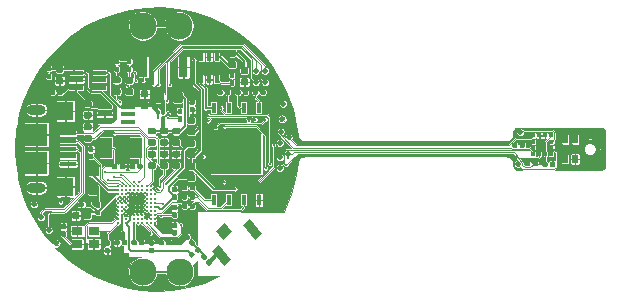
<source format=gtl>
G04 #@! TF.GenerationSoftware,KiCad,Pcbnew,(5.1.5-0-10_14)*
G04 #@! TF.CreationDate,2020-08-04T13:19:53-04:00*
G04 #@! TF.ProjectId,shio,7368696f-2e6b-4696-9361-645f70636258,rev?*
G04 #@! TF.SameCoordinates,Original*
G04 #@! TF.FileFunction,Copper,L1,Top*
G04 #@! TF.FilePolarity,Positive*
%FSLAX46Y46*%
G04 Gerber Fmt 4.6, Leading zero omitted, Abs format (unit mm)*
G04 Created by KiCad (PCBNEW (5.1.5-0-10_14)) date 2020-08-04 13:19:53*
%MOMM*%
%LPD*%
G04 APERTURE LIST*
%ADD10C,0.001000*%
%ADD11C,0.200000*%
%ADD12R,0.800000X1.700000*%
%ADD13C,0.100000*%
%ADD14C,0.500000*%
%ADD15C,2.300000*%
%ADD16R,1.900000X1.900000*%
%ADD17R,1.400000X1.600000*%
%ADD18O,1.600000X0.900000*%
%ADD19R,1.350000X0.400000*%
%ADD20R,0.900000X0.800000*%
%ADD21R,0.522000X0.725000*%
%ADD22R,0.200000X0.200000*%
%ADD23R,1.168400X0.355600*%
%ADD24C,0.304800*%
%ADD25R,0.350000X0.300000*%
%ADD26R,0.300000X0.350000*%
%ADD27R,0.440000X0.940000*%
%ADD28R,4.300000X3.400000*%
%ADD29R,1.000000X1.800000*%
%ADD30R,0.400000X0.650000*%
%ADD31C,0.250000*%
%ADD32C,0.300000*%
%ADD33C,0.200000*%
%ADD34C,0.250000*%
%ADD35C,0.060000*%
%ADD36C,0.150000*%
%ADD37C,0.120000*%
G04 APERTURE END LIST*
D10*
G36*
X185842000Y-100040000D02*
G01*
X185542000Y-100040000D01*
X185542000Y-100050000D01*
X185543096Y-100091869D01*
X185546382Y-100133623D01*
X185551849Y-100175148D01*
X185559482Y-100216329D01*
X185569259Y-100257055D01*
X185581155Y-100297214D01*
X185595136Y-100336694D01*
X185611164Y-100375389D01*
X185629195Y-100413192D01*
X185649180Y-100450000D01*
X185671064Y-100485711D01*
X185694786Y-100520228D01*
X185720283Y-100553456D01*
X185747484Y-100585304D01*
X185776315Y-100615685D01*
X185806696Y-100644516D01*
X185838544Y-100671717D01*
X185871772Y-100697214D01*
X185906289Y-100720936D01*
X185942000Y-100742820D01*
X185978808Y-100762805D01*
X186016611Y-100780836D01*
X186055306Y-100796864D01*
X186094786Y-100810845D01*
X186134945Y-100822741D01*
X186175671Y-100832518D01*
X186216852Y-100840151D01*
X186258377Y-100845618D01*
X186300131Y-100848904D01*
X186342000Y-100850000D01*
X186352000Y-100850000D01*
X186394915Y-100848876D01*
X186437713Y-100845508D01*
X186480276Y-100839904D01*
X186522488Y-100832081D01*
X186564232Y-100822059D01*
X186605394Y-100809866D01*
X186645862Y-100795536D01*
X186685524Y-100779107D01*
X186724272Y-100760625D01*
X186762000Y-100740141D01*
X186798604Y-100717710D01*
X186833984Y-100693394D01*
X186868043Y-100667260D01*
X186900687Y-100639379D01*
X186931828Y-100609828D01*
X186961379Y-100578687D01*
X186989260Y-100546043D01*
X187015394Y-100511984D01*
X187039710Y-100476604D01*
X187062141Y-100440000D01*
X187082625Y-100402272D01*
X187101107Y-100363524D01*
X187117536Y-100323862D01*
X187131866Y-100283394D01*
X187144059Y-100242232D01*
X187154081Y-100200488D01*
X187161904Y-100158276D01*
X187167508Y-100115713D01*
X187170876Y-100072915D01*
X187172000Y-100030000D01*
X187172000Y-100020000D01*
X187170904Y-99978131D01*
X187167618Y-99936377D01*
X187162151Y-99894852D01*
X187154518Y-99853671D01*
X187144741Y-99812945D01*
X187132845Y-99772786D01*
X187118864Y-99733306D01*
X187102836Y-99694611D01*
X187084805Y-99656808D01*
X187064820Y-99620000D01*
X187042936Y-99584289D01*
X187019214Y-99549772D01*
X186993717Y-99516544D01*
X186966516Y-99484696D01*
X186937685Y-99454315D01*
X186907304Y-99425484D01*
X186875456Y-99398283D01*
X186842228Y-99372786D01*
X186807711Y-99349064D01*
X186772000Y-99327180D01*
X186735192Y-99307195D01*
X186697389Y-99289164D01*
X186658694Y-99273136D01*
X186619214Y-99259155D01*
X186579055Y-99247259D01*
X186538329Y-99237482D01*
X186497148Y-99229849D01*
X186455623Y-99224382D01*
X186413869Y-99221096D01*
X186372000Y-99220000D01*
X186342000Y-99220000D01*
X186300131Y-99221096D01*
X186258377Y-99224382D01*
X186216852Y-99229849D01*
X186175671Y-99237482D01*
X186134945Y-99247259D01*
X186094786Y-99259155D01*
X186055306Y-99273136D01*
X186016611Y-99289164D01*
X185978808Y-99307195D01*
X185942000Y-99327180D01*
X185906289Y-99349064D01*
X185871772Y-99372786D01*
X185838544Y-99398283D01*
X185806696Y-99425484D01*
X185776315Y-99454315D01*
X185747484Y-99484696D01*
X185720283Y-99516544D01*
X185694786Y-99549772D01*
X185671064Y-99584289D01*
X185649180Y-99620000D01*
X185629195Y-99656808D01*
X185611164Y-99694611D01*
X185595136Y-99733306D01*
X185581155Y-99772786D01*
X185569259Y-99812945D01*
X185559482Y-99853671D01*
X185551849Y-99894852D01*
X185546382Y-99936377D01*
X185543096Y-99978131D01*
X185542000Y-100020000D01*
X185842000Y-100020000D01*
X185842000Y-100010000D01*
X185842685Y-99983832D01*
X185844739Y-99957736D01*
X185848156Y-99931783D01*
X185852926Y-99906044D01*
X185859037Y-99880590D01*
X185866472Y-99855492D01*
X185875210Y-99830816D01*
X185885227Y-99806632D01*
X185896497Y-99783005D01*
X185908987Y-99760000D01*
X185922665Y-99737680D01*
X185937492Y-99716107D01*
X185953427Y-99695340D01*
X185970428Y-99675435D01*
X185988447Y-99656447D01*
X186007435Y-99638428D01*
X186027340Y-99621427D01*
X186048107Y-99605492D01*
X186069680Y-99590665D01*
X186092000Y-99576987D01*
X186115005Y-99564497D01*
X186138632Y-99553227D01*
X186162816Y-99543210D01*
X186187492Y-99534472D01*
X186212590Y-99527037D01*
X186238044Y-99520926D01*
X186263783Y-99516156D01*
X186289736Y-99512739D01*
X186315832Y-99510685D01*
X186342000Y-99510000D01*
X186369215Y-99510713D01*
X186396355Y-99512849D01*
X186423346Y-99516402D01*
X186450114Y-99521363D01*
X186476586Y-99527719D01*
X186502689Y-99535451D01*
X186528351Y-99544538D01*
X186553503Y-99554956D01*
X186578075Y-99566677D01*
X186602000Y-99579667D01*
X186625212Y-99593891D01*
X186647648Y-99609311D01*
X186669247Y-99625884D01*
X186689948Y-99643565D01*
X186709696Y-99662304D01*
X186728435Y-99682052D01*
X186746116Y-99702753D01*
X186762689Y-99724352D01*
X186778109Y-99746788D01*
X186792333Y-99770000D01*
X186805323Y-99793925D01*
X186817044Y-99818497D01*
X186827462Y-99843649D01*
X186836549Y-99869311D01*
X186844281Y-99895414D01*
X186850637Y-99921886D01*
X186855598Y-99948654D01*
X186859151Y-99975645D01*
X186861287Y-100002785D01*
X186862000Y-100030000D01*
X186862000Y-100040000D01*
X186861315Y-100066168D01*
X186859261Y-100092264D01*
X186855844Y-100118217D01*
X186851074Y-100143956D01*
X186844963Y-100169410D01*
X186837528Y-100194508D01*
X186828790Y-100219184D01*
X186818773Y-100243368D01*
X186807503Y-100266995D01*
X186795013Y-100290000D01*
X186781335Y-100312320D01*
X186766508Y-100333893D01*
X186750573Y-100354660D01*
X186733572Y-100374565D01*
X186715553Y-100393553D01*
X186696565Y-100411572D01*
X186676660Y-100428573D01*
X186655893Y-100444508D01*
X186634320Y-100459335D01*
X186612000Y-100473013D01*
X186588995Y-100485503D01*
X186565368Y-100496773D01*
X186541184Y-100506790D01*
X186516508Y-100515528D01*
X186491410Y-100522963D01*
X186465956Y-100529074D01*
X186440217Y-100533844D01*
X186414264Y-100537261D01*
X186388168Y-100539315D01*
X186362000Y-100540000D01*
X186342000Y-100540000D01*
X186315832Y-100539315D01*
X186289736Y-100537261D01*
X186263783Y-100533844D01*
X186238044Y-100529074D01*
X186212590Y-100522963D01*
X186187492Y-100515528D01*
X186162816Y-100506790D01*
X186138632Y-100496773D01*
X186115005Y-100485503D01*
X186092000Y-100473013D01*
X186069680Y-100459335D01*
X186048107Y-100444508D01*
X186027340Y-100428573D01*
X186007435Y-100411572D01*
X185988447Y-100393553D01*
X185970428Y-100374565D01*
X185953427Y-100354660D01*
X185937492Y-100333893D01*
X185922665Y-100312320D01*
X185908987Y-100290000D01*
X185896497Y-100266995D01*
X185885227Y-100243368D01*
X185875210Y-100219184D01*
X185866472Y-100194508D01*
X185859037Y-100169410D01*
X185852926Y-100143956D01*
X185848156Y-100118217D01*
X185844739Y-100092264D01*
X185842685Y-100066168D01*
X185842000Y-100040000D01*
G37*
X185842000Y-100040000D02*
X185542000Y-100040000D01*
X185542000Y-100050000D01*
X185543096Y-100091869D01*
X185546382Y-100133623D01*
X185551849Y-100175148D01*
X185559482Y-100216329D01*
X185569259Y-100257055D01*
X185581155Y-100297214D01*
X185595136Y-100336694D01*
X185611164Y-100375389D01*
X185629195Y-100413192D01*
X185649180Y-100450000D01*
X185671064Y-100485711D01*
X185694786Y-100520228D01*
X185720283Y-100553456D01*
X185747484Y-100585304D01*
X185776315Y-100615685D01*
X185806696Y-100644516D01*
X185838544Y-100671717D01*
X185871772Y-100697214D01*
X185906289Y-100720936D01*
X185942000Y-100742820D01*
X185978808Y-100762805D01*
X186016611Y-100780836D01*
X186055306Y-100796864D01*
X186094786Y-100810845D01*
X186134945Y-100822741D01*
X186175671Y-100832518D01*
X186216852Y-100840151D01*
X186258377Y-100845618D01*
X186300131Y-100848904D01*
X186342000Y-100850000D01*
X186352000Y-100850000D01*
X186394915Y-100848876D01*
X186437713Y-100845508D01*
X186480276Y-100839904D01*
X186522488Y-100832081D01*
X186564232Y-100822059D01*
X186605394Y-100809866D01*
X186645862Y-100795536D01*
X186685524Y-100779107D01*
X186724272Y-100760625D01*
X186762000Y-100740141D01*
X186798604Y-100717710D01*
X186833984Y-100693394D01*
X186868043Y-100667260D01*
X186900687Y-100639379D01*
X186931828Y-100609828D01*
X186961379Y-100578687D01*
X186989260Y-100546043D01*
X187015394Y-100511984D01*
X187039710Y-100476604D01*
X187062141Y-100440000D01*
X187082625Y-100402272D01*
X187101107Y-100363524D01*
X187117536Y-100323862D01*
X187131866Y-100283394D01*
X187144059Y-100242232D01*
X187154081Y-100200488D01*
X187161904Y-100158276D01*
X187167508Y-100115713D01*
X187170876Y-100072915D01*
X187172000Y-100030000D01*
X187172000Y-100020000D01*
X187170904Y-99978131D01*
X187167618Y-99936377D01*
X187162151Y-99894852D01*
X187154518Y-99853671D01*
X187144741Y-99812945D01*
X187132845Y-99772786D01*
X187118864Y-99733306D01*
X187102836Y-99694611D01*
X187084805Y-99656808D01*
X187064820Y-99620000D01*
X187042936Y-99584289D01*
X187019214Y-99549772D01*
X186993717Y-99516544D01*
X186966516Y-99484696D01*
X186937685Y-99454315D01*
X186907304Y-99425484D01*
X186875456Y-99398283D01*
X186842228Y-99372786D01*
X186807711Y-99349064D01*
X186772000Y-99327180D01*
X186735192Y-99307195D01*
X186697389Y-99289164D01*
X186658694Y-99273136D01*
X186619214Y-99259155D01*
X186579055Y-99247259D01*
X186538329Y-99237482D01*
X186497148Y-99229849D01*
X186455623Y-99224382D01*
X186413869Y-99221096D01*
X186372000Y-99220000D01*
X186342000Y-99220000D01*
X186300131Y-99221096D01*
X186258377Y-99224382D01*
X186216852Y-99229849D01*
X186175671Y-99237482D01*
X186134945Y-99247259D01*
X186094786Y-99259155D01*
X186055306Y-99273136D01*
X186016611Y-99289164D01*
X185978808Y-99307195D01*
X185942000Y-99327180D01*
X185906289Y-99349064D01*
X185871772Y-99372786D01*
X185838544Y-99398283D01*
X185806696Y-99425484D01*
X185776315Y-99454315D01*
X185747484Y-99484696D01*
X185720283Y-99516544D01*
X185694786Y-99549772D01*
X185671064Y-99584289D01*
X185649180Y-99620000D01*
X185629195Y-99656808D01*
X185611164Y-99694611D01*
X185595136Y-99733306D01*
X185581155Y-99772786D01*
X185569259Y-99812945D01*
X185559482Y-99853671D01*
X185551849Y-99894852D01*
X185546382Y-99936377D01*
X185543096Y-99978131D01*
X185542000Y-100020000D01*
X185842000Y-100020000D01*
X185842000Y-100010000D01*
X185842685Y-99983832D01*
X185844739Y-99957736D01*
X185848156Y-99931783D01*
X185852926Y-99906044D01*
X185859037Y-99880590D01*
X185866472Y-99855492D01*
X185875210Y-99830816D01*
X185885227Y-99806632D01*
X185896497Y-99783005D01*
X185908987Y-99760000D01*
X185922665Y-99737680D01*
X185937492Y-99716107D01*
X185953427Y-99695340D01*
X185970428Y-99675435D01*
X185988447Y-99656447D01*
X186007435Y-99638428D01*
X186027340Y-99621427D01*
X186048107Y-99605492D01*
X186069680Y-99590665D01*
X186092000Y-99576987D01*
X186115005Y-99564497D01*
X186138632Y-99553227D01*
X186162816Y-99543210D01*
X186187492Y-99534472D01*
X186212590Y-99527037D01*
X186238044Y-99520926D01*
X186263783Y-99516156D01*
X186289736Y-99512739D01*
X186315832Y-99510685D01*
X186342000Y-99510000D01*
X186369215Y-99510713D01*
X186396355Y-99512849D01*
X186423346Y-99516402D01*
X186450114Y-99521363D01*
X186476586Y-99527719D01*
X186502689Y-99535451D01*
X186528351Y-99544538D01*
X186553503Y-99554956D01*
X186578075Y-99566677D01*
X186602000Y-99579667D01*
X186625212Y-99593891D01*
X186647648Y-99609311D01*
X186669247Y-99625884D01*
X186689948Y-99643565D01*
X186709696Y-99662304D01*
X186728435Y-99682052D01*
X186746116Y-99702753D01*
X186762689Y-99724352D01*
X186778109Y-99746788D01*
X186792333Y-99770000D01*
X186805323Y-99793925D01*
X186817044Y-99818497D01*
X186827462Y-99843649D01*
X186836549Y-99869311D01*
X186844281Y-99895414D01*
X186850637Y-99921886D01*
X186855598Y-99948654D01*
X186859151Y-99975645D01*
X186861287Y-100002785D01*
X186862000Y-100030000D01*
X186862000Y-100040000D01*
X186861315Y-100066168D01*
X186859261Y-100092264D01*
X186855844Y-100118217D01*
X186851074Y-100143956D01*
X186844963Y-100169410D01*
X186837528Y-100194508D01*
X186828790Y-100219184D01*
X186818773Y-100243368D01*
X186807503Y-100266995D01*
X186795013Y-100290000D01*
X186781335Y-100312320D01*
X186766508Y-100333893D01*
X186750573Y-100354660D01*
X186733572Y-100374565D01*
X186715553Y-100393553D01*
X186696565Y-100411572D01*
X186676660Y-100428573D01*
X186655893Y-100444508D01*
X186634320Y-100459335D01*
X186612000Y-100473013D01*
X186588995Y-100485503D01*
X186565368Y-100496773D01*
X186541184Y-100506790D01*
X186516508Y-100515528D01*
X186491410Y-100522963D01*
X186465956Y-100529074D01*
X186440217Y-100533844D01*
X186414264Y-100537261D01*
X186388168Y-100539315D01*
X186362000Y-100540000D01*
X186342000Y-100540000D01*
X186315832Y-100539315D01*
X186289736Y-100537261D01*
X186263783Y-100533844D01*
X186238044Y-100529074D01*
X186212590Y-100522963D01*
X186187492Y-100515528D01*
X186162816Y-100506790D01*
X186138632Y-100496773D01*
X186115005Y-100485503D01*
X186092000Y-100473013D01*
X186069680Y-100459335D01*
X186048107Y-100444508D01*
X186027340Y-100428573D01*
X186007435Y-100411572D01*
X185988447Y-100393553D01*
X185970428Y-100374565D01*
X185953427Y-100354660D01*
X185937492Y-100333893D01*
X185922665Y-100312320D01*
X185908987Y-100290000D01*
X185896497Y-100266995D01*
X185885227Y-100243368D01*
X185875210Y-100219184D01*
X185866472Y-100194508D01*
X185859037Y-100169410D01*
X185852926Y-100143956D01*
X185848156Y-100118217D01*
X185844739Y-100092264D01*
X185842685Y-100066168D01*
X185842000Y-100040000D01*
D11*
X146375000Y-106325000D03*
X146375000Y-105975000D03*
X146375000Y-105625000D03*
X146375000Y-105275000D03*
X146375000Y-104925000D03*
X146375000Y-104575000D03*
X146375000Y-104225000D03*
X146375000Y-103875000D03*
X146375000Y-103525000D03*
X146375000Y-103175000D03*
X146725000Y-105625000D03*
X146725000Y-105275000D03*
X146725000Y-104925000D03*
X146725000Y-104575000D03*
X146725000Y-104225000D03*
X146725000Y-103875000D03*
X146725000Y-103525000D03*
X146725000Y-103175000D03*
X147075000Y-106325000D03*
X147075000Y-105975000D03*
X147075000Y-105275000D03*
X147075000Y-104925000D03*
X147075000Y-104575000D03*
X147075000Y-104225000D03*
X147075000Y-103875000D03*
X147075000Y-103525000D03*
X147075000Y-103175000D03*
X147425000Y-105625000D03*
X147425000Y-105275000D03*
X147425000Y-104925000D03*
X147425000Y-104575000D03*
X147425000Y-104225000D03*
X147425000Y-103875000D03*
X147425000Y-103525000D03*
X147425000Y-103175000D03*
X147775000Y-106325000D03*
X147775000Y-105975000D03*
X147775000Y-105625000D03*
X147775000Y-105275000D03*
X147775000Y-104925000D03*
X147775000Y-104575000D03*
X147775000Y-104225000D03*
X147775000Y-103875000D03*
X147775000Y-103525000D03*
X147775000Y-103175000D03*
X148125000Y-106325000D03*
X148125000Y-105975000D03*
X148125000Y-105625000D03*
X148125000Y-105275000D03*
X148125000Y-104925000D03*
X148125000Y-104575000D03*
X148125000Y-104225000D03*
X148125000Y-103875000D03*
X148125000Y-103525000D03*
X148125000Y-103175000D03*
X148475000Y-106325000D03*
X148475000Y-105975000D03*
X148475000Y-105625000D03*
X148475000Y-105275000D03*
X148475000Y-104925000D03*
X148475000Y-104575000D03*
X148475000Y-104225000D03*
X148475000Y-103875000D03*
X148475000Y-103525000D03*
X148475000Y-103175000D03*
X148825000Y-106325000D03*
X148825000Y-105975000D03*
X148825000Y-105275000D03*
X148825000Y-104925000D03*
X148825000Y-104575000D03*
X148825000Y-104225000D03*
X148825000Y-103875000D03*
X148825000Y-103525000D03*
X148825000Y-103175000D03*
X149175000Y-106325000D03*
X149175000Y-105975000D03*
X149175000Y-105625000D03*
X149175000Y-105275000D03*
X149175000Y-104925000D03*
X149175000Y-104575000D03*
X149175000Y-104225000D03*
X149175000Y-103875000D03*
X149175000Y-103525000D03*
X149175000Y-103175000D03*
X149525000Y-106325000D03*
X149525000Y-105975000D03*
X149525000Y-105625000D03*
X149525000Y-105275000D03*
X149525000Y-104925000D03*
X149525000Y-104575000D03*
X149525000Y-104225000D03*
X149525000Y-103875000D03*
X149525000Y-103525000D03*
X149525000Y-103175000D03*
D12*
X151950000Y-93100000D03*
X148550000Y-93100000D03*
G04 #@! TA.AperFunction,SMDPad,CuDef*
D13*
G36*
X180139802Y-99500482D02*
G01*
X180149509Y-99501921D01*
X180159028Y-99504306D01*
X180168268Y-99507612D01*
X180177140Y-99511808D01*
X180185557Y-99516853D01*
X180193439Y-99522699D01*
X180200711Y-99529289D01*
X180207301Y-99536561D01*
X180213147Y-99544443D01*
X180218192Y-99552860D01*
X180222388Y-99561732D01*
X180225694Y-99570972D01*
X180228079Y-99580491D01*
X180229518Y-99590198D01*
X180230000Y-99600000D01*
X180230000Y-99800000D01*
X180229518Y-99809802D01*
X180228079Y-99819509D01*
X180225694Y-99829028D01*
X180222388Y-99838268D01*
X180218192Y-99847140D01*
X180213147Y-99855557D01*
X180207301Y-99863439D01*
X180200711Y-99870711D01*
X180193439Y-99877301D01*
X180185557Y-99883147D01*
X180177140Y-99888192D01*
X180168268Y-99892388D01*
X180159028Y-99895694D01*
X180149509Y-99898079D01*
X180139802Y-99899518D01*
X180130000Y-99900000D01*
X179870000Y-99900000D01*
X179860198Y-99899518D01*
X179850491Y-99898079D01*
X179840972Y-99895694D01*
X179831732Y-99892388D01*
X179822860Y-99888192D01*
X179814443Y-99883147D01*
X179806561Y-99877301D01*
X179799289Y-99870711D01*
X179792699Y-99863439D01*
X179786853Y-99855557D01*
X179781808Y-99847140D01*
X179777612Y-99838268D01*
X179774306Y-99829028D01*
X179771921Y-99819509D01*
X179770482Y-99809802D01*
X179770000Y-99800000D01*
X179770000Y-99600000D01*
X179770482Y-99590198D01*
X179771921Y-99580491D01*
X179774306Y-99570972D01*
X179777612Y-99561732D01*
X179781808Y-99552860D01*
X179786853Y-99544443D01*
X179792699Y-99536561D01*
X179799289Y-99529289D01*
X179806561Y-99522699D01*
X179814443Y-99516853D01*
X179822860Y-99511808D01*
X179831732Y-99507612D01*
X179840972Y-99504306D01*
X179850491Y-99501921D01*
X179860198Y-99500482D01*
X179870000Y-99500000D01*
X180130000Y-99500000D01*
X180139802Y-99500482D01*
G37*
G04 #@! TD.AperFunction*
G04 #@! TA.AperFunction,SMDPad,CuDef*
G36*
X180779802Y-99500482D02*
G01*
X180789509Y-99501921D01*
X180799028Y-99504306D01*
X180808268Y-99507612D01*
X180817140Y-99511808D01*
X180825557Y-99516853D01*
X180833439Y-99522699D01*
X180840711Y-99529289D01*
X180847301Y-99536561D01*
X180853147Y-99544443D01*
X180858192Y-99552860D01*
X180862388Y-99561732D01*
X180865694Y-99570972D01*
X180868079Y-99580491D01*
X180869518Y-99590198D01*
X180870000Y-99600000D01*
X180870000Y-99800000D01*
X180869518Y-99809802D01*
X180868079Y-99819509D01*
X180865694Y-99829028D01*
X180862388Y-99838268D01*
X180858192Y-99847140D01*
X180853147Y-99855557D01*
X180847301Y-99863439D01*
X180840711Y-99870711D01*
X180833439Y-99877301D01*
X180825557Y-99883147D01*
X180817140Y-99888192D01*
X180808268Y-99892388D01*
X180799028Y-99895694D01*
X180789509Y-99898079D01*
X180779802Y-99899518D01*
X180770000Y-99900000D01*
X180510000Y-99900000D01*
X180500198Y-99899518D01*
X180490491Y-99898079D01*
X180480972Y-99895694D01*
X180471732Y-99892388D01*
X180462860Y-99888192D01*
X180454443Y-99883147D01*
X180446561Y-99877301D01*
X180439289Y-99870711D01*
X180432699Y-99863439D01*
X180426853Y-99855557D01*
X180421808Y-99847140D01*
X180417612Y-99838268D01*
X180414306Y-99829028D01*
X180411921Y-99819509D01*
X180410482Y-99809802D01*
X180410000Y-99800000D01*
X180410000Y-99600000D01*
X180410482Y-99590198D01*
X180411921Y-99580491D01*
X180414306Y-99570972D01*
X180417612Y-99561732D01*
X180421808Y-99552860D01*
X180426853Y-99544443D01*
X180432699Y-99536561D01*
X180439289Y-99529289D01*
X180446561Y-99522699D01*
X180454443Y-99516853D01*
X180462860Y-99511808D01*
X180471732Y-99507612D01*
X180480972Y-99504306D01*
X180490491Y-99501921D01*
X180500198Y-99500482D01*
X180510000Y-99500000D01*
X180770000Y-99500000D01*
X180779802Y-99500482D01*
G37*
G04 #@! TD.AperFunction*
G04 #@! TA.AperFunction,SMDPad,CuDef*
G36*
X181239802Y-101100482D02*
G01*
X181249509Y-101101921D01*
X181259028Y-101104306D01*
X181268268Y-101107612D01*
X181277140Y-101111808D01*
X181285557Y-101116853D01*
X181293439Y-101122699D01*
X181300711Y-101129289D01*
X181307301Y-101136561D01*
X181313147Y-101144443D01*
X181318192Y-101152860D01*
X181322388Y-101161732D01*
X181325694Y-101170972D01*
X181328079Y-101180491D01*
X181329518Y-101190198D01*
X181330000Y-101200000D01*
X181330000Y-101400000D01*
X181329518Y-101409802D01*
X181328079Y-101419509D01*
X181325694Y-101429028D01*
X181322388Y-101438268D01*
X181318192Y-101447140D01*
X181313147Y-101455557D01*
X181307301Y-101463439D01*
X181300711Y-101470711D01*
X181293439Y-101477301D01*
X181285557Y-101483147D01*
X181277140Y-101488192D01*
X181268268Y-101492388D01*
X181259028Y-101495694D01*
X181249509Y-101498079D01*
X181239802Y-101499518D01*
X181230000Y-101500000D01*
X180970000Y-101500000D01*
X180960198Y-101499518D01*
X180950491Y-101498079D01*
X180940972Y-101495694D01*
X180931732Y-101492388D01*
X180922860Y-101488192D01*
X180914443Y-101483147D01*
X180906561Y-101477301D01*
X180899289Y-101470711D01*
X180892699Y-101463439D01*
X180886853Y-101455557D01*
X180881808Y-101447140D01*
X180877612Y-101438268D01*
X180874306Y-101429028D01*
X180871921Y-101419509D01*
X180870482Y-101409802D01*
X180870000Y-101400000D01*
X180870000Y-101200000D01*
X180870482Y-101190198D01*
X180871921Y-101180491D01*
X180874306Y-101170972D01*
X180877612Y-101161732D01*
X180881808Y-101152860D01*
X180886853Y-101144443D01*
X180892699Y-101136561D01*
X180899289Y-101129289D01*
X180906561Y-101122699D01*
X180914443Y-101116853D01*
X180922860Y-101111808D01*
X180931732Y-101107612D01*
X180940972Y-101104306D01*
X180950491Y-101101921D01*
X180960198Y-101100482D01*
X180970000Y-101100000D01*
X181230000Y-101100000D01*
X181239802Y-101100482D01*
G37*
G04 #@! TD.AperFunction*
G04 #@! TA.AperFunction,SMDPad,CuDef*
G36*
X181879802Y-101100482D02*
G01*
X181889509Y-101101921D01*
X181899028Y-101104306D01*
X181908268Y-101107612D01*
X181917140Y-101111808D01*
X181925557Y-101116853D01*
X181933439Y-101122699D01*
X181940711Y-101129289D01*
X181947301Y-101136561D01*
X181953147Y-101144443D01*
X181958192Y-101152860D01*
X181962388Y-101161732D01*
X181965694Y-101170972D01*
X181968079Y-101180491D01*
X181969518Y-101190198D01*
X181970000Y-101200000D01*
X181970000Y-101400000D01*
X181969518Y-101409802D01*
X181968079Y-101419509D01*
X181965694Y-101429028D01*
X181962388Y-101438268D01*
X181958192Y-101447140D01*
X181953147Y-101455557D01*
X181947301Y-101463439D01*
X181940711Y-101470711D01*
X181933439Y-101477301D01*
X181925557Y-101483147D01*
X181917140Y-101488192D01*
X181908268Y-101492388D01*
X181899028Y-101495694D01*
X181889509Y-101498079D01*
X181879802Y-101499518D01*
X181870000Y-101500000D01*
X181610000Y-101500000D01*
X181600198Y-101499518D01*
X181590491Y-101498079D01*
X181580972Y-101495694D01*
X181571732Y-101492388D01*
X181562860Y-101488192D01*
X181554443Y-101483147D01*
X181546561Y-101477301D01*
X181539289Y-101470711D01*
X181532699Y-101463439D01*
X181526853Y-101455557D01*
X181521808Y-101447140D01*
X181517612Y-101438268D01*
X181514306Y-101429028D01*
X181511921Y-101419509D01*
X181510482Y-101409802D01*
X181510000Y-101400000D01*
X181510000Y-101200000D01*
X181510482Y-101190198D01*
X181511921Y-101180491D01*
X181514306Y-101170972D01*
X181517612Y-101161732D01*
X181521808Y-101152860D01*
X181526853Y-101144443D01*
X181532699Y-101136561D01*
X181539289Y-101129289D01*
X181546561Y-101122699D01*
X181554443Y-101116853D01*
X181562860Y-101111808D01*
X181571732Y-101107612D01*
X181580972Y-101104306D01*
X181590491Y-101101921D01*
X181600198Y-101100482D01*
X181610000Y-101100000D01*
X181870000Y-101100000D01*
X181879802Y-101100482D01*
G37*
G04 #@! TD.AperFunction*
G04 #@! TA.AperFunction,SMDPad,CuDef*
G36*
X155318372Y-107714416D02*
G01*
X154675584Y-106948372D01*
X155441628Y-106305584D01*
X156084416Y-107071628D01*
X155318372Y-107714416D01*
G37*
G04 #@! TD.AperFunction*
G04 #@! TA.AperFunction,SMDPad,CuDef*
G36*
X152713889Y-108705906D02*
G01*
X152723611Y-108707240D01*
X152733156Y-108709520D01*
X152742431Y-108712725D01*
X152751348Y-108716824D01*
X152759820Y-108721777D01*
X152767765Y-108727537D01*
X152775108Y-108734047D01*
X152781777Y-108741246D01*
X152910335Y-108894455D01*
X152916267Y-108902273D01*
X152921404Y-108910635D01*
X152925696Y-108919460D01*
X152929103Y-108928663D01*
X152931591Y-108938156D01*
X152933137Y-108947847D01*
X152933725Y-108957643D01*
X152933350Y-108967449D01*
X152932017Y-108977172D01*
X152929736Y-108986717D01*
X152926531Y-108995992D01*
X152922432Y-109004909D01*
X152917479Y-109013381D01*
X152911720Y-109021326D01*
X152905209Y-109028669D01*
X152898010Y-109035338D01*
X152698838Y-109202463D01*
X152691020Y-109208395D01*
X152682658Y-109213532D01*
X152673833Y-109217824D01*
X152664630Y-109221231D01*
X152655137Y-109223719D01*
X152645446Y-109225265D01*
X152635650Y-109225853D01*
X152625843Y-109225478D01*
X152616121Y-109224144D01*
X152606576Y-109221864D01*
X152597301Y-109218659D01*
X152588384Y-109214560D01*
X152579912Y-109209607D01*
X152571967Y-109203847D01*
X152564624Y-109197337D01*
X152557955Y-109190138D01*
X152429397Y-109036929D01*
X152423465Y-109029111D01*
X152418328Y-109020749D01*
X152414036Y-109011924D01*
X152410629Y-109002721D01*
X152408141Y-108993228D01*
X152406595Y-108983537D01*
X152406007Y-108973741D01*
X152406382Y-108963935D01*
X152407715Y-108954212D01*
X152409996Y-108944667D01*
X152413201Y-108935392D01*
X152417300Y-108926475D01*
X152422253Y-108918003D01*
X152428012Y-108910058D01*
X152434523Y-108902715D01*
X152441722Y-108896046D01*
X152640894Y-108728921D01*
X152648712Y-108722989D01*
X152657074Y-108717852D01*
X152665899Y-108713560D01*
X152675102Y-108710153D01*
X152684595Y-108707665D01*
X152694286Y-108706119D01*
X152704082Y-108705531D01*
X152713889Y-108705906D01*
G37*
G04 #@! TD.AperFunction*
G04 #@! TA.AperFunction,SMDPad,CuDef*
G36*
X153204157Y-108294522D02*
G01*
X153213879Y-108295856D01*
X153223424Y-108298136D01*
X153232699Y-108301341D01*
X153241616Y-108305440D01*
X153250088Y-108310393D01*
X153258033Y-108316153D01*
X153265376Y-108322663D01*
X153272045Y-108329862D01*
X153400603Y-108483071D01*
X153406535Y-108490889D01*
X153411672Y-108499251D01*
X153415964Y-108508076D01*
X153419371Y-108517279D01*
X153421859Y-108526772D01*
X153423405Y-108536463D01*
X153423993Y-108546259D01*
X153423618Y-108556065D01*
X153422285Y-108565788D01*
X153420004Y-108575333D01*
X153416799Y-108584608D01*
X153412700Y-108593525D01*
X153407747Y-108601997D01*
X153401988Y-108609942D01*
X153395477Y-108617285D01*
X153388278Y-108623954D01*
X153189106Y-108791079D01*
X153181288Y-108797011D01*
X153172926Y-108802148D01*
X153164101Y-108806440D01*
X153154898Y-108809847D01*
X153145405Y-108812335D01*
X153135714Y-108813881D01*
X153125918Y-108814469D01*
X153116111Y-108814094D01*
X153106389Y-108812760D01*
X153096844Y-108810480D01*
X153087569Y-108807275D01*
X153078652Y-108803176D01*
X153070180Y-108798223D01*
X153062235Y-108792463D01*
X153054892Y-108785953D01*
X153048223Y-108778754D01*
X152919665Y-108625545D01*
X152913733Y-108617727D01*
X152908596Y-108609365D01*
X152904304Y-108600540D01*
X152900897Y-108591337D01*
X152898409Y-108581844D01*
X152896863Y-108572153D01*
X152896275Y-108562357D01*
X152896650Y-108552551D01*
X152897983Y-108542828D01*
X152900264Y-108533283D01*
X152903469Y-108524008D01*
X152907568Y-108515091D01*
X152912521Y-108506619D01*
X152918280Y-108498674D01*
X152924791Y-108491331D01*
X152931990Y-108484662D01*
X153131162Y-108317537D01*
X153138980Y-108311605D01*
X153147342Y-108306468D01*
X153156167Y-108302176D01*
X153165370Y-108298769D01*
X153174863Y-108296281D01*
X153184554Y-108294735D01*
X153194350Y-108294147D01*
X153204157Y-108294522D01*
G37*
G04 #@! TD.AperFunction*
G04 #@! TA.AperFunction,SMDPad,CuDef*
G36*
X153691065Y-108881382D02*
G01*
X153700788Y-108882715D01*
X153710333Y-108884996D01*
X153719608Y-108888201D01*
X153728525Y-108892300D01*
X153736997Y-108897253D01*
X153744942Y-108903012D01*
X153752285Y-108909523D01*
X153758954Y-108916722D01*
X153926079Y-109115894D01*
X153932011Y-109123712D01*
X153937148Y-109132074D01*
X153941440Y-109140899D01*
X153944847Y-109150102D01*
X153947335Y-109159595D01*
X153948881Y-109169286D01*
X153949469Y-109179082D01*
X153949094Y-109188889D01*
X153947760Y-109198611D01*
X153945480Y-109208156D01*
X153942275Y-109217431D01*
X153938176Y-109226348D01*
X153933223Y-109234820D01*
X153927463Y-109242765D01*
X153920953Y-109250108D01*
X153913754Y-109256777D01*
X153760545Y-109385335D01*
X153752727Y-109391267D01*
X153744365Y-109396404D01*
X153735540Y-109400696D01*
X153726337Y-109404103D01*
X153716844Y-109406591D01*
X153707153Y-109408137D01*
X153697357Y-109408725D01*
X153687551Y-109408350D01*
X153677828Y-109407017D01*
X153668283Y-109404736D01*
X153659008Y-109401531D01*
X153650091Y-109397432D01*
X153641619Y-109392479D01*
X153633674Y-109386720D01*
X153626331Y-109380209D01*
X153619662Y-109373010D01*
X153452537Y-109173838D01*
X153446605Y-109166020D01*
X153441468Y-109157658D01*
X153437176Y-109148833D01*
X153433769Y-109139630D01*
X153431281Y-109130137D01*
X153429735Y-109120446D01*
X153429147Y-109110650D01*
X153429522Y-109100843D01*
X153430856Y-109091121D01*
X153433136Y-109081576D01*
X153436341Y-109072301D01*
X153440440Y-109063384D01*
X153445393Y-109054912D01*
X153451153Y-109046967D01*
X153457663Y-109039624D01*
X153464862Y-109032955D01*
X153618071Y-108904397D01*
X153625889Y-108898465D01*
X153634251Y-108893328D01*
X153643076Y-108889036D01*
X153652279Y-108885629D01*
X153661772Y-108883141D01*
X153671463Y-108881595D01*
X153681259Y-108881007D01*
X153691065Y-108881382D01*
G37*
G04 #@! TD.AperFunction*
G04 #@! TA.AperFunction,SMDPad,CuDef*
G36*
X154102449Y-109371650D02*
G01*
X154112172Y-109372983D01*
X154121717Y-109375264D01*
X154130992Y-109378469D01*
X154139909Y-109382568D01*
X154148381Y-109387521D01*
X154156326Y-109393280D01*
X154163669Y-109399791D01*
X154170338Y-109406990D01*
X154337463Y-109606162D01*
X154343395Y-109613980D01*
X154348532Y-109622342D01*
X154352824Y-109631167D01*
X154356231Y-109640370D01*
X154358719Y-109649863D01*
X154360265Y-109659554D01*
X154360853Y-109669350D01*
X154360478Y-109679157D01*
X154359144Y-109688879D01*
X154356864Y-109698424D01*
X154353659Y-109707699D01*
X154349560Y-109716616D01*
X154344607Y-109725088D01*
X154338847Y-109733033D01*
X154332337Y-109740376D01*
X154325138Y-109747045D01*
X154171929Y-109875603D01*
X154164111Y-109881535D01*
X154155749Y-109886672D01*
X154146924Y-109890964D01*
X154137721Y-109894371D01*
X154128228Y-109896859D01*
X154118537Y-109898405D01*
X154108741Y-109898993D01*
X154098935Y-109898618D01*
X154089212Y-109897285D01*
X154079667Y-109895004D01*
X154070392Y-109891799D01*
X154061475Y-109887700D01*
X154053003Y-109882747D01*
X154045058Y-109876988D01*
X154037715Y-109870477D01*
X154031046Y-109863278D01*
X153863921Y-109664106D01*
X153857989Y-109656288D01*
X153852852Y-109647926D01*
X153848560Y-109639101D01*
X153845153Y-109629898D01*
X153842665Y-109620405D01*
X153841119Y-109610714D01*
X153840531Y-109600918D01*
X153840906Y-109591111D01*
X153842240Y-109581389D01*
X153844520Y-109571844D01*
X153847725Y-109562569D01*
X153851824Y-109553652D01*
X153856777Y-109545180D01*
X153862537Y-109537235D01*
X153869047Y-109529892D01*
X153876246Y-109523223D01*
X154029455Y-109394665D01*
X154037273Y-109388733D01*
X154045635Y-109383596D01*
X154054460Y-109379304D01*
X154063663Y-109375897D01*
X154073156Y-109373409D01*
X154082847Y-109371863D01*
X154092643Y-109371275D01*
X154102449Y-109371650D01*
G37*
G04 #@! TD.AperFunction*
G04 #@! TA.AperFunction,SMDPad,CuDef*
G36*
X152662449Y-107676650D02*
G01*
X152672172Y-107677983D01*
X152681717Y-107680264D01*
X152690992Y-107683469D01*
X152699909Y-107687568D01*
X152708381Y-107692521D01*
X152716326Y-107698280D01*
X152723669Y-107704791D01*
X152730338Y-107711990D01*
X152897463Y-107911162D01*
X152903395Y-107918980D01*
X152908532Y-107927342D01*
X152912824Y-107936167D01*
X152916231Y-107945370D01*
X152918719Y-107954863D01*
X152920265Y-107964554D01*
X152920853Y-107974350D01*
X152920478Y-107984157D01*
X152919144Y-107993879D01*
X152916864Y-108003424D01*
X152913659Y-108012699D01*
X152909560Y-108021616D01*
X152904607Y-108030088D01*
X152898847Y-108038033D01*
X152892337Y-108045376D01*
X152885138Y-108052045D01*
X152731929Y-108180603D01*
X152724111Y-108186535D01*
X152715749Y-108191672D01*
X152706924Y-108195964D01*
X152697721Y-108199371D01*
X152688228Y-108201859D01*
X152678537Y-108203405D01*
X152668741Y-108203993D01*
X152658935Y-108203618D01*
X152649212Y-108202285D01*
X152639667Y-108200004D01*
X152630392Y-108196799D01*
X152621475Y-108192700D01*
X152613003Y-108187747D01*
X152605058Y-108181988D01*
X152597715Y-108175477D01*
X152591046Y-108168278D01*
X152423921Y-107969106D01*
X152417989Y-107961288D01*
X152412852Y-107952926D01*
X152408560Y-107944101D01*
X152405153Y-107934898D01*
X152402665Y-107925405D01*
X152401119Y-107915714D01*
X152400531Y-107905918D01*
X152400906Y-107896111D01*
X152402240Y-107886389D01*
X152404520Y-107876844D01*
X152407725Y-107867569D01*
X152411824Y-107858652D01*
X152416777Y-107850180D01*
X152422537Y-107842235D01*
X152429047Y-107834892D01*
X152436246Y-107828223D01*
X152589455Y-107699665D01*
X152597273Y-107693733D01*
X152605635Y-107688596D01*
X152614460Y-107684304D01*
X152623663Y-107680897D01*
X152633156Y-107678409D01*
X152642847Y-107676863D01*
X152652643Y-107676275D01*
X152662449Y-107676650D01*
G37*
G04 #@! TD.AperFunction*
G04 #@! TA.AperFunction,SMDPad,CuDef*
G36*
X152251065Y-107186382D02*
G01*
X152260788Y-107187715D01*
X152270333Y-107189996D01*
X152279608Y-107193201D01*
X152288525Y-107197300D01*
X152296997Y-107202253D01*
X152304942Y-107208012D01*
X152312285Y-107214523D01*
X152318954Y-107221722D01*
X152486079Y-107420894D01*
X152492011Y-107428712D01*
X152497148Y-107437074D01*
X152501440Y-107445899D01*
X152504847Y-107455102D01*
X152507335Y-107464595D01*
X152508881Y-107474286D01*
X152509469Y-107484082D01*
X152509094Y-107493889D01*
X152507760Y-107503611D01*
X152505480Y-107513156D01*
X152502275Y-107522431D01*
X152498176Y-107531348D01*
X152493223Y-107539820D01*
X152487463Y-107547765D01*
X152480953Y-107555108D01*
X152473754Y-107561777D01*
X152320545Y-107690335D01*
X152312727Y-107696267D01*
X152304365Y-107701404D01*
X152295540Y-107705696D01*
X152286337Y-107709103D01*
X152276844Y-107711591D01*
X152267153Y-107713137D01*
X152257357Y-107713725D01*
X152247551Y-107713350D01*
X152237828Y-107712017D01*
X152228283Y-107709736D01*
X152219008Y-107706531D01*
X152210091Y-107702432D01*
X152201619Y-107697479D01*
X152193674Y-107691720D01*
X152186331Y-107685209D01*
X152179662Y-107678010D01*
X152012537Y-107478838D01*
X152006605Y-107471020D01*
X152001468Y-107462658D01*
X151997176Y-107453833D01*
X151993769Y-107444630D01*
X151991281Y-107435137D01*
X151989735Y-107425446D01*
X151989147Y-107415650D01*
X151989522Y-107405843D01*
X151990856Y-107396121D01*
X151993136Y-107386576D01*
X151996341Y-107377301D01*
X152000440Y-107368384D01*
X152005393Y-107359912D01*
X152011153Y-107351967D01*
X152017663Y-107344624D01*
X152024862Y-107337955D01*
X152178071Y-107209397D01*
X152185889Y-107203465D01*
X152194251Y-107198328D01*
X152203076Y-107194036D01*
X152212279Y-107190629D01*
X152221772Y-107188141D01*
X152231463Y-107186595D01*
X152241259Y-107186007D01*
X152251065Y-107186382D01*
G37*
G04 #@! TD.AperFunction*
D14*
X160400000Y-96200000D03*
X160300000Y-97480000D03*
X141160000Y-108010000D03*
X139890000Y-105810000D03*
X140530000Y-106910000D03*
X160100000Y-100740000D03*
X139260000Y-104710000D03*
G04 #@! TA.AperFunction,SMDPad,CuDef*
D13*
G36*
X182694802Y-101120482D02*
G01*
X182704509Y-101121921D01*
X182714028Y-101124306D01*
X182723268Y-101127612D01*
X182732140Y-101131808D01*
X182740557Y-101136853D01*
X182748439Y-101142699D01*
X182755711Y-101149289D01*
X182762301Y-101156561D01*
X182768147Y-101164443D01*
X182773192Y-101172860D01*
X182777388Y-101181732D01*
X182780694Y-101190972D01*
X182783079Y-101200491D01*
X182784518Y-101210198D01*
X182785000Y-101220000D01*
X182785000Y-101420000D01*
X182784518Y-101429802D01*
X182783079Y-101439509D01*
X182780694Y-101449028D01*
X182777388Y-101458268D01*
X182773192Y-101467140D01*
X182768147Y-101475557D01*
X182762301Y-101483439D01*
X182755711Y-101490711D01*
X182748439Y-101497301D01*
X182740557Y-101503147D01*
X182732140Y-101508192D01*
X182723268Y-101512388D01*
X182714028Y-101515694D01*
X182704509Y-101518079D01*
X182694802Y-101519518D01*
X182685000Y-101520000D01*
X182425000Y-101520000D01*
X182415198Y-101519518D01*
X182405491Y-101518079D01*
X182395972Y-101515694D01*
X182386732Y-101512388D01*
X182377860Y-101508192D01*
X182369443Y-101503147D01*
X182361561Y-101497301D01*
X182354289Y-101490711D01*
X182347699Y-101483439D01*
X182341853Y-101475557D01*
X182336808Y-101467140D01*
X182332612Y-101458268D01*
X182329306Y-101449028D01*
X182326921Y-101439509D01*
X182325482Y-101429802D01*
X182325000Y-101420000D01*
X182325000Y-101220000D01*
X182325482Y-101210198D01*
X182326921Y-101200491D01*
X182329306Y-101190972D01*
X182332612Y-101181732D01*
X182336808Y-101172860D01*
X182341853Y-101164443D01*
X182347699Y-101156561D01*
X182354289Y-101149289D01*
X182361561Y-101142699D01*
X182369443Y-101136853D01*
X182377860Y-101131808D01*
X182386732Y-101127612D01*
X182395972Y-101124306D01*
X182405491Y-101121921D01*
X182415198Y-101120482D01*
X182425000Y-101120000D01*
X182685000Y-101120000D01*
X182694802Y-101120482D01*
G37*
G04 #@! TD.AperFunction*
G04 #@! TA.AperFunction,SMDPad,CuDef*
G36*
X183334802Y-101120482D02*
G01*
X183344509Y-101121921D01*
X183354028Y-101124306D01*
X183363268Y-101127612D01*
X183372140Y-101131808D01*
X183380557Y-101136853D01*
X183388439Y-101142699D01*
X183395711Y-101149289D01*
X183402301Y-101156561D01*
X183408147Y-101164443D01*
X183413192Y-101172860D01*
X183417388Y-101181732D01*
X183420694Y-101190972D01*
X183423079Y-101200491D01*
X183424518Y-101210198D01*
X183425000Y-101220000D01*
X183425000Y-101420000D01*
X183424518Y-101429802D01*
X183423079Y-101439509D01*
X183420694Y-101449028D01*
X183417388Y-101458268D01*
X183413192Y-101467140D01*
X183408147Y-101475557D01*
X183402301Y-101483439D01*
X183395711Y-101490711D01*
X183388439Y-101497301D01*
X183380557Y-101503147D01*
X183372140Y-101508192D01*
X183363268Y-101512388D01*
X183354028Y-101515694D01*
X183344509Y-101518079D01*
X183334802Y-101519518D01*
X183325000Y-101520000D01*
X183065000Y-101520000D01*
X183055198Y-101519518D01*
X183045491Y-101518079D01*
X183035972Y-101515694D01*
X183026732Y-101512388D01*
X183017860Y-101508192D01*
X183009443Y-101503147D01*
X183001561Y-101497301D01*
X182994289Y-101490711D01*
X182987699Y-101483439D01*
X182981853Y-101475557D01*
X182976808Y-101467140D01*
X182972612Y-101458268D01*
X182969306Y-101449028D01*
X182966921Y-101439509D01*
X182965482Y-101429802D01*
X182965000Y-101420000D01*
X182965000Y-101220000D01*
X182965482Y-101210198D01*
X182966921Y-101200491D01*
X182969306Y-101190972D01*
X182972612Y-101181732D01*
X182976808Y-101172860D01*
X182981853Y-101164443D01*
X182987699Y-101156561D01*
X182994289Y-101149289D01*
X183001561Y-101142699D01*
X183009443Y-101136853D01*
X183017860Y-101131808D01*
X183026732Y-101127612D01*
X183035972Y-101124306D01*
X183045491Y-101121921D01*
X183055198Y-101120482D01*
X183065000Y-101120000D01*
X183325000Y-101120000D01*
X183334802Y-101120482D01*
G37*
G04 #@! TD.AperFunction*
D14*
X180450000Y-98605000D03*
X160100000Y-99500000D03*
X158860000Y-94390000D03*
X158060000Y-94390000D03*
X158060000Y-93390000D03*
X158860000Y-93390000D03*
X160850000Y-99050000D03*
X160100000Y-101630000D03*
X160820000Y-100450000D03*
X160200000Y-98550000D03*
X180235000Y-101285000D03*
D15*
X151627000Y-110400000D03*
X148500000Y-110400000D03*
X151600000Y-89600000D03*
X148500000Y-89600000D03*
D16*
X139500000Y-101200000D03*
X139500000Y-98800000D03*
D17*
X141950000Y-103200000D03*
X141950000Y-96800000D03*
D18*
X139500000Y-96700000D03*
X139500000Y-103300000D03*
D19*
X142175000Y-98700000D03*
X142175000Y-99350000D03*
X142175000Y-101300000D03*
X142175000Y-100650000D03*
X142175000Y-100000000D03*
D20*
X142950000Y-106950000D03*
X144350000Y-106950000D03*
X144350000Y-108050000D03*
X142950000Y-108050000D03*
G04 #@! TA.AperFunction,SMDPad,CuDef*
D13*
G36*
X158602924Y-107202982D02*
G01*
X157990088Y-107717212D01*
X156961628Y-106491540D01*
X157574464Y-105977310D01*
X158602924Y-107202982D01*
G37*
G04 #@! TD.AperFunction*
G04 #@! TA.AperFunction,SMDPad,CuDef*
G36*
X155998372Y-109388460D02*
G01*
X155385536Y-109902690D01*
X154357076Y-108677018D01*
X154969912Y-108162788D01*
X155998372Y-109388460D01*
G37*
G04 #@! TD.AperFunction*
G04 #@! TA.AperFunction,SMDPad,CuDef*
G36*
X142991958Y-105330710D02*
G01*
X143006276Y-105332834D01*
X143020317Y-105336351D01*
X143033946Y-105341228D01*
X143047031Y-105347417D01*
X143059447Y-105354858D01*
X143071073Y-105363481D01*
X143081798Y-105373202D01*
X143091519Y-105383927D01*
X143100142Y-105395553D01*
X143107583Y-105407969D01*
X143113772Y-105421054D01*
X143118649Y-105434683D01*
X143122166Y-105448724D01*
X143124290Y-105463042D01*
X143125000Y-105477500D01*
X143125000Y-105822500D01*
X143124290Y-105836958D01*
X143122166Y-105851276D01*
X143118649Y-105865317D01*
X143113772Y-105878946D01*
X143107583Y-105892031D01*
X143100142Y-105904447D01*
X143091519Y-105916073D01*
X143081798Y-105926798D01*
X143071073Y-105936519D01*
X143059447Y-105945142D01*
X143047031Y-105952583D01*
X143033946Y-105958772D01*
X143020317Y-105963649D01*
X143006276Y-105967166D01*
X142991958Y-105969290D01*
X142977500Y-105970000D01*
X142682500Y-105970000D01*
X142668042Y-105969290D01*
X142653724Y-105967166D01*
X142639683Y-105963649D01*
X142626054Y-105958772D01*
X142612969Y-105952583D01*
X142600553Y-105945142D01*
X142588927Y-105936519D01*
X142578202Y-105926798D01*
X142568481Y-105916073D01*
X142559858Y-105904447D01*
X142552417Y-105892031D01*
X142546228Y-105878946D01*
X142541351Y-105865317D01*
X142537834Y-105851276D01*
X142535710Y-105836958D01*
X142535000Y-105822500D01*
X142535000Y-105477500D01*
X142535710Y-105463042D01*
X142537834Y-105448724D01*
X142541351Y-105434683D01*
X142546228Y-105421054D01*
X142552417Y-105407969D01*
X142559858Y-105395553D01*
X142568481Y-105383927D01*
X142578202Y-105373202D01*
X142588927Y-105363481D01*
X142600553Y-105354858D01*
X142612969Y-105347417D01*
X142626054Y-105341228D01*
X142639683Y-105336351D01*
X142653724Y-105332834D01*
X142668042Y-105330710D01*
X142682500Y-105330000D01*
X142977500Y-105330000D01*
X142991958Y-105330710D01*
G37*
G04 #@! TD.AperFunction*
G04 #@! TA.AperFunction,SMDPad,CuDef*
G36*
X143961958Y-105330710D02*
G01*
X143976276Y-105332834D01*
X143990317Y-105336351D01*
X144003946Y-105341228D01*
X144017031Y-105347417D01*
X144029447Y-105354858D01*
X144041073Y-105363481D01*
X144051798Y-105373202D01*
X144061519Y-105383927D01*
X144070142Y-105395553D01*
X144077583Y-105407969D01*
X144083772Y-105421054D01*
X144088649Y-105434683D01*
X144092166Y-105448724D01*
X144094290Y-105463042D01*
X144095000Y-105477500D01*
X144095000Y-105822500D01*
X144094290Y-105836958D01*
X144092166Y-105851276D01*
X144088649Y-105865317D01*
X144083772Y-105878946D01*
X144077583Y-105892031D01*
X144070142Y-105904447D01*
X144061519Y-105916073D01*
X144051798Y-105926798D01*
X144041073Y-105936519D01*
X144029447Y-105945142D01*
X144017031Y-105952583D01*
X144003946Y-105958772D01*
X143990317Y-105963649D01*
X143976276Y-105967166D01*
X143961958Y-105969290D01*
X143947500Y-105970000D01*
X143652500Y-105970000D01*
X143638042Y-105969290D01*
X143623724Y-105967166D01*
X143609683Y-105963649D01*
X143596054Y-105958772D01*
X143582969Y-105952583D01*
X143570553Y-105945142D01*
X143558927Y-105936519D01*
X143548202Y-105926798D01*
X143538481Y-105916073D01*
X143529858Y-105904447D01*
X143522417Y-105892031D01*
X143516228Y-105878946D01*
X143511351Y-105865317D01*
X143507834Y-105851276D01*
X143505710Y-105836958D01*
X143505000Y-105822500D01*
X143505000Y-105477500D01*
X143505710Y-105463042D01*
X143507834Y-105448724D01*
X143511351Y-105434683D01*
X143516228Y-105421054D01*
X143522417Y-105407969D01*
X143529858Y-105395553D01*
X143538481Y-105383927D01*
X143548202Y-105373202D01*
X143558927Y-105363481D01*
X143570553Y-105354858D01*
X143582969Y-105347417D01*
X143596054Y-105341228D01*
X143609683Y-105336351D01*
X143623724Y-105332834D01*
X143638042Y-105330710D01*
X143652500Y-105330000D01*
X143947500Y-105330000D01*
X143961958Y-105330710D01*
G37*
G04 #@! TD.AperFunction*
G04 #@! TA.AperFunction,SMDPad,CuDef*
G36*
X144039802Y-104525482D02*
G01*
X144049509Y-104526921D01*
X144059028Y-104529306D01*
X144068268Y-104532612D01*
X144077140Y-104536808D01*
X144085557Y-104541853D01*
X144093439Y-104547699D01*
X144100711Y-104554289D01*
X144107301Y-104561561D01*
X144113147Y-104569443D01*
X144118192Y-104577860D01*
X144122388Y-104586732D01*
X144125694Y-104595972D01*
X144128079Y-104605491D01*
X144129518Y-104615198D01*
X144130000Y-104625000D01*
X144130000Y-104825000D01*
X144129518Y-104834802D01*
X144128079Y-104844509D01*
X144125694Y-104854028D01*
X144122388Y-104863268D01*
X144118192Y-104872140D01*
X144113147Y-104880557D01*
X144107301Y-104888439D01*
X144100711Y-104895711D01*
X144093439Y-104902301D01*
X144085557Y-104908147D01*
X144077140Y-104913192D01*
X144068268Y-104917388D01*
X144059028Y-104920694D01*
X144049509Y-104923079D01*
X144039802Y-104924518D01*
X144030000Y-104925000D01*
X143770000Y-104925000D01*
X143760198Y-104924518D01*
X143750491Y-104923079D01*
X143740972Y-104920694D01*
X143731732Y-104917388D01*
X143722860Y-104913192D01*
X143714443Y-104908147D01*
X143706561Y-104902301D01*
X143699289Y-104895711D01*
X143692699Y-104888439D01*
X143686853Y-104880557D01*
X143681808Y-104872140D01*
X143677612Y-104863268D01*
X143674306Y-104854028D01*
X143671921Y-104844509D01*
X143670482Y-104834802D01*
X143670000Y-104825000D01*
X143670000Y-104625000D01*
X143670482Y-104615198D01*
X143671921Y-104605491D01*
X143674306Y-104595972D01*
X143677612Y-104586732D01*
X143681808Y-104577860D01*
X143686853Y-104569443D01*
X143692699Y-104561561D01*
X143699289Y-104554289D01*
X143706561Y-104547699D01*
X143714443Y-104541853D01*
X143722860Y-104536808D01*
X143731732Y-104532612D01*
X143740972Y-104529306D01*
X143750491Y-104526921D01*
X143760198Y-104525482D01*
X143770000Y-104525000D01*
X144030000Y-104525000D01*
X144039802Y-104525482D01*
G37*
G04 #@! TD.AperFunction*
G04 #@! TA.AperFunction,SMDPad,CuDef*
G36*
X143399802Y-104525482D02*
G01*
X143409509Y-104526921D01*
X143419028Y-104529306D01*
X143428268Y-104532612D01*
X143437140Y-104536808D01*
X143445557Y-104541853D01*
X143453439Y-104547699D01*
X143460711Y-104554289D01*
X143467301Y-104561561D01*
X143473147Y-104569443D01*
X143478192Y-104577860D01*
X143482388Y-104586732D01*
X143485694Y-104595972D01*
X143488079Y-104605491D01*
X143489518Y-104615198D01*
X143490000Y-104625000D01*
X143490000Y-104825000D01*
X143489518Y-104834802D01*
X143488079Y-104844509D01*
X143485694Y-104854028D01*
X143482388Y-104863268D01*
X143478192Y-104872140D01*
X143473147Y-104880557D01*
X143467301Y-104888439D01*
X143460711Y-104895711D01*
X143453439Y-104902301D01*
X143445557Y-104908147D01*
X143437140Y-104913192D01*
X143428268Y-104917388D01*
X143419028Y-104920694D01*
X143409509Y-104923079D01*
X143399802Y-104924518D01*
X143390000Y-104925000D01*
X143130000Y-104925000D01*
X143120198Y-104924518D01*
X143110491Y-104923079D01*
X143100972Y-104920694D01*
X143091732Y-104917388D01*
X143082860Y-104913192D01*
X143074443Y-104908147D01*
X143066561Y-104902301D01*
X143059289Y-104895711D01*
X143052699Y-104888439D01*
X143046853Y-104880557D01*
X143041808Y-104872140D01*
X143037612Y-104863268D01*
X143034306Y-104854028D01*
X143031921Y-104844509D01*
X143030482Y-104834802D01*
X143030000Y-104825000D01*
X143030000Y-104625000D01*
X143030482Y-104615198D01*
X143031921Y-104605491D01*
X143034306Y-104595972D01*
X143037612Y-104586732D01*
X143041808Y-104577860D01*
X143046853Y-104569443D01*
X143052699Y-104561561D01*
X143059289Y-104554289D01*
X143066561Y-104547699D01*
X143074443Y-104541853D01*
X143082860Y-104536808D01*
X143091732Y-104532612D01*
X143100972Y-104529306D01*
X143110491Y-104526921D01*
X143120198Y-104525482D01*
X143130000Y-104525000D01*
X143390000Y-104525000D01*
X143399802Y-104525482D01*
G37*
G04 #@! TD.AperFunction*
G04 #@! TA.AperFunction,SMDPad,CuDef*
G36*
X151511958Y-100155710D02*
G01*
X151526276Y-100157834D01*
X151540317Y-100161351D01*
X151553946Y-100166228D01*
X151567031Y-100172417D01*
X151579447Y-100179858D01*
X151591073Y-100188481D01*
X151601798Y-100198202D01*
X151611519Y-100208927D01*
X151620142Y-100220553D01*
X151627583Y-100232969D01*
X151633772Y-100246054D01*
X151638649Y-100259683D01*
X151642166Y-100273724D01*
X151644290Y-100288042D01*
X151645000Y-100302500D01*
X151645000Y-100597500D01*
X151644290Y-100611958D01*
X151642166Y-100626276D01*
X151638649Y-100640317D01*
X151633772Y-100653946D01*
X151627583Y-100667031D01*
X151620142Y-100679447D01*
X151611519Y-100691073D01*
X151601798Y-100701798D01*
X151591073Y-100711519D01*
X151579447Y-100720142D01*
X151567031Y-100727583D01*
X151553946Y-100733772D01*
X151540317Y-100738649D01*
X151526276Y-100742166D01*
X151511958Y-100744290D01*
X151497500Y-100745000D01*
X151152500Y-100745000D01*
X151138042Y-100744290D01*
X151123724Y-100742166D01*
X151109683Y-100738649D01*
X151096054Y-100733772D01*
X151082969Y-100727583D01*
X151070553Y-100720142D01*
X151058927Y-100711519D01*
X151048202Y-100701798D01*
X151038481Y-100691073D01*
X151029858Y-100679447D01*
X151022417Y-100667031D01*
X151016228Y-100653946D01*
X151011351Y-100640317D01*
X151007834Y-100626276D01*
X151005710Y-100611958D01*
X151005000Y-100597500D01*
X151005000Y-100302500D01*
X151005710Y-100288042D01*
X151007834Y-100273724D01*
X151011351Y-100259683D01*
X151016228Y-100246054D01*
X151022417Y-100232969D01*
X151029858Y-100220553D01*
X151038481Y-100208927D01*
X151048202Y-100198202D01*
X151058927Y-100188481D01*
X151070553Y-100179858D01*
X151082969Y-100172417D01*
X151096054Y-100166228D01*
X151109683Y-100161351D01*
X151123724Y-100157834D01*
X151138042Y-100155710D01*
X151152500Y-100155000D01*
X151497500Y-100155000D01*
X151511958Y-100155710D01*
G37*
G04 #@! TD.AperFunction*
G04 #@! TA.AperFunction,SMDPad,CuDef*
G36*
X151511958Y-101125710D02*
G01*
X151526276Y-101127834D01*
X151540317Y-101131351D01*
X151553946Y-101136228D01*
X151567031Y-101142417D01*
X151579447Y-101149858D01*
X151591073Y-101158481D01*
X151601798Y-101168202D01*
X151611519Y-101178927D01*
X151620142Y-101190553D01*
X151627583Y-101202969D01*
X151633772Y-101216054D01*
X151638649Y-101229683D01*
X151642166Y-101243724D01*
X151644290Y-101258042D01*
X151645000Y-101272500D01*
X151645000Y-101567500D01*
X151644290Y-101581958D01*
X151642166Y-101596276D01*
X151638649Y-101610317D01*
X151633772Y-101623946D01*
X151627583Y-101637031D01*
X151620142Y-101649447D01*
X151611519Y-101661073D01*
X151601798Y-101671798D01*
X151591073Y-101681519D01*
X151579447Y-101690142D01*
X151567031Y-101697583D01*
X151553946Y-101703772D01*
X151540317Y-101708649D01*
X151526276Y-101712166D01*
X151511958Y-101714290D01*
X151497500Y-101715000D01*
X151152500Y-101715000D01*
X151138042Y-101714290D01*
X151123724Y-101712166D01*
X151109683Y-101708649D01*
X151096054Y-101703772D01*
X151082969Y-101697583D01*
X151070553Y-101690142D01*
X151058927Y-101681519D01*
X151048202Y-101671798D01*
X151038481Y-101661073D01*
X151029858Y-101649447D01*
X151022417Y-101637031D01*
X151016228Y-101623946D01*
X151011351Y-101610317D01*
X151007834Y-101596276D01*
X151005710Y-101581958D01*
X151005000Y-101567500D01*
X151005000Y-101272500D01*
X151005710Y-101258042D01*
X151007834Y-101243724D01*
X151011351Y-101229683D01*
X151016228Y-101216054D01*
X151022417Y-101202969D01*
X151029858Y-101190553D01*
X151038481Y-101178927D01*
X151048202Y-101168202D01*
X151058927Y-101158481D01*
X151070553Y-101149858D01*
X151082969Y-101142417D01*
X151096054Y-101136228D01*
X151109683Y-101131351D01*
X151123724Y-101127834D01*
X151138042Y-101125710D01*
X151152500Y-101125000D01*
X151497500Y-101125000D01*
X151511958Y-101125710D01*
G37*
G04 #@! TD.AperFunction*
G04 #@! TA.AperFunction,SMDPad,CuDef*
G36*
X150486958Y-99175710D02*
G01*
X150501276Y-99177834D01*
X150515317Y-99181351D01*
X150528946Y-99186228D01*
X150542031Y-99192417D01*
X150554447Y-99199858D01*
X150566073Y-99208481D01*
X150576798Y-99218202D01*
X150586519Y-99228927D01*
X150595142Y-99240553D01*
X150602583Y-99252969D01*
X150608772Y-99266054D01*
X150613649Y-99279683D01*
X150617166Y-99293724D01*
X150619290Y-99308042D01*
X150620000Y-99322500D01*
X150620000Y-99617500D01*
X150619290Y-99631958D01*
X150617166Y-99646276D01*
X150613649Y-99660317D01*
X150608772Y-99673946D01*
X150602583Y-99687031D01*
X150595142Y-99699447D01*
X150586519Y-99711073D01*
X150576798Y-99721798D01*
X150566073Y-99731519D01*
X150554447Y-99740142D01*
X150542031Y-99747583D01*
X150528946Y-99753772D01*
X150515317Y-99758649D01*
X150501276Y-99762166D01*
X150486958Y-99764290D01*
X150472500Y-99765000D01*
X150127500Y-99765000D01*
X150113042Y-99764290D01*
X150098724Y-99762166D01*
X150084683Y-99758649D01*
X150071054Y-99753772D01*
X150057969Y-99747583D01*
X150045553Y-99740142D01*
X150033927Y-99731519D01*
X150023202Y-99721798D01*
X150013481Y-99711073D01*
X150004858Y-99699447D01*
X149997417Y-99687031D01*
X149991228Y-99673946D01*
X149986351Y-99660317D01*
X149982834Y-99646276D01*
X149980710Y-99631958D01*
X149980000Y-99617500D01*
X149980000Y-99322500D01*
X149980710Y-99308042D01*
X149982834Y-99293724D01*
X149986351Y-99279683D01*
X149991228Y-99266054D01*
X149997417Y-99252969D01*
X150004858Y-99240553D01*
X150013481Y-99228927D01*
X150023202Y-99218202D01*
X150033927Y-99208481D01*
X150045553Y-99199858D01*
X150057969Y-99192417D01*
X150071054Y-99186228D01*
X150084683Y-99181351D01*
X150098724Y-99177834D01*
X150113042Y-99175710D01*
X150127500Y-99175000D01*
X150472500Y-99175000D01*
X150486958Y-99175710D01*
G37*
G04 #@! TD.AperFunction*
G04 #@! TA.AperFunction,SMDPad,CuDef*
G36*
X150486958Y-98205710D02*
G01*
X150501276Y-98207834D01*
X150515317Y-98211351D01*
X150528946Y-98216228D01*
X150542031Y-98222417D01*
X150554447Y-98229858D01*
X150566073Y-98238481D01*
X150576798Y-98248202D01*
X150586519Y-98258927D01*
X150595142Y-98270553D01*
X150602583Y-98282969D01*
X150608772Y-98296054D01*
X150613649Y-98309683D01*
X150617166Y-98323724D01*
X150619290Y-98338042D01*
X150620000Y-98352500D01*
X150620000Y-98647500D01*
X150619290Y-98661958D01*
X150617166Y-98676276D01*
X150613649Y-98690317D01*
X150608772Y-98703946D01*
X150602583Y-98717031D01*
X150595142Y-98729447D01*
X150586519Y-98741073D01*
X150576798Y-98751798D01*
X150566073Y-98761519D01*
X150554447Y-98770142D01*
X150542031Y-98777583D01*
X150528946Y-98783772D01*
X150515317Y-98788649D01*
X150501276Y-98792166D01*
X150486958Y-98794290D01*
X150472500Y-98795000D01*
X150127500Y-98795000D01*
X150113042Y-98794290D01*
X150098724Y-98792166D01*
X150084683Y-98788649D01*
X150071054Y-98783772D01*
X150057969Y-98777583D01*
X150045553Y-98770142D01*
X150033927Y-98761519D01*
X150023202Y-98751798D01*
X150013481Y-98741073D01*
X150004858Y-98729447D01*
X149997417Y-98717031D01*
X149991228Y-98703946D01*
X149986351Y-98690317D01*
X149982834Y-98676276D01*
X149980710Y-98661958D01*
X149980000Y-98647500D01*
X149980000Y-98352500D01*
X149980710Y-98338042D01*
X149982834Y-98323724D01*
X149986351Y-98309683D01*
X149991228Y-98296054D01*
X149997417Y-98282969D01*
X150004858Y-98270553D01*
X150013481Y-98258927D01*
X150023202Y-98248202D01*
X150033927Y-98238481D01*
X150045553Y-98229858D01*
X150057969Y-98222417D01*
X150071054Y-98216228D01*
X150084683Y-98211351D01*
X150098724Y-98207834D01*
X150113042Y-98205710D01*
X150127500Y-98205000D01*
X150472500Y-98205000D01*
X150486958Y-98205710D01*
G37*
G04 #@! TD.AperFunction*
G04 #@! TA.AperFunction,SMDPad,CuDef*
G36*
X144036958Y-96855710D02*
G01*
X144051276Y-96857834D01*
X144065317Y-96861351D01*
X144078946Y-96866228D01*
X144092031Y-96872417D01*
X144104447Y-96879858D01*
X144116073Y-96888481D01*
X144126798Y-96898202D01*
X144136519Y-96908927D01*
X144145142Y-96920553D01*
X144152583Y-96932969D01*
X144158772Y-96946054D01*
X144163649Y-96959683D01*
X144167166Y-96973724D01*
X144169290Y-96988042D01*
X144170000Y-97002500D01*
X144170000Y-97297500D01*
X144169290Y-97311958D01*
X144167166Y-97326276D01*
X144163649Y-97340317D01*
X144158772Y-97353946D01*
X144152583Y-97367031D01*
X144145142Y-97379447D01*
X144136519Y-97391073D01*
X144126798Y-97401798D01*
X144116073Y-97411519D01*
X144104447Y-97420142D01*
X144092031Y-97427583D01*
X144078946Y-97433772D01*
X144065317Y-97438649D01*
X144051276Y-97442166D01*
X144036958Y-97444290D01*
X144022500Y-97445000D01*
X143677500Y-97445000D01*
X143663042Y-97444290D01*
X143648724Y-97442166D01*
X143634683Y-97438649D01*
X143621054Y-97433772D01*
X143607969Y-97427583D01*
X143595553Y-97420142D01*
X143583927Y-97411519D01*
X143573202Y-97401798D01*
X143563481Y-97391073D01*
X143554858Y-97379447D01*
X143547417Y-97367031D01*
X143541228Y-97353946D01*
X143536351Y-97340317D01*
X143532834Y-97326276D01*
X143530710Y-97311958D01*
X143530000Y-97297500D01*
X143530000Y-97002500D01*
X143530710Y-96988042D01*
X143532834Y-96973724D01*
X143536351Y-96959683D01*
X143541228Y-96946054D01*
X143547417Y-96932969D01*
X143554858Y-96920553D01*
X143563481Y-96908927D01*
X143573202Y-96898202D01*
X143583927Y-96888481D01*
X143595553Y-96879858D01*
X143607969Y-96872417D01*
X143621054Y-96866228D01*
X143634683Y-96861351D01*
X143648724Y-96857834D01*
X143663042Y-96855710D01*
X143677500Y-96855000D01*
X144022500Y-96855000D01*
X144036958Y-96855710D01*
G37*
G04 #@! TD.AperFunction*
G04 #@! TA.AperFunction,SMDPad,CuDef*
G36*
X144036958Y-95885710D02*
G01*
X144051276Y-95887834D01*
X144065317Y-95891351D01*
X144078946Y-95896228D01*
X144092031Y-95902417D01*
X144104447Y-95909858D01*
X144116073Y-95918481D01*
X144126798Y-95928202D01*
X144136519Y-95938927D01*
X144145142Y-95950553D01*
X144152583Y-95962969D01*
X144158772Y-95976054D01*
X144163649Y-95989683D01*
X144167166Y-96003724D01*
X144169290Y-96018042D01*
X144170000Y-96032500D01*
X144170000Y-96327500D01*
X144169290Y-96341958D01*
X144167166Y-96356276D01*
X144163649Y-96370317D01*
X144158772Y-96383946D01*
X144152583Y-96397031D01*
X144145142Y-96409447D01*
X144136519Y-96421073D01*
X144126798Y-96431798D01*
X144116073Y-96441519D01*
X144104447Y-96450142D01*
X144092031Y-96457583D01*
X144078946Y-96463772D01*
X144065317Y-96468649D01*
X144051276Y-96472166D01*
X144036958Y-96474290D01*
X144022500Y-96475000D01*
X143677500Y-96475000D01*
X143663042Y-96474290D01*
X143648724Y-96472166D01*
X143634683Y-96468649D01*
X143621054Y-96463772D01*
X143607969Y-96457583D01*
X143595553Y-96450142D01*
X143583927Y-96441519D01*
X143573202Y-96431798D01*
X143563481Y-96421073D01*
X143554858Y-96409447D01*
X143547417Y-96397031D01*
X143541228Y-96383946D01*
X143536351Y-96370317D01*
X143532834Y-96356276D01*
X143530710Y-96341958D01*
X143530000Y-96327500D01*
X143530000Y-96032500D01*
X143530710Y-96018042D01*
X143532834Y-96003724D01*
X143536351Y-95989683D01*
X143541228Y-95976054D01*
X143547417Y-95962969D01*
X143554858Y-95950553D01*
X143563481Y-95938927D01*
X143573202Y-95928202D01*
X143583927Y-95918481D01*
X143595553Y-95909858D01*
X143607969Y-95902417D01*
X143621054Y-95896228D01*
X143634683Y-95891351D01*
X143648724Y-95887834D01*
X143663042Y-95885710D01*
X143677500Y-95885000D01*
X144022500Y-95885000D01*
X144036958Y-95885710D01*
G37*
G04 #@! TD.AperFunction*
G04 #@! TA.AperFunction,SMDPad,CuDef*
G36*
X144209802Y-100440482D02*
G01*
X144219509Y-100441921D01*
X144229028Y-100444306D01*
X144238268Y-100447612D01*
X144247140Y-100451808D01*
X144255557Y-100456853D01*
X144263439Y-100462699D01*
X144270711Y-100469289D01*
X144277301Y-100476561D01*
X144283147Y-100484443D01*
X144288192Y-100492860D01*
X144292388Y-100501732D01*
X144295694Y-100510972D01*
X144298079Y-100520491D01*
X144299518Y-100530198D01*
X144300000Y-100540000D01*
X144300000Y-100800000D01*
X144299518Y-100809802D01*
X144298079Y-100819509D01*
X144295694Y-100829028D01*
X144292388Y-100838268D01*
X144288192Y-100847140D01*
X144283147Y-100855557D01*
X144277301Y-100863439D01*
X144270711Y-100870711D01*
X144263439Y-100877301D01*
X144255557Y-100883147D01*
X144247140Y-100888192D01*
X144238268Y-100892388D01*
X144229028Y-100895694D01*
X144219509Y-100898079D01*
X144209802Y-100899518D01*
X144200000Y-100900000D01*
X144000000Y-100900000D01*
X143990198Y-100899518D01*
X143980491Y-100898079D01*
X143970972Y-100895694D01*
X143961732Y-100892388D01*
X143952860Y-100888192D01*
X143944443Y-100883147D01*
X143936561Y-100877301D01*
X143929289Y-100870711D01*
X143922699Y-100863439D01*
X143916853Y-100855557D01*
X143911808Y-100847140D01*
X143907612Y-100838268D01*
X143904306Y-100829028D01*
X143901921Y-100819509D01*
X143900482Y-100809802D01*
X143900000Y-100800000D01*
X143900000Y-100540000D01*
X143900482Y-100530198D01*
X143901921Y-100520491D01*
X143904306Y-100510972D01*
X143907612Y-100501732D01*
X143911808Y-100492860D01*
X143916853Y-100484443D01*
X143922699Y-100476561D01*
X143929289Y-100469289D01*
X143936561Y-100462699D01*
X143944443Y-100456853D01*
X143952860Y-100451808D01*
X143961732Y-100447612D01*
X143970972Y-100444306D01*
X143980491Y-100441921D01*
X143990198Y-100440482D01*
X144000000Y-100440000D01*
X144200000Y-100440000D01*
X144209802Y-100440482D01*
G37*
G04 #@! TD.AperFunction*
G04 #@! TA.AperFunction,SMDPad,CuDef*
G36*
X144209802Y-99800482D02*
G01*
X144219509Y-99801921D01*
X144229028Y-99804306D01*
X144238268Y-99807612D01*
X144247140Y-99811808D01*
X144255557Y-99816853D01*
X144263439Y-99822699D01*
X144270711Y-99829289D01*
X144277301Y-99836561D01*
X144283147Y-99844443D01*
X144288192Y-99852860D01*
X144292388Y-99861732D01*
X144295694Y-99870972D01*
X144298079Y-99880491D01*
X144299518Y-99890198D01*
X144300000Y-99900000D01*
X144300000Y-100160000D01*
X144299518Y-100169802D01*
X144298079Y-100179509D01*
X144295694Y-100189028D01*
X144292388Y-100198268D01*
X144288192Y-100207140D01*
X144283147Y-100215557D01*
X144277301Y-100223439D01*
X144270711Y-100230711D01*
X144263439Y-100237301D01*
X144255557Y-100243147D01*
X144247140Y-100248192D01*
X144238268Y-100252388D01*
X144229028Y-100255694D01*
X144219509Y-100258079D01*
X144209802Y-100259518D01*
X144200000Y-100260000D01*
X144000000Y-100260000D01*
X143990198Y-100259518D01*
X143980491Y-100258079D01*
X143970972Y-100255694D01*
X143961732Y-100252388D01*
X143952860Y-100248192D01*
X143944443Y-100243147D01*
X143936561Y-100237301D01*
X143929289Y-100230711D01*
X143922699Y-100223439D01*
X143916853Y-100215557D01*
X143911808Y-100207140D01*
X143907612Y-100198268D01*
X143904306Y-100189028D01*
X143901921Y-100179509D01*
X143900482Y-100169802D01*
X143900000Y-100160000D01*
X143900000Y-99900000D01*
X143900482Y-99890198D01*
X143901921Y-99880491D01*
X143904306Y-99870972D01*
X143907612Y-99861732D01*
X143911808Y-99852860D01*
X143916853Y-99844443D01*
X143922699Y-99836561D01*
X143929289Y-99829289D01*
X143936561Y-99822699D01*
X143944443Y-99816853D01*
X143952860Y-99811808D01*
X143961732Y-99807612D01*
X143970972Y-99804306D01*
X143980491Y-99801921D01*
X143990198Y-99800482D01*
X144000000Y-99800000D01*
X144200000Y-99800000D01*
X144209802Y-99800482D01*
G37*
G04 #@! TD.AperFunction*
G04 #@! TA.AperFunction,SMDPad,CuDef*
G36*
X149461958Y-100155710D02*
G01*
X149476276Y-100157834D01*
X149490317Y-100161351D01*
X149503946Y-100166228D01*
X149517031Y-100172417D01*
X149529447Y-100179858D01*
X149541073Y-100188481D01*
X149551798Y-100198202D01*
X149561519Y-100208927D01*
X149570142Y-100220553D01*
X149577583Y-100232969D01*
X149583772Y-100246054D01*
X149588649Y-100259683D01*
X149592166Y-100273724D01*
X149594290Y-100288042D01*
X149595000Y-100302500D01*
X149595000Y-100597500D01*
X149594290Y-100611958D01*
X149592166Y-100626276D01*
X149588649Y-100640317D01*
X149583772Y-100653946D01*
X149577583Y-100667031D01*
X149570142Y-100679447D01*
X149561519Y-100691073D01*
X149551798Y-100701798D01*
X149541073Y-100711519D01*
X149529447Y-100720142D01*
X149517031Y-100727583D01*
X149503946Y-100733772D01*
X149490317Y-100738649D01*
X149476276Y-100742166D01*
X149461958Y-100744290D01*
X149447500Y-100745000D01*
X149102500Y-100745000D01*
X149088042Y-100744290D01*
X149073724Y-100742166D01*
X149059683Y-100738649D01*
X149046054Y-100733772D01*
X149032969Y-100727583D01*
X149020553Y-100720142D01*
X149008927Y-100711519D01*
X148998202Y-100701798D01*
X148988481Y-100691073D01*
X148979858Y-100679447D01*
X148972417Y-100667031D01*
X148966228Y-100653946D01*
X148961351Y-100640317D01*
X148957834Y-100626276D01*
X148955710Y-100611958D01*
X148955000Y-100597500D01*
X148955000Y-100302500D01*
X148955710Y-100288042D01*
X148957834Y-100273724D01*
X148961351Y-100259683D01*
X148966228Y-100246054D01*
X148972417Y-100232969D01*
X148979858Y-100220553D01*
X148988481Y-100208927D01*
X148998202Y-100198202D01*
X149008927Y-100188481D01*
X149020553Y-100179858D01*
X149032969Y-100172417D01*
X149046054Y-100166228D01*
X149059683Y-100161351D01*
X149073724Y-100157834D01*
X149088042Y-100155710D01*
X149102500Y-100155000D01*
X149447500Y-100155000D01*
X149461958Y-100155710D01*
G37*
G04 #@! TD.AperFunction*
G04 #@! TA.AperFunction,SMDPad,CuDef*
G36*
X149461958Y-101125710D02*
G01*
X149476276Y-101127834D01*
X149490317Y-101131351D01*
X149503946Y-101136228D01*
X149517031Y-101142417D01*
X149529447Y-101149858D01*
X149541073Y-101158481D01*
X149551798Y-101168202D01*
X149561519Y-101178927D01*
X149570142Y-101190553D01*
X149577583Y-101202969D01*
X149583772Y-101216054D01*
X149588649Y-101229683D01*
X149592166Y-101243724D01*
X149594290Y-101258042D01*
X149595000Y-101272500D01*
X149595000Y-101567500D01*
X149594290Y-101581958D01*
X149592166Y-101596276D01*
X149588649Y-101610317D01*
X149583772Y-101623946D01*
X149577583Y-101637031D01*
X149570142Y-101649447D01*
X149561519Y-101661073D01*
X149551798Y-101671798D01*
X149541073Y-101681519D01*
X149529447Y-101690142D01*
X149517031Y-101697583D01*
X149503946Y-101703772D01*
X149490317Y-101708649D01*
X149476276Y-101712166D01*
X149461958Y-101714290D01*
X149447500Y-101715000D01*
X149102500Y-101715000D01*
X149088042Y-101714290D01*
X149073724Y-101712166D01*
X149059683Y-101708649D01*
X149046054Y-101703772D01*
X149032969Y-101697583D01*
X149020553Y-101690142D01*
X149008927Y-101681519D01*
X148998202Y-101671798D01*
X148988481Y-101661073D01*
X148979858Y-101649447D01*
X148972417Y-101637031D01*
X148966228Y-101623946D01*
X148961351Y-101610317D01*
X148957834Y-101596276D01*
X148955710Y-101581958D01*
X148955000Y-101567500D01*
X148955000Y-101272500D01*
X148955710Y-101258042D01*
X148957834Y-101243724D01*
X148961351Y-101229683D01*
X148966228Y-101216054D01*
X148972417Y-101202969D01*
X148979858Y-101190553D01*
X148988481Y-101178927D01*
X148998202Y-101168202D01*
X149008927Y-101158481D01*
X149020553Y-101149858D01*
X149032969Y-101142417D01*
X149046054Y-101136228D01*
X149059683Y-101131351D01*
X149073724Y-101127834D01*
X149088042Y-101125710D01*
X149102500Y-101125000D01*
X149447500Y-101125000D01*
X149461958Y-101125710D01*
G37*
G04 #@! TD.AperFunction*
G04 #@! TA.AperFunction,SMDPad,CuDef*
G36*
X150486958Y-100155710D02*
G01*
X150501276Y-100157834D01*
X150515317Y-100161351D01*
X150528946Y-100166228D01*
X150542031Y-100172417D01*
X150554447Y-100179858D01*
X150566073Y-100188481D01*
X150576798Y-100198202D01*
X150586519Y-100208927D01*
X150595142Y-100220553D01*
X150602583Y-100232969D01*
X150608772Y-100246054D01*
X150613649Y-100259683D01*
X150617166Y-100273724D01*
X150619290Y-100288042D01*
X150620000Y-100302500D01*
X150620000Y-100597500D01*
X150619290Y-100611958D01*
X150617166Y-100626276D01*
X150613649Y-100640317D01*
X150608772Y-100653946D01*
X150602583Y-100667031D01*
X150595142Y-100679447D01*
X150586519Y-100691073D01*
X150576798Y-100701798D01*
X150566073Y-100711519D01*
X150554447Y-100720142D01*
X150542031Y-100727583D01*
X150528946Y-100733772D01*
X150515317Y-100738649D01*
X150501276Y-100742166D01*
X150486958Y-100744290D01*
X150472500Y-100745000D01*
X150127500Y-100745000D01*
X150113042Y-100744290D01*
X150098724Y-100742166D01*
X150084683Y-100738649D01*
X150071054Y-100733772D01*
X150057969Y-100727583D01*
X150045553Y-100720142D01*
X150033927Y-100711519D01*
X150023202Y-100701798D01*
X150013481Y-100691073D01*
X150004858Y-100679447D01*
X149997417Y-100667031D01*
X149991228Y-100653946D01*
X149986351Y-100640317D01*
X149982834Y-100626276D01*
X149980710Y-100611958D01*
X149980000Y-100597500D01*
X149980000Y-100302500D01*
X149980710Y-100288042D01*
X149982834Y-100273724D01*
X149986351Y-100259683D01*
X149991228Y-100246054D01*
X149997417Y-100232969D01*
X150004858Y-100220553D01*
X150013481Y-100208927D01*
X150023202Y-100198202D01*
X150033927Y-100188481D01*
X150045553Y-100179858D01*
X150057969Y-100172417D01*
X150071054Y-100166228D01*
X150084683Y-100161351D01*
X150098724Y-100157834D01*
X150113042Y-100155710D01*
X150127500Y-100155000D01*
X150472500Y-100155000D01*
X150486958Y-100155710D01*
G37*
G04 #@! TD.AperFunction*
G04 #@! TA.AperFunction,SMDPad,CuDef*
G36*
X150486958Y-101125710D02*
G01*
X150501276Y-101127834D01*
X150515317Y-101131351D01*
X150528946Y-101136228D01*
X150542031Y-101142417D01*
X150554447Y-101149858D01*
X150566073Y-101158481D01*
X150576798Y-101168202D01*
X150586519Y-101178927D01*
X150595142Y-101190553D01*
X150602583Y-101202969D01*
X150608772Y-101216054D01*
X150613649Y-101229683D01*
X150617166Y-101243724D01*
X150619290Y-101258042D01*
X150620000Y-101272500D01*
X150620000Y-101567500D01*
X150619290Y-101581958D01*
X150617166Y-101596276D01*
X150613649Y-101610317D01*
X150608772Y-101623946D01*
X150602583Y-101637031D01*
X150595142Y-101649447D01*
X150586519Y-101661073D01*
X150576798Y-101671798D01*
X150566073Y-101681519D01*
X150554447Y-101690142D01*
X150542031Y-101697583D01*
X150528946Y-101703772D01*
X150515317Y-101708649D01*
X150501276Y-101712166D01*
X150486958Y-101714290D01*
X150472500Y-101715000D01*
X150127500Y-101715000D01*
X150113042Y-101714290D01*
X150098724Y-101712166D01*
X150084683Y-101708649D01*
X150071054Y-101703772D01*
X150057969Y-101697583D01*
X150045553Y-101690142D01*
X150033927Y-101681519D01*
X150023202Y-101671798D01*
X150013481Y-101661073D01*
X150004858Y-101649447D01*
X149997417Y-101637031D01*
X149991228Y-101623946D01*
X149986351Y-101610317D01*
X149982834Y-101596276D01*
X149980710Y-101581958D01*
X149980000Y-101567500D01*
X149980000Y-101272500D01*
X149980710Y-101258042D01*
X149982834Y-101243724D01*
X149986351Y-101229683D01*
X149991228Y-101216054D01*
X149997417Y-101202969D01*
X150004858Y-101190553D01*
X150013481Y-101178927D01*
X150023202Y-101168202D01*
X150033927Y-101158481D01*
X150045553Y-101149858D01*
X150057969Y-101142417D01*
X150071054Y-101136228D01*
X150084683Y-101131351D01*
X150098724Y-101127834D01*
X150113042Y-101125710D01*
X150127500Y-101125000D01*
X150472500Y-101125000D01*
X150486958Y-101125710D01*
G37*
G04 #@! TD.AperFunction*
G04 #@! TA.AperFunction,SMDPad,CuDef*
G36*
X148836958Y-95070710D02*
G01*
X148851276Y-95072834D01*
X148865317Y-95076351D01*
X148878946Y-95081228D01*
X148892031Y-95087417D01*
X148904447Y-95094858D01*
X148916073Y-95103481D01*
X148926798Y-95113202D01*
X148936519Y-95123927D01*
X148945142Y-95135553D01*
X148952583Y-95147969D01*
X148958772Y-95161054D01*
X148963649Y-95174683D01*
X148967166Y-95188724D01*
X148969290Y-95203042D01*
X148970000Y-95217500D01*
X148970000Y-95512500D01*
X148969290Y-95526958D01*
X148967166Y-95541276D01*
X148963649Y-95555317D01*
X148958772Y-95568946D01*
X148952583Y-95582031D01*
X148945142Y-95594447D01*
X148936519Y-95606073D01*
X148926798Y-95616798D01*
X148916073Y-95626519D01*
X148904447Y-95635142D01*
X148892031Y-95642583D01*
X148878946Y-95648772D01*
X148865317Y-95653649D01*
X148851276Y-95657166D01*
X148836958Y-95659290D01*
X148822500Y-95660000D01*
X148477500Y-95660000D01*
X148463042Y-95659290D01*
X148448724Y-95657166D01*
X148434683Y-95653649D01*
X148421054Y-95648772D01*
X148407969Y-95642583D01*
X148395553Y-95635142D01*
X148383927Y-95626519D01*
X148373202Y-95616798D01*
X148363481Y-95606073D01*
X148354858Y-95594447D01*
X148347417Y-95582031D01*
X148341228Y-95568946D01*
X148336351Y-95555317D01*
X148332834Y-95541276D01*
X148330710Y-95526958D01*
X148330000Y-95512500D01*
X148330000Y-95217500D01*
X148330710Y-95203042D01*
X148332834Y-95188724D01*
X148336351Y-95174683D01*
X148341228Y-95161054D01*
X148347417Y-95147969D01*
X148354858Y-95135553D01*
X148363481Y-95123927D01*
X148373202Y-95113202D01*
X148383927Y-95103481D01*
X148395553Y-95094858D01*
X148407969Y-95087417D01*
X148421054Y-95081228D01*
X148434683Y-95076351D01*
X148448724Y-95072834D01*
X148463042Y-95070710D01*
X148477500Y-95070000D01*
X148822500Y-95070000D01*
X148836958Y-95070710D01*
G37*
G04 #@! TD.AperFunction*
G04 #@! TA.AperFunction,SMDPad,CuDef*
G36*
X148836958Y-96040710D02*
G01*
X148851276Y-96042834D01*
X148865317Y-96046351D01*
X148878946Y-96051228D01*
X148892031Y-96057417D01*
X148904447Y-96064858D01*
X148916073Y-96073481D01*
X148926798Y-96083202D01*
X148936519Y-96093927D01*
X148945142Y-96105553D01*
X148952583Y-96117969D01*
X148958772Y-96131054D01*
X148963649Y-96144683D01*
X148967166Y-96158724D01*
X148969290Y-96173042D01*
X148970000Y-96187500D01*
X148970000Y-96482500D01*
X148969290Y-96496958D01*
X148967166Y-96511276D01*
X148963649Y-96525317D01*
X148958772Y-96538946D01*
X148952583Y-96552031D01*
X148945142Y-96564447D01*
X148936519Y-96576073D01*
X148926798Y-96586798D01*
X148916073Y-96596519D01*
X148904447Y-96605142D01*
X148892031Y-96612583D01*
X148878946Y-96618772D01*
X148865317Y-96623649D01*
X148851276Y-96627166D01*
X148836958Y-96629290D01*
X148822500Y-96630000D01*
X148477500Y-96630000D01*
X148463042Y-96629290D01*
X148448724Y-96627166D01*
X148434683Y-96623649D01*
X148421054Y-96618772D01*
X148407969Y-96612583D01*
X148395553Y-96605142D01*
X148383927Y-96596519D01*
X148373202Y-96586798D01*
X148363481Y-96576073D01*
X148354858Y-96564447D01*
X148347417Y-96552031D01*
X148341228Y-96538946D01*
X148336351Y-96525317D01*
X148332834Y-96511276D01*
X148330710Y-96496958D01*
X148330000Y-96482500D01*
X148330000Y-96187500D01*
X148330710Y-96173042D01*
X148332834Y-96158724D01*
X148336351Y-96144683D01*
X148341228Y-96131054D01*
X148347417Y-96117969D01*
X148354858Y-96105553D01*
X148363481Y-96093927D01*
X148373202Y-96083202D01*
X148383927Y-96073481D01*
X148395553Y-96064858D01*
X148407969Y-96057417D01*
X148421054Y-96051228D01*
X148434683Y-96046351D01*
X148448724Y-96042834D01*
X148463042Y-96040710D01*
X148477500Y-96040000D01*
X148822500Y-96040000D01*
X148836958Y-96040710D01*
G37*
G04 #@! TD.AperFunction*
G04 #@! TA.AperFunction,SMDPad,CuDef*
G36*
X151309802Y-105385482D02*
G01*
X151319509Y-105386921D01*
X151329028Y-105389306D01*
X151338268Y-105392612D01*
X151347140Y-105396808D01*
X151355557Y-105401853D01*
X151363439Y-105407699D01*
X151370711Y-105414289D01*
X151377301Y-105421561D01*
X151383147Y-105429443D01*
X151388192Y-105437860D01*
X151392388Y-105446732D01*
X151395694Y-105455972D01*
X151398079Y-105465491D01*
X151399518Y-105475198D01*
X151400000Y-105485000D01*
X151400000Y-105745000D01*
X151399518Y-105754802D01*
X151398079Y-105764509D01*
X151395694Y-105774028D01*
X151392388Y-105783268D01*
X151388192Y-105792140D01*
X151383147Y-105800557D01*
X151377301Y-105808439D01*
X151370711Y-105815711D01*
X151363439Y-105822301D01*
X151355557Y-105828147D01*
X151347140Y-105833192D01*
X151338268Y-105837388D01*
X151329028Y-105840694D01*
X151319509Y-105843079D01*
X151309802Y-105844518D01*
X151300000Y-105845000D01*
X151100000Y-105845000D01*
X151090198Y-105844518D01*
X151080491Y-105843079D01*
X151070972Y-105840694D01*
X151061732Y-105837388D01*
X151052860Y-105833192D01*
X151044443Y-105828147D01*
X151036561Y-105822301D01*
X151029289Y-105815711D01*
X151022699Y-105808439D01*
X151016853Y-105800557D01*
X151011808Y-105792140D01*
X151007612Y-105783268D01*
X151004306Y-105774028D01*
X151001921Y-105764509D01*
X151000482Y-105754802D01*
X151000000Y-105745000D01*
X151000000Y-105485000D01*
X151000482Y-105475198D01*
X151001921Y-105465491D01*
X151004306Y-105455972D01*
X151007612Y-105446732D01*
X151011808Y-105437860D01*
X151016853Y-105429443D01*
X151022699Y-105421561D01*
X151029289Y-105414289D01*
X151036561Y-105407699D01*
X151044443Y-105401853D01*
X151052860Y-105396808D01*
X151061732Y-105392612D01*
X151070972Y-105389306D01*
X151080491Y-105386921D01*
X151090198Y-105385482D01*
X151100000Y-105385000D01*
X151300000Y-105385000D01*
X151309802Y-105385482D01*
G37*
G04 #@! TD.AperFunction*
G04 #@! TA.AperFunction,SMDPad,CuDef*
G36*
X151309802Y-104745482D02*
G01*
X151319509Y-104746921D01*
X151329028Y-104749306D01*
X151338268Y-104752612D01*
X151347140Y-104756808D01*
X151355557Y-104761853D01*
X151363439Y-104767699D01*
X151370711Y-104774289D01*
X151377301Y-104781561D01*
X151383147Y-104789443D01*
X151388192Y-104797860D01*
X151392388Y-104806732D01*
X151395694Y-104815972D01*
X151398079Y-104825491D01*
X151399518Y-104835198D01*
X151400000Y-104845000D01*
X151400000Y-105105000D01*
X151399518Y-105114802D01*
X151398079Y-105124509D01*
X151395694Y-105134028D01*
X151392388Y-105143268D01*
X151388192Y-105152140D01*
X151383147Y-105160557D01*
X151377301Y-105168439D01*
X151370711Y-105175711D01*
X151363439Y-105182301D01*
X151355557Y-105188147D01*
X151347140Y-105193192D01*
X151338268Y-105197388D01*
X151329028Y-105200694D01*
X151319509Y-105203079D01*
X151309802Y-105204518D01*
X151300000Y-105205000D01*
X151100000Y-105205000D01*
X151090198Y-105204518D01*
X151080491Y-105203079D01*
X151070972Y-105200694D01*
X151061732Y-105197388D01*
X151052860Y-105193192D01*
X151044443Y-105188147D01*
X151036561Y-105182301D01*
X151029289Y-105175711D01*
X151022699Y-105168439D01*
X151016853Y-105160557D01*
X151011808Y-105152140D01*
X151007612Y-105143268D01*
X151004306Y-105134028D01*
X151001921Y-105124509D01*
X151000482Y-105114802D01*
X151000000Y-105105000D01*
X151000000Y-104845000D01*
X151000482Y-104835198D01*
X151001921Y-104825491D01*
X151004306Y-104815972D01*
X151007612Y-104806732D01*
X151011808Y-104797860D01*
X151016853Y-104789443D01*
X151022699Y-104781561D01*
X151029289Y-104774289D01*
X151036561Y-104767699D01*
X151044443Y-104761853D01*
X151052860Y-104756808D01*
X151061732Y-104752612D01*
X151070972Y-104749306D01*
X151080491Y-104746921D01*
X151090198Y-104745482D01*
X151100000Y-104745000D01*
X151300000Y-104745000D01*
X151309802Y-104745482D01*
G37*
G04 #@! TD.AperFunction*
G04 #@! TA.AperFunction,SMDPad,CuDef*
G36*
X141636958Y-93940710D02*
G01*
X141651276Y-93942834D01*
X141665317Y-93946351D01*
X141678946Y-93951228D01*
X141692031Y-93957417D01*
X141704447Y-93964858D01*
X141716073Y-93973481D01*
X141726798Y-93983202D01*
X141736519Y-93993927D01*
X141745142Y-94005553D01*
X141752583Y-94017969D01*
X141758772Y-94031054D01*
X141763649Y-94044683D01*
X141767166Y-94058724D01*
X141769290Y-94073042D01*
X141770000Y-94087500D01*
X141770000Y-94382500D01*
X141769290Y-94396958D01*
X141767166Y-94411276D01*
X141763649Y-94425317D01*
X141758772Y-94438946D01*
X141752583Y-94452031D01*
X141745142Y-94464447D01*
X141736519Y-94476073D01*
X141726798Y-94486798D01*
X141716073Y-94496519D01*
X141704447Y-94505142D01*
X141692031Y-94512583D01*
X141678946Y-94518772D01*
X141665317Y-94523649D01*
X141651276Y-94527166D01*
X141636958Y-94529290D01*
X141622500Y-94530000D01*
X141277500Y-94530000D01*
X141263042Y-94529290D01*
X141248724Y-94527166D01*
X141234683Y-94523649D01*
X141221054Y-94518772D01*
X141207969Y-94512583D01*
X141195553Y-94505142D01*
X141183927Y-94496519D01*
X141173202Y-94486798D01*
X141163481Y-94476073D01*
X141154858Y-94464447D01*
X141147417Y-94452031D01*
X141141228Y-94438946D01*
X141136351Y-94425317D01*
X141132834Y-94411276D01*
X141130710Y-94396958D01*
X141130000Y-94382500D01*
X141130000Y-94087500D01*
X141130710Y-94073042D01*
X141132834Y-94058724D01*
X141136351Y-94044683D01*
X141141228Y-94031054D01*
X141147417Y-94017969D01*
X141154858Y-94005553D01*
X141163481Y-93993927D01*
X141173202Y-93983202D01*
X141183927Y-93973481D01*
X141195553Y-93964858D01*
X141207969Y-93957417D01*
X141221054Y-93951228D01*
X141234683Y-93946351D01*
X141248724Y-93942834D01*
X141263042Y-93940710D01*
X141277500Y-93940000D01*
X141622500Y-93940000D01*
X141636958Y-93940710D01*
G37*
G04 #@! TD.AperFunction*
G04 #@! TA.AperFunction,SMDPad,CuDef*
G36*
X141636958Y-92970710D02*
G01*
X141651276Y-92972834D01*
X141665317Y-92976351D01*
X141678946Y-92981228D01*
X141692031Y-92987417D01*
X141704447Y-92994858D01*
X141716073Y-93003481D01*
X141726798Y-93013202D01*
X141736519Y-93023927D01*
X141745142Y-93035553D01*
X141752583Y-93047969D01*
X141758772Y-93061054D01*
X141763649Y-93074683D01*
X141767166Y-93088724D01*
X141769290Y-93103042D01*
X141770000Y-93117500D01*
X141770000Y-93412500D01*
X141769290Y-93426958D01*
X141767166Y-93441276D01*
X141763649Y-93455317D01*
X141758772Y-93468946D01*
X141752583Y-93482031D01*
X141745142Y-93494447D01*
X141736519Y-93506073D01*
X141726798Y-93516798D01*
X141716073Y-93526519D01*
X141704447Y-93535142D01*
X141692031Y-93542583D01*
X141678946Y-93548772D01*
X141665317Y-93553649D01*
X141651276Y-93557166D01*
X141636958Y-93559290D01*
X141622500Y-93560000D01*
X141277500Y-93560000D01*
X141263042Y-93559290D01*
X141248724Y-93557166D01*
X141234683Y-93553649D01*
X141221054Y-93548772D01*
X141207969Y-93542583D01*
X141195553Y-93535142D01*
X141183927Y-93526519D01*
X141173202Y-93516798D01*
X141163481Y-93506073D01*
X141154858Y-93494447D01*
X141147417Y-93482031D01*
X141141228Y-93468946D01*
X141136351Y-93455317D01*
X141132834Y-93441276D01*
X141130710Y-93426958D01*
X141130000Y-93412500D01*
X141130000Y-93117500D01*
X141130710Y-93103042D01*
X141132834Y-93088724D01*
X141136351Y-93074683D01*
X141141228Y-93061054D01*
X141147417Y-93047969D01*
X141154858Y-93035553D01*
X141163481Y-93023927D01*
X141173202Y-93013202D01*
X141183927Y-93003481D01*
X141195553Y-92994858D01*
X141207969Y-92987417D01*
X141221054Y-92981228D01*
X141234683Y-92976351D01*
X141248724Y-92972834D01*
X141263042Y-92970710D01*
X141277500Y-92970000D01*
X141622500Y-92970000D01*
X141636958Y-92970710D01*
G37*
G04 #@! TD.AperFunction*
G04 #@! TA.AperFunction,SMDPad,CuDef*
G36*
X144036958Y-97860710D02*
G01*
X144051276Y-97862834D01*
X144065317Y-97866351D01*
X144078946Y-97871228D01*
X144092031Y-97877417D01*
X144104447Y-97884858D01*
X144116073Y-97893481D01*
X144126798Y-97903202D01*
X144136519Y-97913927D01*
X144145142Y-97925553D01*
X144152583Y-97937969D01*
X144158772Y-97951054D01*
X144163649Y-97964683D01*
X144167166Y-97978724D01*
X144169290Y-97993042D01*
X144170000Y-98007500D01*
X144170000Y-98302500D01*
X144169290Y-98316958D01*
X144167166Y-98331276D01*
X144163649Y-98345317D01*
X144158772Y-98358946D01*
X144152583Y-98372031D01*
X144145142Y-98384447D01*
X144136519Y-98396073D01*
X144126798Y-98406798D01*
X144116073Y-98416519D01*
X144104447Y-98425142D01*
X144092031Y-98432583D01*
X144078946Y-98438772D01*
X144065317Y-98443649D01*
X144051276Y-98447166D01*
X144036958Y-98449290D01*
X144022500Y-98450000D01*
X143677500Y-98450000D01*
X143663042Y-98449290D01*
X143648724Y-98447166D01*
X143634683Y-98443649D01*
X143621054Y-98438772D01*
X143607969Y-98432583D01*
X143595553Y-98425142D01*
X143583927Y-98416519D01*
X143573202Y-98406798D01*
X143563481Y-98396073D01*
X143554858Y-98384447D01*
X143547417Y-98372031D01*
X143541228Y-98358946D01*
X143536351Y-98345317D01*
X143532834Y-98331276D01*
X143530710Y-98316958D01*
X143530000Y-98302500D01*
X143530000Y-98007500D01*
X143530710Y-97993042D01*
X143532834Y-97978724D01*
X143536351Y-97964683D01*
X143541228Y-97951054D01*
X143547417Y-97937969D01*
X143554858Y-97925553D01*
X143563481Y-97913927D01*
X143573202Y-97903202D01*
X143583927Y-97893481D01*
X143595553Y-97884858D01*
X143607969Y-97877417D01*
X143621054Y-97871228D01*
X143634683Y-97866351D01*
X143648724Y-97862834D01*
X143663042Y-97860710D01*
X143677500Y-97860000D01*
X144022500Y-97860000D01*
X144036958Y-97860710D01*
G37*
G04 #@! TD.AperFunction*
G04 #@! TA.AperFunction,SMDPad,CuDef*
G36*
X144036958Y-98830710D02*
G01*
X144051276Y-98832834D01*
X144065317Y-98836351D01*
X144078946Y-98841228D01*
X144092031Y-98847417D01*
X144104447Y-98854858D01*
X144116073Y-98863481D01*
X144126798Y-98873202D01*
X144136519Y-98883927D01*
X144145142Y-98895553D01*
X144152583Y-98907969D01*
X144158772Y-98921054D01*
X144163649Y-98934683D01*
X144167166Y-98948724D01*
X144169290Y-98963042D01*
X144170000Y-98977500D01*
X144170000Y-99272500D01*
X144169290Y-99286958D01*
X144167166Y-99301276D01*
X144163649Y-99315317D01*
X144158772Y-99328946D01*
X144152583Y-99342031D01*
X144145142Y-99354447D01*
X144136519Y-99366073D01*
X144126798Y-99376798D01*
X144116073Y-99386519D01*
X144104447Y-99395142D01*
X144092031Y-99402583D01*
X144078946Y-99408772D01*
X144065317Y-99413649D01*
X144051276Y-99417166D01*
X144036958Y-99419290D01*
X144022500Y-99420000D01*
X143677500Y-99420000D01*
X143663042Y-99419290D01*
X143648724Y-99417166D01*
X143634683Y-99413649D01*
X143621054Y-99408772D01*
X143607969Y-99402583D01*
X143595553Y-99395142D01*
X143583927Y-99386519D01*
X143573202Y-99376798D01*
X143563481Y-99366073D01*
X143554858Y-99354447D01*
X143547417Y-99342031D01*
X143541228Y-99328946D01*
X143536351Y-99315317D01*
X143532834Y-99301276D01*
X143530710Y-99286958D01*
X143530000Y-99272500D01*
X143530000Y-98977500D01*
X143530710Y-98963042D01*
X143532834Y-98948724D01*
X143536351Y-98934683D01*
X143541228Y-98921054D01*
X143547417Y-98907969D01*
X143554858Y-98895553D01*
X143563481Y-98883927D01*
X143573202Y-98873202D01*
X143583927Y-98863481D01*
X143595553Y-98854858D01*
X143607969Y-98847417D01*
X143621054Y-98841228D01*
X143634683Y-98836351D01*
X143648724Y-98832834D01*
X143663042Y-98830710D01*
X143677500Y-98830000D01*
X144022500Y-98830000D01*
X144036958Y-98830710D01*
G37*
G04 #@! TD.AperFunction*
G04 #@! TA.AperFunction,SMDPad,CuDef*
G36*
X147089802Y-107750482D02*
G01*
X147099509Y-107751921D01*
X147109028Y-107754306D01*
X147118268Y-107757612D01*
X147127140Y-107761808D01*
X147135557Y-107766853D01*
X147143439Y-107772699D01*
X147150711Y-107779289D01*
X147157301Y-107786561D01*
X147163147Y-107794443D01*
X147168192Y-107802860D01*
X147172388Y-107811732D01*
X147175694Y-107820972D01*
X147178079Y-107830491D01*
X147179518Y-107840198D01*
X147180000Y-107850000D01*
X147180000Y-108050000D01*
X147179518Y-108059802D01*
X147178079Y-108069509D01*
X147175694Y-108079028D01*
X147172388Y-108088268D01*
X147168192Y-108097140D01*
X147163147Y-108105557D01*
X147157301Y-108113439D01*
X147150711Y-108120711D01*
X147143439Y-108127301D01*
X147135557Y-108133147D01*
X147127140Y-108138192D01*
X147118268Y-108142388D01*
X147109028Y-108145694D01*
X147099509Y-108148079D01*
X147089802Y-108149518D01*
X147080000Y-108150000D01*
X146820000Y-108150000D01*
X146810198Y-108149518D01*
X146800491Y-108148079D01*
X146790972Y-108145694D01*
X146781732Y-108142388D01*
X146772860Y-108138192D01*
X146764443Y-108133147D01*
X146756561Y-108127301D01*
X146749289Y-108120711D01*
X146742699Y-108113439D01*
X146736853Y-108105557D01*
X146731808Y-108097140D01*
X146727612Y-108088268D01*
X146724306Y-108079028D01*
X146721921Y-108069509D01*
X146720482Y-108059802D01*
X146720000Y-108050000D01*
X146720000Y-107850000D01*
X146720482Y-107840198D01*
X146721921Y-107830491D01*
X146724306Y-107820972D01*
X146727612Y-107811732D01*
X146731808Y-107802860D01*
X146736853Y-107794443D01*
X146742699Y-107786561D01*
X146749289Y-107779289D01*
X146756561Y-107772699D01*
X146764443Y-107766853D01*
X146772860Y-107761808D01*
X146781732Y-107757612D01*
X146790972Y-107754306D01*
X146800491Y-107751921D01*
X146810198Y-107750482D01*
X146820000Y-107750000D01*
X147080000Y-107750000D01*
X147089802Y-107750482D01*
G37*
G04 #@! TD.AperFunction*
G04 #@! TA.AperFunction,SMDPad,CuDef*
G36*
X146449802Y-107750482D02*
G01*
X146459509Y-107751921D01*
X146469028Y-107754306D01*
X146478268Y-107757612D01*
X146487140Y-107761808D01*
X146495557Y-107766853D01*
X146503439Y-107772699D01*
X146510711Y-107779289D01*
X146517301Y-107786561D01*
X146523147Y-107794443D01*
X146528192Y-107802860D01*
X146532388Y-107811732D01*
X146535694Y-107820972D01*
X146538079Y-107830491D01*
X146539518Y-107840198D01*
X146540000Y-107850000D01*
X146540000Y-108050000D01*
X146539518Y-108059802D01*
X146538079Y-108069509D01*
X146535694Y-108079028D01*
X146532388Y-108088268D01*
X146528192Y-108097140D01*
X146523147Y-108105557D01*
X146517301Y-108113439D01*
X146510711Y-108120711D01*
X146503439Y-108127301D01*
X146495557Y-108133147D01*
X146487140Y-108138192D01*
X146478268Y-108142388D01*
X146469028Y-108145694D01*
X146459509Y-108148079D01*
X146449802Y-108149518D01*
X146440000Y-108150000D01*
X146180000Y-108150000D01*
X146170198Y-108149518D01*
X146160491Y-108148079D01*
X146150972Y-108145694D01*
X146141732Y-108142388D01*
X146132860Y-108138192D01*
X146124443Y-108133147D01*
X146116561Y-108127301D01*
X146109289Y-108120711D01*
X146102699Y-108113439D01*
X146096853Y-108105557D01*
X146091808Y-108097140D01*
X146087612Y-108088268D01*
X146084306Y-108079028D01*
X146081921Y-108069509D01*
X146080482Y-108059802D01*
X146080000Y-108050000D01*
X146080000Y-107850000D01*
X146080482Y-107840198D01*
X146081921Y-107830491D01*
X146084306Y-107820972D01*
X146087612Y-107811732D01*
X146091808Y-107802860D01*
X146096853Y-107794443D01*
X146102699Y-107786561D01*
X146109289Y-107779289D01*
X146116561Y-107772699D01*
X146124443Y-107766853D01*
X146132860Y-107761808D01*
X146141732Y-107757612D01*
X146150972Y-107754306D01*
X146160491Y-107751921D01*
X146170198Y-107750482D01*
X146180000Y-107750000D01*
X146440000Y-107750000D01*
X146449802Y-107750482D01*
G37*
G04 #@! TD.AperFunction*
G04 #@! TA.AperFunction,SMDPad,CuDef*
G36*
X151309802Y-106890482D02*
G01*
X151319509Y-106891921D01*
X151329028Y-106894306D01*
X151338268Y-106897612D01*
X151347140Y-106901808D01*
X151355557Y-106906853D01*
X151363439Y-106912699D01*
X151370711Y-106919289D01*
X151377301Y-106926561D01*
X151383147Y-106934443D01*
X151388192Y-106942860D01*
X151392388Y-106951732D01*
X151395694Y-106960972D01*
X151398079Y-106970491D01*
X151399518Y-106980198D01*
X151400000Y-106990000D01*
X151400000Y-107250000D01*
X151399518Y-107259802D01*
X151398079Y-107269509D01*
X151395694Y-107279028D01*
X151392388Y-107288268D01*
X151388192Y-107297140D01*
X151383147Y-107305557D01*
X151377301Y-107313439D01*
X151370711Y-107320711D01*
X151363439Y-107327301D01*
X151355557Y-107333147D01*
X151347140Y-107338192D01*
X151338268Y-107342388D01*
X151329028Y-107345694D01*
X151319509Y-107348079D01*
X151309802Y-107349518D01*
X151300000Y-107350000D01*
X151100000Y-107350000D01*
X151090198Y-107349518D01*
X151080491Y-107348079D01*
X151070972Y-107345694D01*
X151061732Y-107342388D01*
X151052860Y-107338192D01*
X151044443Y-107333147D01*
X151036561Y-107327301D01*
X151029289Y-107320711D01*
X151022699Y-107313439D01*
X151016853Y-107305557D01*
X151011808Y-107297140D01*
X151007612Y-107288268D01*
X151004306Y-107279028D01*
X151001921Y-107269509D01*
X151000482Y-107259802D01*
X151000000Y-107250000D01*
X151000000Y-106990000D01*
X151000482Y-106980198D01*
X151001921Y-106970491D01*
X151004306Y-106960972D01*
X151007612Y-106951732D01*
X151011808Y-106942860D01*
X151016853Y-106934443D01*
X151022699Y-106926561D01*
X151029289Y-106919289D01*
X151036561Y-106912699D01*
X151044443Y-106906853D01*
X151052860Y-106901808D01*
X151061732Y-106897612D01*
X151070972Y-106894306D01*
X151080491Y-106891921D01*
X151090198Y-106890482D01*
X151100000Y-106890000D01*
X151300000Y-106890000D01*
X151309802Y-106890482D01*
G37*
G04 #@! TD.AperFunction*
G04 #@! TA.AperFunction,SMDPad,CuDef*
G36*
X151309802Y-106250482D02*
G01*
X151319509Y-106251921D01*
X151329028Y-106254306D01*
X151338268Y-106257612D01*
X151347140Y-106261808D01*
X151355557Y-106266853D01*
X151363439Y-106272699D01*
X151370711Y-106279289D01*
X151377301Y-106286561D01*
X151383147Y-106294443D01*
X151388192Y-106302860D01*
X151392388Y-106311732D01*
X151395694Y-106320972D01*
X151398079Y-106330491D01*
X151399518Y-106340198D01*
X151400000Y-106350000D01*
X151400000Y-106610000D01*
X151399518Y-106619802D01*
X151398079Y-106629509D01*
X151395694Y-106639028D01*
X151392388Y-106648268D01*
X151388192Y-106657140D01*
X151383147Y-106665557D01*
X151377301Y-106673439D01*
X151370711Y-106680711D01*
X151363439Y-106687301D01*
X151355557Y-106693147D01*
X151347140Y-106698192D01*
X151338268Y-106702388D01*
X151329028Y-106705694D01*
X151319509Y-106708079D01*
X151309802Y-106709518D01*
X151300000Y-106710000D01*
X151100000Y-106710000D01*
X151090198Y-106709518D01*
X151080491Y-106708079D01*
X151070972Y-106705694D01*
X151061732Y-106702388D01*
X151052860Y-106698192D01*
X151044443Y-106693147D01*
X151036561Y-106687301D01*
X151029289Y-106680711D01*
X151022699Y-106673439D01*
X151016853Y-106665557D01*
X151011808Y-106657140D01*
X151007612Y-106648268D01*
X151004306Y-106639028D01*
X151001921Y-106629509D01*
X151000482Y-106619802D01*
X151000000Y-106610000D01*
X151000000Y-106350000D01*
X151000482Y-106340198D01*
X151001921Y-106330491D01*
X151004306Y-106320972D01*
X151007612Y-106311732D01*
X151011808Y-106302860D01*
X151016853Y-106294443D01*
X151022699Y-106286561D01*
X151029289Y-106279289D01*
X151036561Y-106272699D01*
X151044443Y-106266853D01*
X151052860Y-106261808D01*
X151061732Y-106257612D01*
X151070972Y-106254306D01*
X151080491Y-106251921D01*
X151090198Y-106250482D01*
X151100000Y-106250000D01*
X151300000Y-106250000D01*
X151309802Y-106250482D01*
G37*
G04 #@! TD.AperFunction*
G04 #@! TA.AperFunction,SMDPad,CuDef*
G36*
X151309802Y-103870482D02*
G01*
X151319509Y-103871921D01*
X151329028Y-103874306D01*
X151338268Y-103877612D01*
X151347140Y-103881808D01*
X151355557Y-103886853D01*
X151363439Y-103892699D01*
X151370711Y-103899289D01*
X151377301Y-103906561D01*
X151383147Y-103914443D01*
X151388192Y-103922860D01*
X151392388Y-103931732D01*
X151395694Y-103940972D01*
X151398079Y-103950491D01*
X151399518Y-103960198D01*
X151400000Y-103970000D01*
X151400000Y-104230000D01*
X151399518Y-104239802D01*
X151398079Y-104249509D01*
X151395694Y-104259028D01*
X151392388Y-104268268D01*
X151388192Y-104277140D01*
X151383147Y-104285557D01*
X151377301Y-104293439D01*
X151370711Y-104300711D01*
X151363439Y-104307301D01*
X151355557Y-104313147D01*
X151347140Y-104318192D01*
X151338268Y-104322388D01*
X151329028Y-104325694D01*
X151319509Y-104328079D01*
X151309802Y-104329518D01*
X151300000Y-104330000D01*
X151100000Y-104330000D01*
X151090198Y-104329518D01*
X151080491Y-104328079D01*
X151070972Y-104325694D01*
X151061732Y-104322388D01*
X151052860Y-104318192D01*
X151044443Y-104313147D01*
X151036561Y-104307301D01*
X151029289Y-104300711D01*
X151022699Y-104293439D01*
X151016853Y-104285557D01*
X151011808Y-104277140D01*
X151007612Y-104268268D01*
X151004306Y-104259028D01*
X151001921Y-104249509D01*
X151000482Y-104239802D01*
X151000000Y-104230000D01*
X151000000Y-103970000D01*
X151000482Y-103960198D01*
X151001921Y-103950491D01*
X151004306Y-103940972D01*
X151007612Y-103931732D01*
X151011808Y-103922860D01*
X151016853Y-103914443D01*
X151022699Y-103906561D01*
X151029289Y-103899289D01*
X151036561Y-103892699D01*
X151044443Y-103886853D01*
X151052860Y-103881808D01*
X151061732Y-103877612D01*
X151070972Y-103874306D01*
X151080491Y-103871921D01*
X151090198Y-103870482D01*
X151100000Y-103870000D01*
X151300000Y-103870000D01*
X151309802Y-103870482D01*
G37*
G04 #@! TD.AperFunction*
G04 #@! TA.AperFunction,SMDPad,CuDef*
G36*
X151309802Y-103230482D02*
G01*
X151319509Y-103231921D01*
X151329028Y-103234306D01*
X151338268Y-103237612D01*
X151347140Y-103241808D01*
X151355557Y-103246853D01*
X151363439Y-103252699D01*
X151370711Y-103259289D01*
X151377301Y-103266561D01*
X151383147Y-103274443D01*
X151388192Y-103282860D01*
X151392388Y-103291732D01*
X151395694Y-103300972D01*
X151398079Y-103310491D01*
X151399518Y-103320198D01*
X151400000Y-103330000D01*
X151400000Y-103590000D01*
X151399518Y-103599802D01*
X151398079Y-103609509D01*
X151395694Y-103619028D01*
X151392388Y-103628268D01*
X151388192Y-103637140D01*
X151383147Y-103645557D01*
X151377301Y-103653439D01*
X151370711Y-103660711D01*
X151363439Y-103667301D01*
X151355557Y-103673147D01*
X151347140Y-103678192D01*
X151338268Y-103682388D01*
X151329028Y-103685694D01*
X151319509Y-103688079D01*
X151309802Y-103689518D01*
X151300000Y-103690000D01*
X151100000Y-103690000D01*
X151090198Y-103689518D01*
X151080491Y-103688079D01*
X151070972Y-103685694D01*
X151061732Y-103682388D01*
X151052860Y-103678192D01*
X151044443Y-103673147D01*
X151036561Y-103667301D01*
X151029289Y-103660711D01*
X151022699Y-103653439D01*
X151016853Y-103645557D01*
X151011808Y-103637140D01*
X151007612Y-103628268D01*
X151004306Y-103619028D01*
X151001921Y-103609509D01*
X151000482Y-103599802D01*
X151000000Y-103590000D01*
X151000000Y-103330000D01*
X151000482Y-103320198D01*
X151001921Y-103310491D01*
X151004306Y-103300972D01*
X151007612Y-103291732D01*
X151011808Y-103282860D01*
X151016853Y-103274443D01*
X151022699Y-103266561D01*
X151029289Y-103259289D01*
X151036561Y-103252699D01*
X151044443Y-103246853D01*
X151052860Y-103241808D01*
X151061732Y-103237612D01*
X151070972Y-103234306D01*
X151080491Y-103231921D01*
X151090198Y-103230482D01*
X151100000Y-103230000D01*
X151300000Y-103230000D01*
X151309802Y-103230482D01*
G37*
G04 #@! TD.AperFunction*
G04 #@! TA.AperFunction,SMDPad,CuDef*
G36*
X149359802Y-107755482D02*
G01*
X149369509Y-107756921D01*
X149379028Y-107759306D01*
X149388268Y-107762612D01*
X149397140Y-107766808D01*
X149405557Y-107771853D01*
X149413439Y-107777699D01*
X149420711Y-107784289D01*
X149427301Y-107791561D01*
X149433147Y-107799443D01*
X149438192Y-107807860D01*
X149442388Y-107816732D01*
X149445694Y-107825972D01*
X149448079Y-107835491D01*
X149449518Y-107845198D01*
X149450000Y-107855000D01*
X149450000Y-108115000D01*
X149449518Y-108124802D01*
X149448079Y-108134509D01*
X149445694Y-108144028D01*
X149442388Y-108153268D01*
X149438192Y-108162140D01*
X149433147Y-108170557D01*
X149427301Y-108178439D01*
X149420711Y-108185711D01*
X149413439Y-108192301D01*
X149405557Y-108198147D01*
X149397140Y-108203192D01*
X149388268Y-108207388D01*
X149379028Y-108210694D01*
X149369509Y-108213079D01*
X149359802Y-108214518D01*
X149350000Y-108215000D01*
X149150000Y-108215000D01*
X149140198Y-108214518D01*
X149130491Y-108213079D01*
X149120972Y-108210694D01*
X149111732Y-108207388D01*
X149102860Y-108203192D01*
X149094443Y-108198147D01*
X149086561Y-108192301D01*
X149079289Y-108185711D01*
X149072699Y-108178439D01*
X149066853Y-108170557D01*
X149061808Y-108162140D01*
X149057612Y-108153268D01*
X149054306Y-108144028D01*
X149051921Y-108134509D01*
X149050482Y-108124802D01*
X149050000Y-108115000D01*
X149050000Y-107855000D01*
X149050482Y-107845198D01*
X149051921Y-107835491D01*
X149054306Y-107825972D01*
X149057612Y-107816732D01*
X149061808Y-107807860D01*
X149066853Y-107799443D01*
X149072699Y-107791561D01*
X149079289Y-107784289D01*
X149086561Y-107777699D01*
X149094443Y-107771853D01*
X149102860Y-107766808D01*
X149111732Y-107762612D01*
X149120972Y-107759306D01*
X149130491Y-107756921D01*
X149140198Y-107755482D01*
X149150000Y-107755000D01*
X149350000Y-107755000D01*
X149359802Y-107755482D01*
G37*
G04 #@! TD.AperFunction*
G04 #@! TA.AperFunction,SMDPad,CuDef*
G36*
X149359802Y-108395482D02*
G01*
X149369509Y-108396921D01*
X149379028Y-108399306D01*
X149388268Y-108402612D01*
X149397140Y-108406808D01*
X149405557Y-108411853D01*
X149413439Y-108417699D01*
X149420711Y-108424289D01*
X149427301Y-108431561D01*
X149433147Y-108439443D01*
X149438192Y-108447860D01*
X149442388Y-108456732D01*
X149445694Y-108465972D01*
X149448079Y-108475491D01*
X149449518Y-108485198D01*
X149450000Y-108495000D01*
X149450000Y-108755000D01*
X149449518Y-108764802D01*
X149448079Y-108774509D01*
X149445694Y-108784028D01*
X149442388Y-108793268D01*
X149438192Y-108802140D01*
X149433147Y-108810557D01*
X149427301Y-108818439D01*
X149420711Y-108825711D01*
X149413439Y-108832301D01*
X149405557Y-108838147D01*
X149397140Y-108843192D01*
X149388268Y-108847388D01*
X149379028Y-108850694D01*
X149369509Y-108853079D01*
X149359802Y-108854518D01*
X149350000Y-108855000D01*
X149150000Y-108855000D01*
X149140198Y-108854518D01*
X149130491Y-108853079D01*
X149120972Y-108850694D01*
X149111732Y-108847388D01*
X149102860Y-108843192D01*
X149094443Y-108838147D01*
X149086561Y-108832301D01*
X149079289Y-108825711D01*
X149072699Y-108818439D01*
X149066853Y-108810557D01*
X149061808Y-108802140D01*
X149057612Y-108793268D01*
X149054306Y-108784028D01*
X149051921Y-108774509D01*
X149050482Y-108764802D01*
X149050000Y-108755000D01*
X149050000Y-108495000D01*
X149050482Y-108485198D01*
X149051921Y-108475491D01*
X149054306Y-108465972D01*
X149057612Y-108456732D01*
X149061808Y-108447860D01*
X149066853Y-108439443D01*
X149072699Y-108431561D01*
X149079289Y-108424289D01*
X149086561Y-108417699D01*
X149094443Y-108411853D01*
X149102860Y-108406808D01*
X149111732Y-108402612D01*
X149120972Y-108399306D01*
X149130491Y-108396921D01*
X149140198Y-108395482D01*
X149150000Y-108395000D01*
X149350000Y-108395000D01*
X149359802Y-108395482D01*
G37*
G04 #@! TD.AperFunction*
G04 #@! TA.AperFunction,SMDPad,CuDef*
G36*
X147769802Y-101300482D02*
G01*
X147779509Y-101301921D01*
X147789028Y-101304306D01*
X147798268Y-101307612D01*
X147807140Y-101311808D01*
X147815557Y-101316853D01*
X147823439Y-101322699D01*
X147830711Y-101329289D01*
X147837301Y-101336561D01*
X147843147Y-101344443D01*
X147848192Y-101352860D01*
X147852388Y-101361732D01*
X147855694Y-101370972D01*
X147858079Y-101380491D01*
X147859518Y-101390198D01*
X147860000Y-101400000D01*
X147860000Y-101600000D01*
X147859518Y-101609802D01*
X147858079Y-101619509D01*
X147855694Y-101629028D01*
X147852388Y-101638268D01*
X147848192Y-101647140D01*
X147843147Y-101655557D01*
X147837301Y-101663439D01*
X147830711Y-101670711D01*
X147823439Y-101677301D01*
X147815557Y-101683147D01*
X147807140Y-101688192D01*
X147798268Y-101692388D01*
X147789028Y-101695694D01*
X147779509Y-101698079D01*
X147769802Y-101699518D01*
X147760000Y-101700000D01*
X147500000Y-101700000D01*
X147490198Y-101699518D01*
X147480491Y-101698079D01*
X147470972Y-101695694D01*
X147461732Y-101692388D01*
X147452860Y-101688192D01*
X147444443Y-101683147D01*
X147436561Y-101677301D01*
X147429289Y-101670711D01*
X147422699Y-101663439D01*
X147416853Y-101655557D01*
X147411808Y-101647140D01*
X147407612Y-101638268D01*
X147404306Y-101629028D01*
X147401921Y-101619509D01*
X147400482Y-101609802D01*
X147400000Y-101600000D01*
X147400000Y-101400000D01*
X147400482Y-101390198D01*
X147401921Y-101380491D01*
X147404306Y-101370972D01*
X147407612Y-101361732D01*
X147411808Y-101352860D01*
X147416853Y-101344443D01*
X147422699Y-101336561D01*
X147429289Y-101329289D01*
X147436561Y-101322699D01*
X147444443Y-101316853D01*
X147452860Y-101311808D01*
X147461732Y-101307612D01*
X147470972Y-101304306D01*
X147480491Y-101301921D01*
X147490198Y-101300482D01*
X147500000Y-101300000D01*
X147760000Y-101300000D01*
X147769802Y-101300482D01*
G37*
G04 #@! TD.AperFunction*
G04 #@! TA.AperFunction,SMDPad,CuDef*
G36*
X148409802Y-101300482D02*
G01*
X148419509Y-101301921D01*
X148429028Y-101304306D01*
X148438268Y-101307612D01*
X148447140Y-101311808D01*
X148455557Y-101316853D01*
X148463439Y-101322699D01*
X148470711Y-101329289D01*
X148477301Y-101336561D01*
X148483147Y-101344443D01*
X148488192Y-101352860D01*
X148492388Y-101361732D01*
X148495694Y-101370972D01*
X148498079Y-101380491D01*
X148499518Y-101390198D01*
X148500000Y-101400000D01*
X148500000Y-101600000D01*
X148499518Y-101609802D01*
X148498079Y-101619509D01*
X148495694Y-101629028D01*
X148492388Y-101638268D01*
X148488192Y-101647140D01*
X148483147Y-101655557D01*
X148477301Y-101663439D01*
X148470711Y-101670711D01*
X148463439Y-101677301D01*
X148455557Y-101683147D01*
X148447140Y-101688192D01*
X148438268Y-101692388D01*
X148429028Y-101695694D01*
X148419509Y-101698079D01*
X148409802Y-101699518D01*
X148400000Y-101700000D01*
X148140000Y-101700000D01*
X148130198Y-101699518D01*
X148120491Y-101698079D01*
X148110972Y-101695694D01*
X148101732Y-101692388D01*
X148092860Y-101688192D01*
X148084443Y-101683147D01*
X148076561Y-101677301D01*
X148069289Y-101670711D01*
X148062699Y-101663439D01*
X148056853Y-101655557D01*
X148051808Y-101647140D01*
X148047612Y-101638268D01*
X148044306Y-101629028D01*
X148041921Y-101619509D01*
X148040482Y-101609802D01*
X148040000Y-101600000D01*
X148040000Y-101400000D01*
X148040482Y-101390198D01*
X148041921Y-101380491D01*
X148044306Y-101370972D01*
X148047612Y-101361732D01*
X148051808Y-101352860D01*
X148056853Y-101344443D01*
X148062699Y-101336561D01*
X148069289Y-101329289D01*
X148076561Y-101322699D01*
X148084443Y-101316853D01*
X148092860Y-101311808D01*
X148101732Y-101307612D01*
X148110972Y-101304306D01*
X148120491Y-101301921D01*
X148130198Y-101300482D01*
X148140000Y-101300000D01*
X148400000Y-101300000D01*
X148409802Y-101300482D01*
G37*
G04 #@! TD.AperFunction*
G04 #@! TA.AperFunction,SMDPad,CuDef*
G36*
X145609802Y-107755482D02*
G01*
X145619509Y-107756921D01*
X145629028Y-107759306D01*
X145638268Y-107762612D01*
X145647140Y-107766808D01*
X145655557Y-107771853D01*
X145663439Y-107777699D01*
X145670711Y-107784289D01*
X145677301Y-107791561D01*
X145683147Y-107799443D01*
X145688192Y-107807860D01*
X145692388Y-107816732D01*
X145695694Y-107825972D01*
X145698079Y-107835491D01*
X145699518Y-107845198D01*
X145700000Y-107855000D01*
X145700000Y-108115000D01*
X145699518Y-108124802D01*
X145698079Y-108134509D01*
X145695694Y-108144028D01*
X145692388Y-108153268D01*
X145688192Y-108162140D01*
X145683147Y-108170557D01*
X145677301Y-108178439D01*
X145670711Y-108185711D01*
X145663439Y-108192301D01*
X145655557Y-108198147D01*
X145647140Y-108203192D01*
X145638268Y-108207388D01*
X145629028Y-108210694D01*
X145619509Y-108213079D01*
X145609802Y-108214518D01*
X145600000Y-108215000D01*
X145400000Y-108215000D01*
X145390198Y-108214518D01*
X145380491Y-108213079D01*
X145370972Y-108210694D01*
X145361732Y-108207388D01*
X145352860Y-108203192D01*
X145344443Y-108198147D01*
X145336561Y-108192301D01*
X145329289Y-108185711D01*
X145322699Y-108178439D01*
X145316853Y-108170557D01*
X145311808Y-108162140D01*
X145307612Y-108153268D01*
X145304306Y-108144028D01*
X145301921Y-108134509D01*
X145300482Y-108124802D01*
X145300000Y-108115000D01*
X145300000Y-107855000D01*
X145300482Y-107845198D01*
X145301921Y-107835491D01*
X145304306Y-107825972D01*
X145307612Y-107816732D01*
X145311808Y-107807860D01*
X145316853Y-107799443D01*
X145322699Y-107791561D01*
X145329289Y-107784289D01*
X145336561Y-107777699D01*
X145344443Y-107771853D01*
X145352860Y-107766808D01*
X145361732Y-107762612D01*
X145370972Y-107759306D01*
X145380491Y-107756921D01*
X145390198Y-107755482D01*
X145400000Y-107755000D01*
X145600000Y-107755000D01*
X145609802Y-107755482D01*
G37*
G04 #@! TD.AperFunction*
G04 #@! TA.AperFunction,SMDPad,CuDef*
G36*
X145609802Y-108395482D02*
G01*
X145619509Y-108396921D01*
X145629028Y-108399306D01*
X145638268Y-108402612D01*
X145647140Y-108406808D01*
X145655557Y-108411853D01*
X145663439Y-108417699D01*
X145670711Y-108424289D01*
X145677301Y-108431561D01*
X145683147Y-108439443D01*
X145688192Y-108447860D01*
X145692388Y-108456732D01*
X145695694Y-108465972D01*
X145698079Y-108475491D01*
X145699518Y-108485198D01*
X145700000Y-108495000D01*
X145700000Y-108755000D01*
X145699518Y-108764802D01*
X145698079Y-108774509D01*
X145695694Y-108784028D01*
X145692388Y-108793268D01*
X145688192Y-108802140D01*
X145683147Y-108810557D01*
X145677301Y-108818439D01*
X145670711Y-108825711D01*
X145663439Y-108832301D01*
X145655557Y-108838147D01*
X145647140Y-108843192D01*
X145638268Y-108847388D01*
X145629028Y-108850694D01*
X145619509Y-108853079D01*
X145609802Y-108854518D01*
X145600000Y-108855000D01*
X145400000Y-108855000D01*
X145390198Y-108854518D01*
X145380491Y-108853079D01*
X145370972Y-108850694D01*
X145361732Y-108847388D01*
X145352860Y-108843192D01*
X145344443Y-108838147D01*
X145336561Y-108832301D01*
X145329289Y-108825711D01*
X145322699Y-108818439D01*
X145316853Y-108810557D01*
X145311808Y-108802140D01*
X145307612Y-108793268D01*
X145304306Y-108784028D01*
X145301921Y-108774509D01*
X145300482Y-108764802D01*
X145300000Y-108755000D01*
X145300000Y-108495000D01*
X145300482Y-108485198D01*
X145301921Y-108475491D01*
X145304306Y-108465972D01*
X145307612Y-108456732D01*
X145311808Y-108447860D01*
X145316853Y-108439443D01*
X145322699Y-108431561D01*
X145329289Y-108424289D01*
X145336561Y-108417699D01*
X145344443Y-108411853D01*
X145352860Y-108406808D01*
X145361732Y-108402612D01*
X145370972Y-108399306D01*
X145380491Y-108396921D01*
X145390198Y-108395482D01*
X145400000Y-108395000D01*
X145600000Y-108395000D01*
X145609802Y-108395482D01*
G37*
G04 #@! TD.AperFunction*
G04 #@! TA.AperFunction,SMDPad,CuDef*
G36*
X146914802Y-101300482D02*
G01*
X146924509Y-101301921D01*
X146934028Y-101304306D01*
X146943268Y-101307612D01*
X146952140Y-101311808D01*
X146960557Y-101316853D01*
X146968439Y-101322699D01*
X146975711Y-101329289D01*
X146982301Y-101336561D01*
X146988147Y-101344443D01*
X146993192Y-101352860D01*
X146997388Y-101361732D01*
X147000694Y-101370972D01*
X147003079Y-101380491D01*
X147004518Y-101390198D01*
X147005000Y-101400000D01*
X147005000Y-101600000D01*
X147004518Y-101609802D01*
X147003079Y-101619509D01*
X147000694Y-101629028D01*
X146997388Y-101638268D01*
X146993192Y-101647140D01*
X146988147Y-101655557D01*
X146982301Y-101663439D01*
X146975711Y-101670711D01*
X146968439Y-101677301D01*
X146960557Y-101683147D01*
X146952140Y-101688192D01*
X146943268Y-101692388D01*
X146934028Y-101695694D01*
X146924509Y-101698079D01*
X146914802Y-101699518D01*
X146905000Y-101700000D01*
X146645000Y-101700000D01*
X146635198Y-101699518D01*
X146625491Y-101698079D01*
X146615972Y-101695694D01*
X146606732Y-101692388D01*
X146597860Y-101688192D01*
X146589443Y-101683147D01*
X146581561Y-101677301D01*
X146574289Y-101670711D01*
X146567699Y-101663439D01*
X146561853Y-101655557D01*
X146556808Y-101647140D01*
X146552612Y-101638268D01*
X146549306Y-101629028D01*
X146546921Y-101619509D01*
X146545482Y-101609802D01*
X146545000Y-101600000D01*
X146545000Y-101400000D01*
X146545482Y-101390198D01*
X146546921Y-101380491D01*
X146549306Y-101370972D01*
X146552612Y-101361732D01*
X146556808Y-101352860D01*
X146561853Y-101344443D01*
X146567699Y-101336561D01*
X146574289Y-101329289D01*
X146581561Y-101322699D01*
X146589443Y-101316853D01*
X146597860Y-101311808D01*
X146606732Y-101307612D01*
X146615972Y-101304306D01*
X146625491Y-101301921D01*
X146635198Y-101300482D01*
X146645000Y-101300000D01*
X146905000Y-101300000D01*
X146914802Y-101300482D01*
G37*
G04 #@! TD.AperFunction*
G04 #@! TA.AperFunction,SMDPad,CuDef*
G36*
X146274802Y-101300482D02*
G01*
X146284509Y-101301921D01*
X146294028Y-101304306D01*
X146303268Y-101307612D01*
X146312140Y-101311808D01*
X146320557Y-101316853D01*
X146328439Y-101322699D01*
X146335711Y-101329289D01*
X146342301Y-101336561D01*
X146348147Y-101344443D01*
X146353192Y-101352860D01*
X146357388Y-101361732D01*
X146360694Y-101370972D01*
X146363079Y-101380491D01*
X146364518Y-101390198D01*
X146365000Y-101400000D01*
X146365000Y-101600000D01*
X146364518Y-101609802D01*
X146363079Y-101619509D01*
X146360694Y-101629028D01*
X146357388Y-101638268D01*
X146353192Y-101647140D01*
X146348147Y-101655557D01*
X146342301Y-101663439D01*
X146335711Y-101670711D01*
X146328439Y-101677301D01*
X146320557Y-101683147D01*
X146312140Y-101688192D01*
X146303268Y-101692388D01*
X146294028Y-101695694D01*
X146284509Y-101698079D01*
X146274802Y-101699518D01*
X146265000Y-101700000D01*
X146005000Y-101700000D01*
X145995198Y-101699518D01*
X145985491Y-101698079D01*
X145975972Y-101695694D01*
X145966732Y-101692388D01*
X145957860Y-101688192D01*
X145949443Y-101683147D01*
X145941561Y-101677301D01*
X145934289Y-101670711D01*
X145927699Y-101663439D01*
X145921853Y-101655557D01*
X145916808Y-101647140D01*
X145912612Y-101638268D01*
X145909306Y-101629028D01*
X145906921Y-101619509D01*
X145905482Y-101609802D01*
X145905000Y-101600000D01*
X145905000Y-101400000D01*
X145905482Y-101390198D01*
X145906921Y-101380491D01*
X145909306Y-101370972D01*
X145912612Y-101361732D01*
X145916808Y-101352860D01*
X145921853Y-101344443D01*
X145927699Y-101336561D01*
X145934289Y-101329289D01*
X145941561Y-101322699D01*
X145949443Y-101316853D01*
X145957860Y-101311808D01*
X145966732Y-101307612D01*
X145975972Y-101304306D01*
X145985491Y-101301921D01*
X145995198Y-101300482D01*
X146005000Y-101300000D01*
X146265000Y-101300000D01*
X146274802Y-101300482D01*
G37*
G04 #@! TD.AperFunction*
G04 #@! TA.AperFunction,SMDPad,CuDef*
G36*
X141909802Y-106995482D02*
G01*
X141919509Y-106996921D01*
X141929028Y-106999306D01*
X141938268Y-107002612D01*
X141947140Y-107006808D01*
X141955557Y-107011853D01*
X141963439Y-107017699D01*
X141970711Y-107024289D01*
X141977301Y-107031561D01*
X141983147Y-107039443D01*
X141988192Y-107047860D01*
X141992388Y-107056732D01*
X141995694Y-107065972D01*
X141998079Y-107075491D01*
X141999518Y-107085198D01*
X142000000Y-107095000D01*
X142000000Y-107355000D01*
X141999518Y-107364802D01*
X141998079Y-107374509D01*
X141995694Y-107384028D01*
X141992388Y-107393268D01*
X141988192Y-107402140D01*
X141983147Y-107410557D01*
X141977301Y-107418439D01*
X141970711Y-107425711D01*
X141963439Y-107432301D01*
X141955557Y-107438147D01*
X141947140Y-107443192D01*
X141938268Y-107447388D01*
X141929028Y-107450694D01*
X141919509Y-107453079D01*
X141909802Y-107454518D01*
X141900000Y-107455000D01*
X141700000Y-107455000D01*
X141690198Y-107454518D01*
X141680491Y-107453079D01*
X141670972Y-107450694D01*
X141661732Y-107447388D01*
X141652860Y-107443192D01*
X141644443Y-107438147D01*
X141636561Y-107432301D01*
X141629289Y-107425711D01*
X141622699Y-107418439D01*
X141616853Y-107410557D01*
X141611808Y-107402140D01*
X141607612Y-107393268D01*
X141604306Y-107384028D01*
X141601921Y-107374509D01*
X141600482Y-107364802D01*
X141600000Y-107355000D01*
X141600000Y-107095000D01*
X141600482Y-107085198D01*
X141601921Y-107075491D01*
X141604306Y-107065972D01*
X141607612Y-107056732D01*
X141611808Y-107047860D01*
X141616853Y-107039443D01*
X141622699Y-107031561D01*
X141629289Y-107024289D01*
X141636561Y-107017699D01*
X141644443Y-107011853D01*
X141652860Y-107006808D01*
X141661732Y-107002612D01*
X141670972Y-106999306D01*
X141680491Y-106996921D01*
X141690198Y-106995482D01*
X141700000Y-106995000D01*
X141900000Y-106995000D01*
X141909802Y-106995482D01*
G37*
G04 #@! TD.AperFunction*
G04 #@! TA.AperFunction,SMDPad,CuDef*
G36*
X141909802Y-106355482D02*
G01*
X141919509Y-106356921D01*
X141929028Y-106359306D01*
X141938268Y-106362612D01*
X141947140Y-106366808D01*
X141955557Y-106371853D01*
X141963439Y-106377699D01*
X141970711Y-106384289D01*
X141977301Y-106391561D01*
X141983147Y-106399443D01*
X141988192Y-106407860D01*
X141992388Y-106416732D01*
X141995694Y-106425972D01*
X141998079Y-106435491D01*
X141999518Y-106445198D01*
X142000000Y-106455000D01*
X142000000Y-106715000D01*
X141999518Y-106724802D01*
X141998079Y-106734509D01*
X141995694Y-106744028D01*
X141992388Y-106753268D01*
X141988192Y-106762140D01*
X141983147Y-106770557D01*
X141977301Y-106778439D01*
X141970711Y-106785711D01*
X141963439Y-106792301D01*
X141955557Y-106798147D01*
X141947140Y-106803192D01*
X141938268Y-106807388D01*
X141929028Y-106810694D01*
X141919509Y-106813079D01*
X141909802Y-106814518D01*
X141900000Y-106815000D01*
X141700000Y-106815000D01*
X141690198Y-106814518D01*
X141680491Y-106813079D01*
X141670972Y-106810694D01*
X141661732Y-106807388D01*
X141652860Y-106803192D01*
X141644443Y-106798147D01*
X141636561Y-106792301D01*
X141629289Y-106785711D01*
X141622699Y-106778439D01*
X141616853Y-106770557D01*
X141611808Y-106762140D01*
X141607612Y-106753268D01*
X141604306Y-106744028D01*
X141601921Y-106734509D01*
X141600482Y-106724802D01*
X141600000Y-106715000D01*
X141600000Y-106455000D01*
X141600482Y-106445198D01*
X141601921Y-106435491D01*
X141604306Y-106425972D01*
X141607612Y-106416732D01*
X141611808Y-106407860D01*
X141616853Y-106399443D01*
X141622699Y-106391561D01*
X141629289Y-106384289D01*
X141636561Y-106377699D01*
X141644443Y-106371853D01*
X141652860Y-106366808D01*
X141661732Y-106362612D01*
X141670972Y-106359306D01*
X141680491Y-106356921D01*
X141690198Y-106355482D01*
X141700000Y-106355000D01*
X141900000Y-106355000D01*
X141909802Y-106355482D01*
G37*
G04 #@! TD.AperFunction*
G04 #@! TA.AperFunction,SMDPad,CuDef*
G36*
X146486958Y-93885710D02*
G01*
X146501276Y-93887834D01*
X146515317Y-93891351D01*
X146528946Y-93896228D01*
X146542031Y-93902417D01*
X146554447Y-93909858D01*
X146566073Y-93918481D01*
X146576798Y-93928202D01*
X146586519Y-93938927D01*
X146595142Y-93950553D01*
X146602583Y-93962969D01*
X146608772Y-93976054D01*
X146613649Y-93989683D01*
X146617166Y-94003724D01*
X146619290Y-94018042D01*
X146620000Y-94032500D01*
X146620000Y-94327500D01*
X146619290Y-94341958D01*
X146617166Y-94356276D01*
X146613649Y-94370317D01*
X146608772Y-94383946D01*
X146602583Y-94397031D01*
X146595142Y-94409447D01*
X146586519Y-94421073D01*
X146576798Y-94431798D01*
X146566073Y-94441519D01*
X146554447Y-94450142D01*
X146542031Y-94457583D01*
X146528946Y-94463772D01*
X146515317Y-94468649D01*
X146501276Y-94472166D01*
X146486958Y-94474290D01*
X146472500Y-94475000D01*
X146127500Y-94475000D01*
X146113042Y-94474290D01*
X146098724Y-94472166D01*
X146084683Y-94468649D01*
X146071054Y-94463772D01*
X146057969Y-94457583D01*
X146045553Y-94450142D01*
X146033927Y-94441519D01*
X146023202Y-94431798D01*
X146013481Y-94421073D01*
X146004858Y-94409447D01*
X145997417Y-94397031D01*
X145991228Y-94383946D01*
X145986351Y-94370317D01*
X145982834Y-94356276D01*
X145980710Y-94341958D01*
X145980000Y-94327500D01*
X145980000Y-94032500D01*
X145980710Y-94018042D01*
X145982834Y-94003724D01*
X145986351Y-93989683D01*
X145991228Y-93976054D01*
X145997417Y-93962969D01*
X146004858Y-93950553D01*
X146013481Y-93938927D01*
X146023202Y-93928202D01*
X146033927Y-93918481D01*
X146045553Y-93909858D01*
X146057969Y-93902417D01*
X146071054Y-93896228D01*
X146084683Y-93891351D01*
X146098724Y-93887834D01*
X146113042Y-93885710D01*
X146127500Y-93885000D01*
X146472500Y-93885000D01*
X146486958Y-93885710D01*
G37*
G04 #@! TD.AperFunction*
G04 #@! TA.AperFunction,SMDPad,CuDef*
G36*
X146486958Y-94855710D02*
G01*
X146501276Y-94857834D01*
X146515317Y-94861351D01*
X146528946Y-94866228D01*
X146542031Y-94872417D01*
X146554447Y-94879858D01*
X146566073Y-94888481D01*
X146576798Y-94898202D01*
X146586519Y-94908927D01*
X146595142Y-94920553D01*
X146602583Y-94932969D01*
X146608772Y-94946054D01*
X146613649Y-94959683D01*
X146617166Y-94973724D01*
X146619290Y-94988042D01*
X146620000Y-95002500D01*
X146620000Y-95297500D01*
X146619290Y-95311958D01*
X146617166Y-95326276D01*
X146613649Y-95340317D01*
X146608772Y-95353946D01*
X146602583Y-95367031D01*
X146595142Y-95379447D01*
X146586519Y-95391073D01*
X146576798Y-95401798D01*
X146566073Y-95411519D01*
X146554447Y-95420142D01*
X146542031Y-95427583D01*
X146528946Y-95433772D01*
X146515317Y-95438649D01*
X146501276Y-95442166D01*
X146486958Y-95444290D01*
X146472500Y-95445000D01*
X146127500Y-95445000D01*
X146113042Y-95444290D01*
X146098724Y-95442166D01*
X146084683Y-95438649D01*
X146071054Y-95433772D01*
X146057969Y-95427583D01*
X146045553Y-95420142D01*
X146033927Y-95411519D01*
X146023202Y-95401798D01*
X146013481Y-95391073D01*
X146004858Y-95379447D01*
X145997417Y-95367031D01*
X145991228Y-95353946D01*
X145986351Y-95340317D01*
X145982834Y-95326276D01*
X145980710Y-95311958D01*
X145980000Y-95297500D01*
X145980000Y-95002500D01*
X145980710Y-94988042D01*
X145982834Y-94973724D01*
X145986351Y-94959683D01*
X145991228Y-94946054D01*
X145997417Y-94932969D01*
X146004858Y-94920553D01*
X146013481Y-94908927D01*
X146023202Y-94898202D01*
X146033927Y-94888481D01*
X146045553Y-94879858D01*
X146057969Y-94872417D01*
X146071054Y-94866228D01*
X146084683Y-94861351D01*
X146098724Y-94857834D01*
X146113042Y-94855710D01*
X146127500Y-94855000D01*
X146472500Y-94855000D01*
X146486958Y-94855710D01*
G37*
G04 #@! TD.AperFunction*
G04 #@! TA.AperFunction,SMDPad,CuDef*
G36*
X147536958Y-93905710D02*
G01*
X147551276Y-93907834D01*
X147565317Y-93911351D01*
X147578946Y-93916228D01*
X147592031Y-93922417D01*
X147604447Y-93929858D01*
X147616073Y-93938481D01*
X147626798Y-93948202D01*
X147636519Y-93958927D01*
X147645142Y-93970553D01*
X147652583Y-93982969D01*
X147658772Y-93996054D01*
X147663649Y-94009683D01*
X147667166Y-94023724D01*
X147669290Y-94038042D01*
X147670000Y-94052500D01*
X147670000Y-94347500D01*
X147669290Y-94361958D01*
X147667166Y-94376276D01*
X147663649Y-94390317D01*
X147658772Y-94403946D01*
X147652583Y-94417031D01*
X147645142Y-94429447D01*
X147636519Y-94441073D01*
X147626798Y-94451798D01*
X147616073Y-94461519D01*
X147604447Y-94470142D01*
X147592031Y-94477583D01*
X147578946Y-94483772D01*
X147565317Y-94488649D01*
X147551276Y-94492166D01*
X147536958Y-94494290D01*
X147522500Y-94495000D01*
X147177500Y-94495000D01*
X147163042Y-94494290D01*
X147148724Y-94492166D01*
X147134683Y-94488649D01*
X147121054Y-94483772D01*
X147107969Y-94477583D01*
X147095553Y-94470142D01*
X147083927Y-94461519D01*
X147073202Y-94451798D01*
X147063481Y-94441073D01*
X147054858Y-94429447D01*
X147047417Y-94417031D01*
X147041228Y-94403946D01*
X147036351Y-94390317D01*
X147032834Y-94376276D01*
X147030710Y-94361958D01*
X147030000Y-94347500D01*
X147030000Y-94052500D01*
X147030710Y-94038042D01*
X147032834Y-94023724D01*
X147036351Y-94009683D01*
X147041228Y-93996054D01*
X147047417Y-93982969D01*
X147054858Y-93970553D01*
X147063481Y-93958927D01*
X147073202Y-93948202D01*
X147083927Y-93938481D01*
X147095553Y-93929858D01*
X147107969Y-93922417D01*
X147121054Y-93916228D01*
X147134683Y-93911351D01*
X147148724Y-93907834D01*
X147163042Y-93905710D01*
X147177500Y-93905000D01*
X147522500Y-93905000D01*
X147536958Y-93905710D01*
G37*
G04 #@! TD.AperFunction*
G04 #@! TA.AperFunction,SMDPad,CuDef*
G36*
X147536958Y-94875710D02*
G01*
X147551276Y-94877834D01*
X147565317Y-94881351D01*
X147578946Y-94886228D01*
X147592031Y-94892417D01*
X147604447Y-94899858D01*
X147616073Y-94908481D01*
X147626798Y-94918202D01*
X147636519Y-94928927D01*
X147645142Y-94940553D01*
X147652583Y-94952969D01*
X147658772Y-94966054D01*
X147663649Y-94979683D01*
X147667166Y-94993724D01*
X147669290Y-95008042D01*
X147670000Y-95022500D01*
X147670000Y-95317500D01*
X147669290Y-95331958D01*
X147667166Y-95346276D01*
X147663649Y-95360317D01*
X147658772Y-95373946D01*
X147652583Y-95387031D01*
X147645142Y-95399447D01*
X147636519Y-95411073D01*
X147626798Y-95421798D01*
X147616073Y-95431519D01*
X147604447Y-95440142D01*
X147592031Y-95447583D01*
X147578946Y-95453772D01*
X147565317Y-95458649D01*
X147551276Y-95462166D01*
X147536958Y-95464290D01*
X147522500Y-95465000D01*
X147177500Y-95465000D01*
X147163042Y-95464290D01*
X147148724Y-95462166D01*
X147134683Y-95458649D01*
X147121054Y-95453772D01*
X147107969Y-95447583D01*
X147095553Y-95440142D01*
X147083927Y-95431519D01*
X147073202Y-95421798D01*
X147063481Y-95411073D01*
X147054858Y-95399447D01*
X147047417Y-95387031D01*
X147041228Y-95373946D01*
X147036351Y-95360317D01*
X147032834Y-95346276D01*
X147030710Y-95331958D01*
X147030000Y-95317500D01*
X147030000Y-95022500D01*
X147030710Y-95008042D01*
X147032834Y-94993724D01*
X147036351Y-94979683D01*
X147041228Y-94966054D01*
X147047417Y-94952969D01*
X147054858Y-94940553D01*
X147063481Y-94928927D01*
X147073202Y-94918202D01*
X147083927Y-94908481D01*
X147095553Y-94899858D01*
X147107969Y-94892417D01*
X147121054Y-94886228D01*
X147134683Y-94881351D01*
X147148724Y-94877834D01*
X147163042Y-94875710D01*
X147177500Y-94875000D01*
X147522500Y-94875000D01*
X147536958Y-94875710D01*
G37*
G04 #@! TD.AperFunction*
G04 #@! TA.AperFunction,SMDPad,CuDef*
G36*
X151715191Y-95176053D02*
G01*
X151736426Y-95179203D01*
X151757250Y-95184419D01*
X151777462Y-95191651D01*
X151796868Y-95200830D01*
X151815281Y-95211866D01*
X151832524Y-95224654D01*
X151848430Y-95239070D01*
X151862846Y-95254976D01*
X151875634Y-95272219D01*
X151886670Y-95290632D01*
X151895849Y-95310038D01*
X151903081Y-95330250D01*
X151908297Y-95351074D01*
X151911447Y-95372309D01*
X151912500Y-95393750D01*
X151912500Y-95906250D01*
X151911447Y-95927691D01*
X151908297Y-95948926D01*
X151903081Y-95969750D01*
X151895849Y-95989962D01*
X151886670Y-96009368D01*
X151875634Y-96027781D01*
X151862846Y-96045024D01*
X151848430Y-96060930D01*
X151832524Y-96075346D01*
X151815281Y-96088134D01*
X151796868Y-96099170D01*
X151777462Y-96108349D01*
X151757250Y-96115581D01*
X151736426Y-96120797D01*
X151715191Y-96123947D01*
X151693750Y-96125000D01*
X151256250Y-96125000D01*
X151234809Y-96123947D01*
X151213574Y-96120797D01*
X151192750Y-96115581D01*
X151172538Y-96108349D01*
X151153132Y-96099170D01*
X151134719Y-96088134D01*
X151117476Y-96075346D01*
X151101570Y-96060930D01*
X151087154Y-96045024D01*
X151074366Y-96027781D01*
X151063330Y-96009368D01*
X151054151Y-95989962D01*
X151046919Y-95969750D01*
X151041703Y-95948926D01*
X151038553Y-95927691D01*
X151037500Y-95906250D01*
X151037500Y-95393750D01*
X151038553Y-95372309D01*
X151041703Y-95351074D01*
X151046919Y-95330250D01*
X151054151Y-95310038D01*
X151063330Y-95290632D01*
X151074366Y-95272219D01*
X151087154Y-95254976D01*
X151101570Y-95239070D01*
X151117476Y-95224654D01*
X151134719Y-95211866D01*
X151153132Y-95200830D01*
X151172538Y-95191651D01*
X151192750Y-95184419D01*
X151213574Y-95179203D01*
X151234809Y-95176053D01*
X151256250Y-95175000D01*
X151693750Y-95175000D01*
X151715191Y-95176053D01*
G37*
G04 #@! TD.AperFunction*
G04 #@! TA.AperFunction,SMDPad,CuDef*
G36*
X150140191Y-95176053D02*
G01*
X150161426Y-95179203D01*
X150182250Y-95184419D01*
X150202462Y-95191651D01*
X150221868Y-95200830D01*
X150240281Y-95211866D01*
X150257524Y-95224654D01*
X150273430Y-95239070D01*
X150287846Y-95254976D01*
X150300634Y-95272219D01*
X150311670Y-95290632D01*
X150320849Y-95310038D01*
X150328081Y-95330250D01*
X150333297Y-95351074D01*
X150336447Y-95372309D01*
X150337500Y-95393750D01*
X150337500Y-95906250D01*
X150336447Y-95927691D01*
X150333297Y-95948926D01*
X150328081Y-95969750D01*
X150320849Y-95989962D01*
X150311670Y-96009368D01*
X150300634Y-96027781D01*
X150287846Y-96045024D01*
X150273430Y-96060930D01*
X150257524Y-96075346D01*
X150240281Y-96088134D01*
X150221868Y-96099170D01*
X150202462Y-96108349D01*
X150182250Y-96115581D01*
X150161426Y-96120797D01*
X150140191Y-96123947D01*
X150118750Y-96125000D01*
X149681250Y-96125000D01*
X149659809Y-96123947D01*
X149638574Y-96120797D01*
X149617750Y-96115581D01*
X149597538Y-96108349D01*
X149578132Y-96099170D01*
X149559719Y-96088134D01*
X149542476Y-96075346D01*
X149526570Y-96060930D01*
X149512154Y-96045024D01*
X149499366Y-96027781D01*
X149488330Y-96009368D01*
X149479151Y-95989962D01*
X149471919Y-95969750D01*
X149466703Y-95948926D01*
X149463553Y-95927691D01*
X149462500Y-95906250D01*
X149462500Y-95393750D01*
X149463553Y-95372309D01*
X149466703Y-95351074D01*
X149471919Y-95330250D01*
X149479151Y-95310038D01*
X149488330Y-95290632D01*
X149499366Y-95272219D01*
X149512154Y-95254976D01*
X149526570Y-95239070D01*
X149542476Y-95224654D01*
X149559719Y-95211866D01*
X149578132Y-95200830D01*
X149597538Y-95191651D01*
X149617750Y-95184419D01*
X149638574Y-95179203D01*
X149659809Y-95176053D01*
X149681250Y-95175000D01*
X150118750Y-95175000D01*
X150140191Y-95176053D01*
G37*
G04 #@! TD.AperFunction*
G04 #@! TA.AperFunction,SMDPad,CuDef*
G36*
X144809802Y-105165482D02*
G01*
X144819509Y-105166921D01*
X144829028Y-105169306D01*
X144838268Y-105172612D01*
X144847140Y-105176808D01*
X144855557Y-105181853D01*
X144863439Y-105187699D01*
X144870711Y-105194289D01*
X144877301Y-105201561D01*
X144883147Y-105209443D01*
X144888192Y-105217860D01*
X144892388Y-105226732D01*
X144895694Y-105235972D01*
X144898079Y-105245491D01*
X144899518Y-105255198D01*
X144900000Y-105265000D01*
X144900000Y-105525000D01*
X144899518Y-105534802D01*
X144898079Y-105544509D01*
X144895694Y-105554028D01*
X144892388Y-105563268D01*
X144888192Y-105572140D01*
X144883147Y-105580557D01*
X144877301Y-105588439D01*
X144870711Y-105595711D01*
X144863439Y-105602301D01*
X144855557Y-105608147D01*
X144847140Y-105613192D01*
X144838268Y-105617388D01*
X144829028Y-105620694D01*
X144819509Y-105623079D01*
X144809802Y-105624518D01*
X144800000Y-105625000D01*
X144600000Y-105625000D01*
X144590198Y-105624518D01*
X144580491Y-105623079D01*
X144570972Y-105620694D01*
X144561732Y-105617388D01*
X144552860Y-105613192D01*
X144544443Y-105608147D01*
X144536561Y-105602301D01*
X144529289Y-105595711D01*
X144522699Y-105588439D01*
X144516853Y-105580557D01*
X144511808Y-105572140D01*
X144507612Y-105563268D01*
X144504306Y-105554028D01*
X144501921Y-105544509D01*
X144500482Y-105534802D01*
X144500000Y-105525000D01*
X144500000Y-105265000D01*
X144500482Y-105255198D01*
X144501921Y-105245491D01*
X144504306Y-105235972D01*
X144507612Y-105226732D01*
X144511808Y-105217860D01*
X144516853Y-105209443D01*
X144522699Y-105201561D01*
X144529289Y-105194289D01*
X144536561Y-105187699D01*
X144544443Y-105181853D01*
X144552860Y-105176808D01*
X144561732Y-105172612D01*
X144570972Y-105169306D01*
X144580491Y-105166921D01*
X144590198Y-105165482D01*
X144600000Y-105165000D01*
X144800000Y-105165000D01*
X144809802Y-105165482D01*
G37*
G04 #@! TD.AperFunction*
G04 #@! TA.AperFunction,SMDPad,CuDef*
G36*
X144809802Y-104525482D02*
G01*
X144819509Y-104526921D01*
X144829028Y-104529306D01*
X144838268Y-104532612D01*
X144847140Y-104536808D01*
X144855557Y-104541853D01*
X144863439Y-104547699D01*
X144870711Y-104554289D01*
X144877301Y-104561561D01*
X144883147Y-104569443D01*
X144888192Y-104577860D01*
X144892388Y-104586732D01*
X144895694Y-104595972D01*
X144898079Y-104605491D01*
X144899518Y-104615198D01*
X144900000Y-104625000D01*
X144900000Y-104885000D01*
X144899518Y-104894802D01*
X144898079Y-104904509D01*
X144895694Y-104914028D01*
X144892388Y-104923268D01*
X144888192Y-104932140D01*
X144883147Y-104940557D01*
X144877301Y-104948439D01*
X144870711Y-104955711D01*
X144863439Y-104962301D01*
X144855557Y-104968147D01*
X144847140Y-104973192D01*
X144838268Y-104977388D01*
X144829028Y-104980694D01*
X144819509Y-104983079D01*
X144809802Y-104984518D01*
X144800000Y-104985000D01*
X144600000Y-104985000D01*
X144590198Y-104984518D01*
X144580491Y-104983079D01*
X144570972Y-104980694D01*
X144561732Y-104977388D01*
X144552860Y-104973192D01*
X144544443Y-104968147D01*
X144536561Y-104962301D01*
X144529289Y-104955711D01*
X144522699Y-104948439D01*
X144516853Y-104940557D01*
X144511808Y-104932140D01*
X144507612Y-104923268D01*
X144504306Y-104914028D01*
X144501921Y-104904509D01*
X144500482Y-104894802D01*
X144500000Y-104885000D01*
X144500000Y-104625000D01*
X144500482Y-104615198D01*
X144501921Y-104605491D01*
X144504306Y-104595972D01*
X144507612Y-104586732D01*
X144511808Y-104577860D01*
X144516853Y-104569443D01*
X144522699Y-104561561D01*
X144529289Y-104554289D01*
X144536561Y-104547699D01*
X144544443Y-104541853D01*
X144552860Y-104536808D01*
X144561732Y-104532612D01*
X144570972Y-104529306D01*
X144580491Y-104526921D01*
X144590198Y-104525482D01*
X144600000Y-104525000D01*
X144800000Y-104525000D01*
X144809802Y-104525482D01*
G37*
G04 #@! TD.AperFunction*
G04 #@! TA.AperFunction,SMDPad,CuDef*
G36*
X144602691Y-101476053D02*
G01*
X144623926Y-101479203D01*
X144644750Y-101484419D01*
X144664962Y-101491651D01*
X144684368Y-101500830D01*
X144702781Y-101511866D01*
X144720024Y-101524654D01*
X144735930Y-101539070D01*
X144750346Y-101554976D01*
X144763134Y-101572219D01*
X144774170Y-101590632D01*
X144783349Y-101610038D01*
X144790581Y-101630250D01*
X144795797Y-101651074D01*
X144798947Y-101672309D01*
X144800000Y-101693750D01*
X144800000Y-102131250D01*
X144798947Y-102152691D01*
X144795797Y-102173926D01*
X144790581Y-102194750D01*
X144783349Y-102214962D01*
X144774170Y-102234368D01*
X144763134Y-102252781D01*
X144750346Y-102270024D01*
X144735930Y-102285930D01*
X144720024Y-102300346D01*
X144702781Y-102313134D01*
X144684368Y-102324170D01*
X144664962Y-102333349D01*
X144644750Y-102340581D01*
X144623926Y-102345797D01*
X144602691Y-102348947D01*
X144581250Y-102350000D01*
X144068750Y-102350000D01*
X144047309Y-102348947D01*
X144026074Y-102345797D01*
X144005250Y-102340581D01*
X143985038Y-102333349D01*
X143965632Y-102324170D01*
X143947219Y-102313134D01*
X143929976Y-102300346D01*
X143914070Y-102285930D01*
X143899654Y-102270024D01*
X143886866Y-102252781D01*
X143875830Y-102234368D01*
X143866651Y-102214962D01*
X143859419Y-102194750D01*
X143854203Y-102173926D01*
X143851053Y-102152691D01*
X143850000Y-102131250D01*
X143850000Y-101693750D01*
X143851053Y-101672309D01*
X143854203Y-101651074D01*
X143859419Y-101630250D01*
X143866651Y-101610038D01*
X143875830Y-101590632D01*
X143886866Y-101572219D01*
X143899654Y-101554976D01*
X143914070Y-101539070D01*
X143929976Y-101524654D01*
X143947219Y-101511866D01*
X143965632Y-101500830D01*
X143985038Y-101491651D01*
X144005250Y-101484419D01*
X144026074Y-101479203D01*
X144047309Y-101476053D01*
X144068750Y-101475000D01*
X144581250Y-101475000D01*
X144602691Y-101476053D01*
G37*
G04 #@! TD.AperFunction*
G04 #@! TA.AperFunction,SMDPad,CuDef*
G36*
X144602691Y-103051053D02*
G01*
X144623926Y-103054203D01*
X144644750Y-103059419D01*
X144664962Y-103066651D01*
X144684368Y-103075830D01*
X144702781Y-103086866D01*
X144720024Y-103099654D01*
X144735930Y-103114070D01*
X144750346Y-103129976D01*
X144763134Y-103147219D01*
X144774170Y-103165632D01*
X144783349Y-103185038D01*
X144790581Y-103205250D01*
X144795797Y-103226074D01*
X144798947Y-103247309D01*
X144800000Y-103268750D01*
X144800000Y-103706250D01*
X144798947Y-103727691D01*
X144795797Y-103748926D01*
X144790581Y-103769750D01*
X144783349Y-103789962D01*
X144774170Y-103809368D01*
X144763134Y-103827781D01*
X144750346Y-103845024D01*
X144735930Y-103860930D01*
X144720024Y-103875346D01*
X144702781Y-103888134D01*
X144684368Y-103899170D01*
X144664962Y-103908349D01*
X144644750Y-103915581D01*
X144623926Y-103920797D01*
X144602691Y-103923947D01*
X144581250Y-103925000D01*
X144068750Y-103925000D01*
X144047309Y-103923947D01*
X144026074Y-103920797D01*
X144005250Y-103915581D01*
X143985038Y-103908349D01*
X143965632Y-103899170D01*
X143947219Y-103888134D01*
X143929976Y-103875346D01*
X143914070Y-103860930D01*
X143899654Y-103845024D01*
X143886866Y-103827781D01*
X143875830Y-103809368D01*
X143866651Y-103789962D01*
X143859419Y-103769750D01*
X143854203Y-103748926D01*
X143851053Y-103727691D01*
X143850000Y-103706250D01*
X143850000Y-103268750D01*
X143851053Y-103247309D01*
X143854203Y-103226074D01*
X143859419Y-103205250D01*
X143866651Y-103185038D01*
X143875830Y-103165632D01*
X143886866Y-103147219D01*
X143899654Y-103129976D01*
X143914070Y-103114070D01*
X143929976Y-103099654D01*
X143947219Y-103086866D01*
X143965632Y-103075830D01*
X143985038Y-103066651D01*
X144005250Y-103059419D01*
X144026074Y-103054203D01*
X144047309Y-103051053D01*
X144068750Y-103050000D01*
X144581250Y-103050000D01*
X144602691Y-103051053D01*
G37*
G04 #@! TD.AperFunction*
G04 #@! TA.AperFunction,SMDPad,CuDef*
G36*
X148559802Y-107755482D02*
G01*
X148569509Y-107756921D01*
X148579028Y-107759306D01*
X148588268Y-107762612D01*
X148597140Y-107766808D01*
X148605557Y-107771853D01*
X148613439Y-107777699D01*
X148620711Y-107784289D01*
X148627301Y-107791561D01*
X148633147Y-107799443D01*
X148638192Y-107807860D01*
X148642388Y-107816732D01*
X148645694Y-107825972D01*
X148648079Y-107835491D01*
X148649518Y-107845198D01*
X148650000Y-107855000D01*
X148650000Y-108055000D01*
X148649518Y-108064802D01*
X148648079Y-108074509D01*
X148645694Y-108084028D01*
X148642388Y-108093268D01*
X148638192Y-108102140D01*
X148633147Y-108110557D01*
X148627301Y-108118439D01*
X148620711Y-108125711D01*
X148613439Y-108132301D01*
X148605557Y-108138147D01*
X148597140Y-108143192D01*
X148588268Y-108147388D01*
X148579028Y-108150694D01*
X148569509Y-108153079D01*
X148559802Y-108154518D01*
X148550000Y-108155000D01*
X148290000Y-108155000D01*
X148280198Y-108154518D01*
X148270491Y-108153079D01*
X148260972Y-108150694D01*
X148251732Y-108147388D01*
X148242860Y-108143192D01*
X148234443Y-108138147D01*
X148226561Y-108132301D01*
X148219289Y-108125711D01*
X148212699Y-108118439D01*
X148206853Y-108110557D01*
X148201808Y-108102140D01*
X148197612Y-108093268D01*
X148194306Y-108084028D01*
X148191921Y-108074509D01*
X148190482Y-108064802D01*
X148190000Y-108055000D01*
X148190000Y-107855000D01*
X148190482Y-107845198D01*
X148191921Y-107835491D01*
X148194306Y-107825972D01*
X148197612Y-107816732D01*
X148201808Y-107807860D01*
X148206853Y-107799443D01*
X148212699Y-107791561D01*
X148219289Y-107784289D01*
X148226561Y-107777699D01*
X148234443Y-107771853D01*
X148242860Y-107766808D01*
X148251732Y-107762612D01*
X148260972Y-107759306D01*
X148270491Y-107756921D01*
X148280198Y-107755482D01*
X148290000Y-107755000D01*
X148550000Y-107755000D01*
X148559802Y-107755482D01*
G37*
G04 #@! TD.AperFunction*
G04 #@! TA.AperFunction,SMDPad,CuDef*
G36*
X147919802Y-107755482D02*
G01*
X147929509Y-107756921D01*
X147939028Y-107759306D01*
X147948268Y-107762612D01*
X147957140Y-107766808D01*
X147965557Y-107771853D01*
X147973439Y-107777699D01*
X147980711Y-107784289D01*
X147987301Y-107791561D01*
X147993147Y-107799443D01*
X147998192Y-107807860D01*
X148002388Y-107816732D01*
X148005694Y-107825972D01*
X148008079Y-107835491D01*
X148009518Y-107845198D01*
X148010000Y-107855000D01*
X148010000Y-108055000D01*
X148009518Y-108064802D01*
X148008079Y-108074509D01*
X148005694Y-108084028D01*
X148002388Y-108093268D01*
X147998192Y-108102140D01*
X147993147Y-108110557D01*
X147987301Y-108118439D01*
X147980711Y-108125711D01*
X147973439Y-108132301D01*
X147965557Y-108138147D01*
X147957140Y-108143192D01*
X147948268Y-108147388D01*
X147939028Y-108150694D01*
X147929509Y-108153079D01*
X147919802Y-108154518D01*
X147910000Y-108155000D01*
X147650000Y-108155000D01*
X147640198Y-108154518D01*
X147630491Y-108153079D01*
X147620972Y-108150694D01*
X147611732Y-108147388D01*
X147602860Y-108143192D01*
X147594443Y-108138147D01*
X147586561Y-108132301D01*
X147579289Y-108125711D01*
X147572699Y-108118439D01*
X147566853Y-108110557D01*
X147561808Y-108102140D01*
X147557612Y-108093268D01*
X147554306Y-108084028D01*
X147551921Y-108074509D01*
X147550482Y-108064802D01*
X147550000Y-108055000D01*
X147550000Y-107855000D01*
X147550482Y-107845198D01*
X147551921Y-107835491D01*
X147554306Y-107825972D01*
X147557612Y-107816732D01*
X147561808Y-107807860D01*
X147566853Y-107799443D01*
X147572699Y-107791561D01*
X147579289Y-107784289D01*
X147586561Y-107777699D01*
X147594443Y-107771853D01*
X147602860Y-107766808D01*
X147611732Y-107762612D01*
X147620972Y-107759306D01*
X147630491Y-107756921D01*
X147640198Y-107755482D01*
X147650000Y-107755000D01*
X147910000Y-107755000D01*
X147919802Y-107755482D01*
G37*
G04 #@! TD.AperFunction*
G04 #@! TA.AperFunction,SMDPad,CuDef*
G36*
X150859802Y-107755482D02*
G01*
X150869509Y-107756921D01*
X150879028Y-107759306D01*
X150888268Y-107762612D01*
X150897140Y-107766808D01*
X150905557Y-107771853D01*
X150913439Y-107777699D01*
X150920711Y-107784289D01*
X150927301Y-107791561D01*
X150933147Y-107799443D01*
X150938192Y-107807860D01*
X150942388Y-107816732D01*
X150945694Y-107825972D01*
X150948079Y-107835491D01*
X150949518Y-107845198D01*
X150950000Y-107855000D01*
X150950000Y-108055000D01*
X150949518Y-108064802D01*
X150948079Y-108074509D01*
X150945694Y-108084028D01*
X150942388Y-108093268D01*
X150938192Y-108102140D01*
X150933147Y-108110557D01*
X150927301Y-108118439D01*
X150920711Y-108125711D01*
X150913439Y-108132301D01*
X150905557Y-108138147D01*
X150897140Y-108143192D01*
X150888268Y-108147388D01*
X150879028Y-108150694D01*
X150869509Y-108153079D01*
X150859802Y-108154518D01*
X150850000Y-108155000D01*
X150590000Y-108155000D01*
X150580198Y-108154518D01*
X150570491Y-108153079D01*
X150560972Y-108150694D01*
X150551732Y-108147388D01*
X150542860Y-108143192D01*
X150534443Y-108138147D01*
X150526561Y-108132301D01*
X150519289Y-108125711D01*
X150512699Y-108118439D01*
X150506853Y-108110557D01*
X150501808Y-108102140D01*
X150497612Y-108093268D01*
X150494306Y-108084028D01*
X150491921Y-108074509D01*
X150490482Y-108064802D01*
X150490000Y-108055000D01*
X150490000Y-107855000D01*
X150490482Y-107845198D01*
X150491921Y-107835491D01*
X150494306Y-107825972D01*
X150497612Y-107816732D01*
X150501808Y-107807860D01*
X150506853Y-107799443D01*
X150512699Y-107791561D01*
X150519289Y-107784289D01*
X150526561Y-107777699D01*
X150534443Y-107771853D01*
X150542860Y-107766808D01*
X150551732Y-107762612D01*
X150560972Y-107759306D01*
X150570491Y-107756921D01*
X150580198Y-107755482D01*
X150590000Y-107755000D01*
X150850000Y-107755000D01*
X150859802Y-107755482D01*
G37*
G04 #@! TD.AperFunction*
G04 #@! TA.AperFunction,SMDPad,CuDef*
G36*
X150219802Y-107755482D02*
G01*
X150229509Y-107756921D01*
X150239028Y-107759306D01*
X150248268Y-107762612D01*
X150257140Y-107766808D01*
X150265557Y-107771853D01*
X150273439Y-107777699D01*
X150280711Y-107784289D01*
X150287301Y-107791561D01*
X150293147Y-107799443D01*
X150298192Y-107807860D01*
X150302388Y-107816732D01*
X150305694Y-107825972D01*
X150308079Y-107835491D01*
X150309518Y-107845198D01*
X150310000Y-107855000D01*
X150310000Y-108055000D01*
X150309518Y-108064802D01*
X150308079Y-108074509D01*
X150305694Y-108084028D01*
X150302388Y-108093268D01*
X150298192Y-108102140D01*
X150293147Y-108110557D01*
X150287301Y-108118439D01*
X150280711Y-108125711D01*
X150273439Y-108132301D01*
X150265557Y-108138147D01*
X150257140Y-108143192D01*
X150248268Y-108147388D01*
X150239028Y-108150694D01*
X150229509Y-108153079D01*
X150219802Y-108154518D01*
X150210000Y-108155000D01*
X149950000Y-108155000D01*
X149940198Y-108154518D01*
X149930491Y-108153079D01*
X149920972Y-108150694D01*
X149911732Y-108147388D01*
X149902860Y-108143192D01*
X149894443Y-108138147D01*
X149886561Y-108132301D01*
X149879289Y-108125711D01*
X149872699Y-108118439D01*
X149866853Y-108110557D01*
X149861808Y-108102140D01*
X149857612Y-108093268D01*
X149854306Y-108084028D01*
X149851921Y-108074509D01*
X149850482Y-108064802D01*
X149850000Y-108055000D01*
X149850000Y-107855000D01*
X149850482Y-107845198D01*
X149851921Y-107835491D01*
X149854306Y-107825972D01*
X149857612Y-107816732D01*
X149861808Y-107807860D01*
X149866853Y-107799443D01*
X149872699Y-107791561D01*
X149879289Y-107784289D01*
X149886561Y-107777699D01*
X149894443Y-107771853D01*
X149902860Y-107766808D01*
X149911732Y-107762612D01*
X149920972Y-107759306D01*
X149930491Y-107756921D01*
X149940198Y-107755482D01*
X149950000Y-107755000D01*
X150210000Y-107755000D01*
X150219802Y-107755482D01*
G37*
G04 #@! TD.AperFunction*
D21*
X184281000Y-100867500D03*
X185103000Y-100867500D03*
D22*
X187025000Y-100045500D03*
D21*
X185103000Y-99192500D03*
X184281000Y-99192500D03*
G04 #@! TA.AperFunction,SMDPad,CuDef*
D13*
G36*
X141654802Y-95025482D02*
G01*
X141664509Y-95026921D01*
X141674028Y-95029306D01*
X141683268Y-95032612D01*
X141692140Y-95036808D01*
X141700557Y-95041853D01*
X141708439Y-95047699D01*
X141715711Y-95054289D01*
X141722301Y-95061561D01*
X141728147Y-95069443D01*
X141733192Y-95077860D01*
X141737388Y-95086732D01*
X141740694Y-95095972D01*
X141743079Y-95105491D01*
X141744518Y-95115198D01*
X141745000Y-95125000D01*
X141745000Y-95325000D01*
X141744518Y-95334802D01*
X141743079Y-95344509D01*
X141740694Y-95354028D01*
X141737388Y-95363268D01*
X141733192Y-95372140D01*
X141728147Y-95380557D01*
X141722301Y-95388439D01*
X141715711Y-95395711D01*
X141708439Y-95402301D01*
X141700557Y-95408147D01*
X141692140Y-95413192D01*
X141683268Y-95417388D01*
X141674028Y-95420694D01*
X141664509Y-95423079D01*
X141654802Y-95424518D01*
X141645000Y-95425000D01*
X141385000Y-95425000D01*
X141375198Y-95424518D01*
X141365491Y-95423079D01*
X141355972Y-95420694D01*
X141346732Y-95417388D01*
X141337860Y-95413192D01*
X141329443Y-95408147D01*
X141321561Y-95402301D01*
X141314289Y-95395711D01*
X141307699Y-95388439D01*
X141301853Y-95380557D01*
X141296808Y-95372140D01*
X141292612Y-95363268D01*
X141289306Y-95354028D01*
X141286921Y-95344509D01*
X141285482Y-95334802D01*
X141285000Y-95325000D01*
X141285000Y-95125000D01*
X141285482Y-95115198D01*
X141286921Y-95105491D01*
X141289306Y-95095972D01*
X141292612Y-95086732D01*
X141296808Y-95077860D01*
X141301853Y-95069443D01*
X141307699Y-95061561D01*
X141314289Y-95054289D01*
X141321561Y-95047699D01*
X141329443Y-95041853D01*
X141337860Y-95036808D01*
X141346732Y-95032612D01*
X141355972Y-95029306D01*
X141365491Y-95026921D01*
X141375198Y-95025482D01*
X141385000Y-95025000D01*
X141645000Y-95025000D01*
X141654802Y-95025482D01*
G37*
G04 #@! TD.AperFunction*
G04 #@! TA.AperFunction,SMDPad,CuDef*
G36*
X141014802Y-95025482D02*
G01*
X141024509Y-95026921D01*
X141034028Y-95029306D01*
X141043268Y-95032612D01*
X141052140Y-95036808D01*
X141060557Y-95041853D01*
X141068439Y-95047699D01*
X141075711Y-95054289D01*
X141082301Y-95061561D01*
X141088147Y-95069443D01*
X141093192Y-95077860D01*
X141097388Y-95086732D01*
X141100694Y-95095972D01*
X141103079Y-95105491D01*
X141104518Y-95115198D01*
X141105000Y-95125000D01*
X141105000Y-95325000D01*
X141104518Y-95334802D01*
X141103079Y-95344509D01*
X141100694Y-95354028D01*
X141097388Y-95363268D01*
X141093192Y-95372140D01*
X141088147Y-95380557D01*
X141082301Y-95388439D01*
X141075711Y-95395711D01*
X141068439Y-95402301D01*
X141060557Y-95408147D01*
X141052140Y-95413192D01*
X141043268Y-95417388D01*
X141034028Y-95420694D01*
X141024509Y-95423079D01*
X141014802Y-95424518D01*
X141005000Y-95425000D01*
X140745000Y-95425000D01*
X140735198Y-95424518D01*
X140725491Y-95423079D01*
X140715972Y-95420694D01*
X140706732Y-95417388D01*
X140697860Y-95413192D01*
X140689443Y-95408147D01*
X140681561Y-95402301D01*
X140674289Y-95395711D01*
X140667699Y-95388439D01*
X140661853Y-95380557D01*
X140656808Y-95372140D01*
X140652612Y-95363268D01*
X140649306Y-95354028D01*
X140646921Y-95344509D01*
X140645482Y-95334802D01*
X140645000Y-95325000D01*
X140645000Y-95125000D01*
X140645482Y-95115198D01*
X140646921Y-95105491D01*
X140649306Y-95095972D01*
X140652612Y-95086732D01*
X140656808Y-95077860D01*
X140661853Y-95069443D01*
X140667699Y-95061561D01*
X140674289Y-95054289D01*
X140681561Y-95047699D01*
X140689443Y-95041853D01*
X140697860Y-95036808D01*
X140706732Y-95032612D01*
X140715972Y-95029306D01*
X140725491Y-95026921D01*
X140735198Y-95025482D01*
X140745000Y-95025000D01*
X141005000Y-95025000D01*
X141014802Y-95025482D01*
G37*
G04 #@! TD.AperFunction*
G04 #@! TA.AperFunction,SMDPad,CuDef*
G36*
X151759802Y-96600482D02*
G01*
X151769509Y-96601921D01*
X151779028Y-96604306D01*
X151788268Y-96607612D01*
X151797140Y-96611808D01*
X151805557Y-96616853D01*
X151813439Y-96622699D01*
X151820711Y-96629289D01*
X151827301Y-96636561D01*
X151833147Y-96644443D01*
X151838192Y-96652860D01*
X151842388Y-96661732D01*
X151845694Y-96670972D01*
X151848079Y-96680491D01*
X151849518Y-96690198D01*
X151850000Y-96700000D01*
X151850000Y-96960000D01*
X151849518Y-96969802D01*
X151848079Y-96979509D01*
X151845694Y-96989028D01*
X151842388Y-96998268D01*
X151838192Y-97007140D01*
X151833147Y-97015557D01*
X151827301Y-97023439D01*
X151820711Y-97030711D01*
X151813439Y-97037301D01*
X151805557Y-97043147D01*
X151797140Y-97048192D01*
X151788268Y-97052388D01*
X151779028Y-97055694D01*
X151769509Y-97058079D01*
X151759802Y-97059518D01*
X151750000Y-97060000D01*
X151550000Y-97060000D01*
X151540198Y-97059518D01*
X151530491Y-97058079D01*
X151520972Y-97055694D01*
X151511732Y-97052388D01*
X151502860Y-97048192D01*
X151494443Y-97043147D01*
X151486561Y-97037301D01*
X151479289Y-97030711D01*
X151472699Y-97023439D01*
X151466853Y-97015557D01*
X151461808Y-97007140D01*
X151457612Y-96998268D01*
X151454306Y-96989028D01*
X151451921Y-96979509D01*
X151450482Y-96969802D01*
X151450000Y-96960000D01*
X151450000Y-96700000D01*
X151450482Y-96690198D01*
X151451921Y-96680491D01*
X151454306Y-96670972D01*
X151457612Y-96661732D01*
X151461808Y-96652860D01*
X151466853Y-96644443D01*
X151472699Y-96636561D01*
X151479289Y-96629289D01*
X151486561Y-96622699D01*
X151494443Y-96616853D01*
X151502860Y-96611808D01*
X151511732Y-96607612D01*
X151520972Y-96604306D01*
X151530491Y-96601921D01*
X151540198Y-96600482D01*
X151550000Y-96600000D01*
X151750000Y-96600000D01*
X151759802Y-96600482D01*
G37*
G04 #@! TD.AperFunction*
G04 #@! TA.AperFunction,SMDPad,CuDef*
G36*
X151759802Y-97240482D02*
G01*
X151769509Y-97241921D01*
X151779028Y-97244306D01*
X151788268Y-97247612D01*
X151797140Y-97251808D01*
X151805557Y-97256853D01*
X151813439Y-97262699D01*
X151820711Y-97269289D01*
X151827301Y-97276561D01*
X151833147Y-97284443D01*
X151838192Y-97292860D01*
X151842388Y-97301732D01*
X151845694Y-97310972D01*
X151848079Y-97320491D01*
X151849518Y-97330198D01*
X151850000Y-97340000D01*
X151850000Y-97600000D01*
X151849518Y-97609802D01*
X151848079Y-97619509D01*
X151845694Y-97629028D01*
X151842388Y-97638268D01*
X151838192Y-97647140D01*
X151833147Y-97655557D01*
X151827301Y-97663439D01*
X151820711Y-97670711D01*
X151813439Y-97677301D01*
X151805557Y-97683147D01*
X151797140Y-97688192D01*
X151788268Y-97692388D01*
X151779028Y-97695694D01*
X151769509Y-97698079D01*
X151759802Y-97699518D01*
X151750000Y-97700000D01*
X151550000Y-97700000D01*
X151540198Y-97699518D01*
X151530491Y-97698079D01*
X151520972Y-97695694D01*
X151511732Y-97692388D01*
X151502860Y-97688192D01*
X151494443Y-97683147D01*
X151486561Y-97677301D01*
X151479289Y-97670711D01*
X151472699Y-97663439D01*
X151466853Y-97655557D01*
X151461808Y-97647140D01*
X151457612Y-97638268D01*
X151454306Y-97629028D01*
X151451921Y-97619509D01*
X151450482Y-97609802D01*
X151450000Y-97600000D01*
X151450000Y-97340000D01*
X151450482Y-97330198D01*
X151451921Y-97320491D01*
X151454306Y-97310972D01*
X151457612Y-97301732D01*
X151461808Y-97292860D01*
X151466853Y-97284443D01*
X151472699Y-97276561D01*
X151479289Y-97269289D01*
X151486561Y-97262699D01*
X151494443Y-97256853D01*
X151502860Y-97251808D01*
X151511732Y-97247612D01*
X151520972Y-97244306D01*
X151530491Y-97241921D01*
X151540198Y-97240482D01*
X151550000Y-97240000D01*
X151750000Y-97240000D01*
X151759802Y-97240482D01*
G37*
G04 #@! TD.AperFunction*
G04 #@! TA.AperFunction,SMDPad,CuDef*
G36*
X140659802Y-92995482D02*
G01*
X140669509Y-92996921D01*
X140679028Y-92999306D01*
X140688268Y-93002612D01*
X140697140Y-93006808D01*
X140705557Y-93011853D01*
X140713439Y-93017699D01*
X140720711Y-93024289D01*
X140727301Y-93031561D01*
X140733147Y-93039443D01*
X140738192Y-93047860D01*
X140742388Y-93056732D01*
X140745694Y-93065972D01*
X140748079Y-93075491D01*
X140749518Y-93085198D01*
X140750000Y-93095000D01*
X140750000Y-93355000D01*
X140749518Y-93364802D01*
X140748079Y-93374509D01*
X140745694Y-93384028D01*
X140742388Y-93393268D01*
X140738192Y-93402140D01*
X140733147Y-93410557D01*
X140727301Y-93418439D01*
X140720711Y-93425711D01*
X140713439Y-93432301D01*
X140705557Y-93438147D01*
X140697140Y-93443192D01*
X140688268Y-93447388D01*
X140679028Y-93450694D01*
X140669509Y-93453079D01*
X140659802Y-93454518D01*
X140650000Y-93455000D01*
X140450000Y-93455000D01*
X140440198Y-93454518D01*
X140430491Y-93453079D01*
X140420972Y-93450694D01*
X140411732Y-93447388D01*
X140402860Y-93443192D01*
X140394443Y-93438147D01*
X140386561Y-93432301D01*
X140379289Y-93425711D01*
X140372699Y-93418439D01*
X140366853Y-93410557D01*
X140361808Y-93402140D01*
X140357612Y-93393268D01*
X140354306Y-93384028D01*
X140351921Y-93374509D01*
X140350482Y-93364802D01*
X140350000Y-93355000D01*
X140350000Y-93095000D01*
X140350482Y-93085198D01*
X140351921Y-93075491D01*
X140354306Y-93065972D01*
X140357612Y-93056732D01*
X140361808Y-93047860D01*
X140366853Y-93039443D01*
X140372699Y-93031561D01*
X140379289Y-93024289D01*
X140386561Y-93017699D01*
X140394443Y-93011853D01*
X140402860Y-93006808D01*
X140411732Y-93002612D01*
X140420972Y-92999306D01*
X140430491Y-92996921D01*
X140440198Y-92995482D01*
X140450000Y-92995000D01*
X140650000Y-92995000D01*
X140659802Y-92995482D01*
G37*
G04 #@! TD.AperFunction*
G04 #@! TA.AperFunction,SMDPad,CuDef*
G36*
X140659802Y-93635482D02*
G01*
X140669509Y-93636921D01*
X140679028Y-93639306D01*
X140688268Y-93642612D01*
X140697140Y-93646808D01*
X140705557Y-93651853D01*
X140713439Y-93657699D01*
X140720711Y-93664289D01*
X140727301Y-93671561D01*
X140733147Y-93679443D01*
X140738192Y-93687860D01*
X140742388Y-93696732D01*
X140745694Y-93705972D01*
X140748079Y-93715491D01*
X140749518Y-93725198D01*
X140750000Y-93735000D01*
X140750000Y-93995000D01*
X140749518Y-94004802D01*
X140748079Y-94014509D01*
X140745694Y-94024028D01*
X140742388Y-94033268D01*
X140738192Y-94042140D01*
X140733147Y-94050557D01*
X140727301Y-94058439D01*
X140720711Y-94065711D01*
X140713439Y-94072301D01*
X140705557Y-94078147D01*
X140697140Y-94083192D01*
X140688268Y-94087388D01*
X140679028Y-94090694D01*
X140669509Y-94093079D01*
X140659802Y-94094518D01*
X140650000Y-94095000D01*
X140450000Y-94095000D01*
X140440198Y-94094518D01*
X140430491Y-94093079D01*
X140420972Y-94090694D01*
X140411732Y-94087388D01*
X140402860Y-94083192D01*
X140394443Y-94078147D01*
X140386561Y-94072301D01*
X140379289Y-94065711D01*
X140372699Y-94058439D01*
X140366853Y-94050557D01*
X140361808Y-94042140D01*
X140357612Y-94033268D01*
X140354306Y-94024028D01*
X140351921Y-94014509D01*
X140350482Y-94004802D01*
X140350000Y-93995000D01*
X140350000Y-93735000D01*
X140350482Y-93725198D01*
X140351921Y-93715491D01*
X140354306Y-93705972D01*
X140357612Y-93696732D01*
X140361808Y-93687860D01*
X140366853Y-93679443D01*
X140372699Y-93671561D01*
X140379289Y-93664289D01*
X140386561Y-93657699D01*
X140394443Y-93651853D01*
X140402860Y-93646808D01*
X140411732Y-93642612D01*
X140420972Y-93639306D01*
X140430491Y-93636921D01*
X140440198Y-93635482D01*
X140450000Y-93635000D01*
X140650000Y-93635000D01*
X140659802Y-93635482D01*
G37*
G04 #@! TD.AperFunction*
G04 #@! TA.AperFunction,SMDPad,CuDef*
G36*
X149461958Y-99175710D02*
G01*
X149476276Y-99177834D01*
X149490317Y-99181351D01*
X149503946Y-99186228D01*
X149517031Y-99192417D01*
X149529447Y-99199858D01*
X149541073Y-99208481D01*
X149551798Y-99218202D01*
X149561519Y-99228927D01*
X149570142Y-99240553D01*
X149577583Y-99252969D01*
X149583772Y-99266054D01*
X149588649Y-99279683D01*
X149592166Y-99293724D01*
X149594290Y-99308042D01*
X149595000Y-99322500D01*
X149595000Y-99617500D01*
X149594290Y-99631958D01*
X149592166Y-99646276D01*
X149588649Y-99660317D01*
X149583772Y-99673946D01*
X149577583Y-99687031D01*
X149570142Y-99699447D01*
X149561519Y-99711073D01*
X149551798Y-99721798D01*
X149541073Y-99731519D01*
X149529447Y-99740142D01*
X149517031Y-99747583D01*
X149503946Y-99753772D01*
X149490317Y-99758649D01*
X149476276Y-99762166D01*
X149461958Y-99764290D01*
X149447500Y-99765000D01*
X149102500Y-99765000D01*
X149088042Y-99764290D01*
X149073724Y-99762166D01*
X149059683Y-99758649D01*
X149046054Y-99753772D01*
X149032969Y-99747583D01*
X149020553Y-99740142D01*
X149008927Y-99731519D01*
X148998202Y-99721798D01*
X148988481Y-99711073D01*
X148979858Y-99699447D01*
X148972417Y-99687031D01*
X148966228Y-99673946D01*
X148961351Y-99660317D01*
X148957834Y-99646276D01*
X148955710Y-99631958D01*
X148955000Y-99617500D01*
X148955000Y-99322500D01*
X148955710Y-99308042D01*
X148957834Y-99293724D01*
X148961351Y-99279683D01*
X148966228Y-99266054D01*
X148972417Y-99252969D01*
X148979858Y-99240553D01*
X148988481Y-99228927D01*
X148998202Y-99218202D01*
X149008927Y-99208481D01*
X149020553Y-99199858D01*
X149032969Y-99192417D01*
X149046054Y-99186228D01*
X149059683Y-99181351D01*
X149073724Y-99177834D01*
X149088042Y-99175710D01*
X149102500Y-99175000D01*
X149447500Y-99175000D01*
X149461958Y-99175710D01*
G37*
G04 #@! TD.AperFunction*
G04 #@! TA.AperFunction,SMDPad,CuDef*
G36*
X149461958Y-98205710D02*
G01*
X149476276Y-98207834D01*
X149490317Y-98211351D01*
X149503946Y-98216228D01*
X149517031Y-98222417D01*
X149529447Y-98229858D01*
X149541073Y-98238481D01*
X149551798Y-98248202D01*
X149561519Y-98258927D01*
X149570142Y-98270553D01*
X149577583Y-98282969D01*
X149583772Y-98296054D01*
X149588649Y-98309683D01*
X149592166Y-98323724D01*
X149594290Y-98338042D01*
X149595000Y-98352500D01*
X149595000Y-98647500D01*
X149594290Y-98661958D01*
X149592166Y-98676276D01*
X149588649Y-98690317D01*
X149583772Y-98703946D01*
X149577583Y-98717031D01*
X149570142Y-98729447D01*
X149561519Y-98741073D01*
X149551798Y-98751798D01*
X149541073Y-98761519D01*
X149529447Y-98770142D01*
X149517031Y-98777583D01*
X149503946Y-98783772D01*
X149490317Y-98788649D01*
X149476276Y-98792166D01*
X149461958Y-98794290D01*
X149447500Y-98795000D01*
X149102500Y-98795000D01*
X149088042Y-98794290D01*
X149073724Y-98792166D01*
X149059683Y-98788649D01*
X149046054Y-98783772D01*
X149032969Y-98777583D01*
X149020553Y-98770142D01*
X149008927Y-98761519D01*
X148998202Y-98751798D01*
X148988481Y-98741073D01*
X148979858Y-98729447D01*
X148972417Y-98717031D01*
X148966228Y-98703946D01*
X148961351Y-98690317D01*
X148957834Y-98676276D01*
X148955710Y-98661958D01*
X148955000Y-98647500D01*
X148955000Y-98352500D01*
X148955710Y-98338042D01*
X148957834Y-98323724D01*
X148961351Y-98309683D01*
X148966228Y-98296054D01*
X148972417Y-98282969D01*
X148979858Y-98270553D01*
X148988481Y-98258927D01*
X148998202Y-98248202D01*
X149008927Y-98238481D01*
X149020553Y-98229858D01*
X149032969Y-98222417D01*
X149046054Y-98216228D01*
X149059683Y-98211351D01*
X149073724Y-98207834D01*
X149088042Y-98205710D01*
X149102500Y-98205000D01*
X149447500Y-98205000D01*
X149461958Y-98205710D01*
G37*
G04 #@! TD.AperFunction*
G04 #@! TA.AperFunction,SMDPad,CuDef*
G36*
X151511958Y-99175710D02*
G01*
X151526276Y-99177834D01*
X151540317Y-99181351D01*
X151553946Y-99186228D01*
X151567031Y-99192417D01*
X151579447Y-99199858D01*
X151591073Y-99208481D01*
X151601798Y-99218202D01*
X151611519Y-99228927D01*
X151620142Y-99240553D01*
X151627583Y-99252969D01*
X151633772Y-99266054D01*
X151638649Y-99279683D01*
X151642166Y-99293724D01*
X151644290Y-99308042D01*
X151645000Y-99322500D01*
X151645000Y-99617500D01*
X151644290Y-99631958D01*
X151642166Y-99646276D01*
X151638649Y-99660317D01*
X151633772Y-99673946D01*
X151627583Y-99687031D01*
X151620142Y-99699447D01*
X151611519Y-99711073D01*
X151601798Y-99721798D01*
X151591073Y-99731519D01*
X151579447Y-99740142D01*
X151567031Y-99747583D01*
X151553946Y-99753772D01*
X151540317Y-99758649D01*
X151526276Y-99762166D01*
X151511958Y-99764290D01*
X151497500Y-99765000D01*
X151152500Y-99765000D01*
X151138042Y-99764290D01*
X151123724Y-99762166D01*
X151109683Y-99758649D01*
X151096054Y-99753772D01*
X151082969Y-99747583D01*
X151070553Y-99740142D01*
X151058927Y-99731519D01*
X151048202Y-99721798D01*
X151038481Y-99711073D01*
X151029858Y-99699447D01*
X151022417Y-99687031D01*
X151016228Y-99673946D01*
X151011351Y-99660317D01*
X151007834Y-99646276D01*
X151005710Y-99631958D01*
X151005000Y-99617500D01*
X151005000Y-99322500D01*
X151005710Y-99308042D01*
X151007834Y-99293724D01*
X151011351Y-99279683D01*
X151016228Y-99266054D01*
X151022417Y-99252969D01*
X151029858Y-99240553D01*
X151038481Y-99228927D01*
X151048202Y-99218202D01*
X151058927Y-99208481D01*
X151070553Y-99199858D01*
X151082969Y-99192417D01*
X151096054Y-99186228D01*
X151109683Y-99181351D01*
X151123724Y-99177834D01*
X151138042Y-99175710D01*
X151152500Y-99175000D01*
X151497500Y-99175000D01*
X151511958Y-99175710D01*
G37*
G04 #@! TD.AperFunction*
G04 #@! TA.AperFunction,SMDPad,CuDef*
G36*
X151511958Y-98205710D02*
G01*
X151526276Y-98207834D01*
X151540317Y-98211351D01*
X151553946Y-98216228D01*
X151567031Y-98222417D01*
X151579447Y-98229858D01*
X151591073Y-98238481D01*
X151601798Y-98248202D01*
X151611519Y-98258927D01*
X151620142Y-98270553D01*
X151627583Y-98282969D01*
X151633772Y-98296054D01*
X151638649Y-98309683D01*
X151642166Y-98323724D01*
X151644290Y-98338042D01*
X151645000Y-98352500D01*
X151645000Y-98647500D01*
X151644290Y-98661958D01*
X151642166Y-98676276D01*
X151638649Y-98690317D01*
X151633772Y-98703946D01*
X151627583Y-98717031D01*
X151620142Y-98729447D01*
X151611519Y-98741073D01*
X151601798Y-98751798D01*
X151591073Y-98761519D01*
X151579447Y-98770142D01*
X151567031Y-98777583D01*
X151553946Y-98783772D01*
X151540317Y-98788649D01*
X151526276Y-98792166D01*
X151511958Y-98794290D01*
X151497500Y-98795000D01*
X151152500Y-98795000D01*
X151138042Y-98794290D01*
X151123724Y-98792166D01*
X151109683Y-98788649D01*
X151096054Y-98783772D01*
X151082969Y-98777583D01*
X151070553Y-98770142D01*
X151058927Y-98761519D01*
X151048202Y-98751798D01*
X151038481Y-98741073D01*
X151029858Y-98729447D01*
X151022417Y-98717031D01*
X151016228Y-98703946D01*
X151011351Y-98690317D01*
X151007834Y-98676276D01*
X151005710Y-98661958D01*
X151005000Y-98647500D01*
X151005000Y-98352500D01*
X151005710Y-98338042D01*
X151007834Y-98323724D01*
X151011351Y-98309683D01*
X151016228Y-98296054D01*
X151022417Y-98282969D01*
X151029858Y-98270553D01*
X151038481Y-98258927D01*
X151048202Y-98248202D01*
X151058927Y-98238481D01*
X151070553Y-98229858D01*
X151082969Y-98222417D01*
X151096054Y-98216228D01*
X151109683Y-98211351D01*
X151123724Y-98207834D01*
X151138042Y-98205710D01*
X151152500Y-98205000D01*
X151497500Y-98205000D01*
X151511958Y-98205710D01*
G37*
G04 #@! TD.AperFunction*
G04 #@! TA.AperFunction,SMDPad,CuDef*
G36*
X146409802Y-92400482D02*
G01*
X146419509Y-92401921D01*
X146429028Y-92404306D01*
X146438268Y-92407612D01*
X146447140Y-92411808D01*
X146455557Y-92416853D01*
X146463439Y-92422699D01*
X146470711Y-92429289D01*
X146477301Y-92436561D01*
X146483147Y-92444443D01*
X146488192Y-92452860D01*
X146492388Y-92461732D01*
X146495694Y-92470972D01*
X146498079Y-92480491D01*
X146499518Y-92490198D01*
X146500000Y-92500000D01*
X146500000Y-92760000D01*
X146499518Y-92769802D01*
X146498079Y-92779509D01*
X146495694Y-92789028D01*
X146492388Y-92798268D01*
X146488192Y-92807140D01*
X146483147Y-92815557D01*
X146477301Y-92823439D01*
X146470711Y-92830711D01*
X146463439Y-92837301D01*
X146455557Y-92843147D01*
X146447140Y-92848192D01*
X146438268Y-92852388D01*
X146429028Y-92855694D01*
X146419509Y-92858079D01*
X146409802Y-92859518D01*
X146400000Y-92860000D01*
X146200000Y-92860000D01*
X146190198Y-92859518D01*
X146180491Y-92858079D01*
X146170972Y-92855694D01*
X146161732Y-92852388D01*
X146152860Y-92848192D01*
X146144443Y-92843147D01*
X146136561Y-92837301D01*
X146129289Y-92830711D01*
X146122699Y-92823439D01*
X146116853Y-92815557D01*
X146111808Y-92807140D01*
X146107612Y-92798268D01*
X146104306Y-92789028D01*
X146101921Y-92779509D01*
X146100482Y-92769802D01*
X146100000Y-92760000D01*
X146100000Y-92500000D01*
X146100482Y-92490198D01*
X146101921Y-92480491D01*
X146104306Y-92470972D01*
X146107612Y-92461732D01*
X146111808Y-92452860D01*
X146116853Y-92444443D01*
X146122699Y-92436561D01*
X146129289Y-92429289D01*
X146136561Y-92422699D01*
X146144443Y-92416853D01*
X146152860Y-92411808D01*
X146161732Y-92407612D01*
X146170972Y-92404306D01*
X146180491Y-92401921D01*
X146190198Y-92400482D01*
X146200000Y-92400000D01*
X146400000Y-92400000D01*
X146409802Y-92400482D01*
G37*
G04 #@! TD.AperFunction*
G04 #@! TA.AperFunction,SMDPad,CuDef*
G36*
X146409802Y-93040482D02*
G01*
X146419509Y-93041921D01*
X146429028Y-93044306D01*
X146438268Y-93047612D01*
X146447140Y-93051808D01*
X146455557Y-93056853D01*
X146463439Y-93062699D01*
X146470711Y-93069289D01*
X146477301Y-93076561D01*
X146483147Y-93084443D01*
X146488192Y-93092860D01*
X146492388Y-93101732D01*
X146495694Y-93110972D01*
X146498079Y-93120491D01*
X146499518Y-93130198D01*
X146500000Y-93140000D01*
X146500000Y-93400000D01*
X146499518Y-93409802D01*
X146498079Y-93419509D01*
X146495694Y-93429028D01*
X146492388Y-93438268D01*
X146488192Y-93447140D01*
X146483147Y-93455557D01*
X146477301Y-93463439D01*
X146470711Y-93470711D01*
X146463439Y-93477301D01*
X146455557Y-93483147D01*
X146447140Y-93488192D01*
X146438268Y-93492388D01*
X146429028Y-93495694D01*
X146419509Y-93498079D01*
X146409802Y-93499518D01*
X146400000Y-93500000D01*
X146200000Y-93500000D01*
X146190198Y-93499518D01*
X146180491Y-93498079D01*
X146170972Y-93495694D01*
X146161732Y-93492388D01*
X146152860Y-93488192D01*
X146144443Y-93483147D01*
X146136561Y-93477301D01*
X146129289Y-93470711D01*
X146122699Y-93463439D01*
X146116853Y-93455557D01*
X146111808Y-93447140D01*
X146107612Y-93438268D01*
X146104306Y-93429028D01*
X146101921Y-93419509D01*
X146100482Y-93409802D01*
X146100000Y-93400000D01*
X146100000Y-93140000D01*
X146100482Y-93130198D01*
X146101921Y-93120491D01*
X146104306Y-93110972D01*
X146107612Y-93101732D01*
X146111808Y-93092860D01*
X146116853Y-93084443D01*
X146122699Y-93076561D01*
X146129289Y-93069289D01*
X146136561Y-93062699D01*
X146144443Y-93056853D01*
X146152860Y-93051808D01*
X146161732Y-93047612D01*
X146170972Y-93044306D01*
X146180491Y-93041921D01*
X146190198Y-93040482D01*
X146200000Y-93040000D01*
X146400000Y-93040000D01*
X146409802Y-93040482D01*
G37*
G04 #@! TD.AperFunction*
G04 #@! TA.AperFunction,SMDPad,CuDef*
G36*
X147459802Y-92405482D02*
G01*
X147469509Y-92406921D01*
X147479028Y-92409306D01*
X147488268Y-92412612D01*
X147497140Y-92416808D01*
X147505557Y-92421853D01*
X147513439Y-92427699D01*
X147520711Y-92434289D01*
X147527301Y-92441561D01*
X147533147Y-92449443D01*
X147538192Y-92457860D01*
X147542388Y-92466732D01*
X147545694Y-92475972D01*
X147548079Y-92485491D01*
X147549518Y-92495198D01*
X147550000Y-92505000D01*
X147550000Y-92765000D01*
X147549518Y-92774802D01*
X147548079Y-92784509D01*
X147545694Y-92794028D01*
X147542388Y-92803268D01*
X147538192Y-92812140D01*
X147533147Y-92820557D01*
X147527301Y-92828439D01*
X147520711Y-92835711D01*
X147513439Y-92842301D01*
X147505557Y-92848147D01*
X147497140Y-92853192D01*
X147488268Y-92857388D01*
X147479028Y-92860694D01*
X147469509Y-92863079D01*
X147459802Y-92864518D01*
X147450000Y-92865000D01*
X147250000Y-92865000D01*
X147240198Y-92864518D01*
X147230491Y-92863079D01*
X147220972Y-92860694D01*
X147211732Y-92857388D01*
X147202860Y-92853192D01*
X147194443Y-92848147D01*
X147186561Y-92842301D01*
X147179289Y-92835711D01*
X147172699Y-92828439D01*
X147166853Y-92820557D01*
X147161808Y-92812140D01*
X147157612Y-92803268D01*
X147154306Y-92794028D01*
X147151921Y-92784509D01*
X147150482Y-92774802D01*
X147150000Y-92765000D01*
X147150000Y-92505000D01*
X147150482Y-92495198D01*
X147151921Y-92485491D01*
X147154306Y-92475972D01*
X147157612Y-92466732D01*
X147161808Y-92457860D01*
X147166853Y-92449443D01*
X147172699Y-92441561D01*
X147179289Y-92434289D01*
X147186561Y-92427699D01*
X147194443Y-92421853D01*
X147202860Y-92416808D01*
X147211732Y-92412612D01*
X147220972Y-92409306D01*
X147230491Y-92406921D01*
X147240198Y-92405482D01*
X147250000Y-92405000D01*
X147450000Y-92405000D01*
X147459802Y-92405482D01*
G37*
G04 #@! TD.AperFunction*
G04 #@! TA.AperFunction,SMDPad,CuDef*
G36*
X147459802Y-93045482D02*
G01*
X147469509Y-93046921D01*
X147479028Y-93049306D01*
X147488268Y-93052612D01*
X147497140Y-93056808D01*
X147505557Y-93061853D01*
X147513439Y-93067699D01*
X147520711Y-93074289D01*
X147527301Y-93081561D01*
X147533147Y-93089443D01*
X147538192Y-93097860D01*
X147542388Y-93106732D01*
X147545694Y-93115972D01*
X147548079Y-93125491D01*
X147549518Y-93135198D01*
X147550000Y-93145000D01*
X147550000Y-93405000D01*
X147549518Y-93414802D01*
X147548079Y-93424509D01*
X147545694Y-93434028D01*
X147542388Y-93443268D01*
X147538192Y-93452140D01*
X147533147Y-93460557D01*
X147527301Y-93468439D01*
X147520711Y-93475711D01*
X147513439Y-93482301D01*
X147505557Y-93488147D01*
X147497140Y-93493192D01*
X147488268Y-93497388D01*
X147479028Y-93500694D01*
X147469509Y-93503079D01*
X147459802Y-93504518D01*
X147450000Y-93505000D01*
X147250000Y-93505000D01*
X147240198Y-93504518D01*
X147230491Y-93503079D01*
X147220972Y-93500694D01*
X147211732Y-93497388D01*
X147202860Y-93493192D01*
X147194443Y-93488147D01*
X147186561Y-93482301D01*
X147179289Y-93475711D01*
X147172699Y-93468439D01*
X147166853Y-93460557D01*
X147161808Y-93452140D01*
X147157612Y-93443268D01*
X147154306Y-93434028D01*
X147151921Y-93424509D01*
X147150482Y-93414802D01*
X147150000Y-93405000D01*
X147150000Y-93145000D01*
X147150482Y-93135198D01*
X147151921Y-93125491D01*
X147154306Y-93115972D01*
X147157612Y-93106732D01*
X147161808Y-93097860D01*
X147166853Y-93089443D01*
X147172699Y-93081561D01*
X147179289Y-93074289D01*
X147186561Y-93067699D01*
X147194443Y-93061853D01*
X147202860Y-93056808D01*
X147211732Y-93052612D01*
X147220972Y-93049306D01*
X147230491Y-93046921D01*
X147240198Y-93045482D01*
X147250000Y-93045000D01*
X147450000Y-93045000D01*
X147459802Y-93045482D01*
G37*
G04 #@! TD.AperFunction*
G04 #@! TA.AperFunction,SMDPad,CuDef*
G36*
X152786958Y-102155710D02*
G01*
X152801276Y-102157834D01*
X152815317Y-102161351D01*
X152828946Y-102166228D01*
X152842031Y-102172417D01*
X152854447Y-102179858D01*
X152866073Y-102188481D01*
X152876798Y-102198202D01*
X152886519Y-102208927D01*
X152895142Y-102220553D01*
X152902583Y-102232969D01*
X152908772Y-102246054D01*
X152913649Y-102259683D01*
X152917166Y-102273724D01*
X152919290Y-102288042D01*
X152920000Y-102302500D01*
X152920000Y-102597500D01*
X152919290Y-102611958D01*
X152917166Y-102626276D01*
X152913649Y-102640317D01*
X152908772Y-102653946D01*
X152902583Y-102667031D01*
X152895142Y-102679447D01*
X152886519Y-102691073D01*
X152876798Y-102701798D01*
X152866073Y-102711519D01*
X152854447Y-102720142D01*
X152842031Y-102727583D01*
X152828946Y-102733772D01*
X152815317Y-102738649D01*
X152801276Y-102742166D01*
X152786958Y-102744290D01*
X152772500Y-102745000D01*
X152427500Y-102745000D01*
X152413042Y-102744290D01*
X152398724Y-102742166D01*
X152384683Y-102738649D01*
X152371054Y-102733772D01*
X152357969Y-102727583D01*
X152345553Y-102720142D01*
X152333927Y-102711519D01*
X152323202Y-102701798D01*
X152313481Y-102691073D01*
X152304858Y-102679447D01*
X152297417Y-102667031D01*
X152291228Y-102653946D01*
X152286351Y-102640317D01*
X152282834Y-102626276D01*
X152280710Y-102611958D01*
X152280000Y-102597500D01*
X152280000Y-102302500D01*
X152280710Y-102288042D01*
X152282834Y-102273724D01*
X152286351Y-102259683D01*
X152291228Y-102246054D01*
X152297417Y-102232969D01*
X152304858Y-102220553D01*
X152313481Y-102208927D01*
X152323202Y-102198202D01*
X152333927Y-102188481D01*
X152345553Y-102179858D01*
X152357969Y-102172417D01*
X152371054Y-102166228D01*
X152384683Y-102161351D01*
X152398724Y-102157834D01*
X152413042Y-102155710D01*
X152427500Y-102155000D01*
X152772500Y-102155000D01*
X152786958Y-102155710D01*
G37*
G04 #@! TD.AperFunction*
G04 #@! TA.AperFunction,SMDPad,CuDef*
G36*
X152786958Y-101185710D02*
G01*
X152801276Y-101187834D01*
X152815317Y-101191351D01*
X152828946Y-101196228D01*
X152842031Y-101202417D01*
X152854447Y-101209858D01*
X152866073Y-101218481D01*
X152876798Y-101228202D01*
X152886519Y-101238927D01*
X152895142Y-101250553D01*
X152902583Y-101262969D01*
X152908772Y-101276054D01*
X152913649Y-101289683D01*
X152917166Y-101303724D01*
X152919290Y-101318042D01*
X152920000Y-101332500D01*
X152920000Y-101627500D01*
X152919290Y-101641958D01*
X152917166Y-101656276D01*
X152913649Y-101670317D01*
X152908772Y-101683946D01*
X152902583Y-101697031D01*
X152895142Y-101709447D01*
X152886519Y-101721073D01*
X152876798Y-101731798D01*
X152866073Y-101741519D01*
X152854447Y-101750142D01*
X152842031Y-101757583D01*
X152828946Y-101763772D01*
X152815317Y-101768649D01*
X152801276Y-101772166D01*
X152786958Y-101774290D01*
X152772500Y-101775000D01*
X152427500Y-101775000D01*
X152413042Y-101774290D01*
X152398724Y-101772166D01*
X152384683Y-101768649D01*
X152371054Y-101763772D01*
X152357969Y-101757583D01*
X152345553Y-101750142D01*
X152333927Y-101741519D01*
X152323202Y-101731798D01*
X152313481Y-101721073D01*
X152304858Y-101709447D01*
X152297417Y-101697031D01*
X152291228Y-101683946D01*
X152286351Y-101670317D01*
X152282834Y-101656276D01*
X152280710Y-101641958D01*
X152280000Y-101627500D01*
X152280000Y-101332500D01*
X152280710Y-101318042D01*
X152282834Y-101303724D01*
X152286351Y-101289683D01*
X152291228Y-101276054D01*
X152297417Y-101262969D01*
X152304858Y-101250553D01*
X152313481Y-101238927D01*
X152323202Y-101228202D01*
X152333927Y-101218481D01*
X152345553Y-101209858D01*
X152357969Y-101202417D01*
X152371054Y-101196228D01*
X152384683Y-101191351D01*
X152398724Y-101187834D01*
X152413042Y-101185710D01*
X152427500Y-101185000D01*
X152772500Y-101185000D01*
X152786958Y-101185710D01*
G37*
G04 #@! TD.AperFunction*
G04 #@! TA.AperFunction,SMDPad,CuDef*
G36*
X152786958Y-99260710D02*
G01*
X152801276Y-99262834D01*
X152815317Y-99266351D01*
X152828946Y-99271228D01*
X152842031Y-99277417D01*
X152854447Y-99284858D01*
X152866073Y-99293481D01*
X152876798Y-99303202D01*
X152886519Y-99313927D01*
X152895142Y-99325553D01*
X152902583Y-99337969D01*
X152908772Y-99351054D01*
X152913649Y-99364683D01*
X152917166Y-99378724D01*
X152919290Y-99393042D01*
X152920000Y-99407500D01*
X152920000Y-99702500D01*
X152919290Y-99716958D01*
X152917166Y-99731276D01*
X152913649Y-99745317D01*
X152908772Y-99758946D01*
X152902583Y-99772031D01*
X152895142Y-99784447D01*
X152886519Y-99796073D01*
X152876798Y-99806798D01*
X152866073Y-99816519D01*
X152854447Y-99825142D01*
X152842031Y-99832583D01*
X152828946Y-99838772D01*
X152815317Y-99843649D01*
X152801276Y-99847166D01*
X152786958Y-99849290D01*
X152772500Y-99850000D01*
X152427500Y-99850000D01*
X152413042Y-99849290D01*
X152398724Y-99847166D01*
X152384683Y-99843649D01*
X152371054Y-99838772D01*
X152357969Y-99832583D01*
X152345553Y-99825142D01*
X152333927Y-99816519D01*
X152323202Y-99806798D01*
X152313481Y-99796073D01*
X152304858Y-99784447D01*
X152297417Y-99772031D01*
X152291228Y-99758946D01*
X152286351Y-99745317D01*
X152282834Y-99731276D01*
X152280710Y-99716958D01*
X152280000Y-99702500D01*
X152280000Y-99407500D01*
X152280710Y-99393042D01*
X152282834Y-99378724D01*
X152286351Y-99364683D01*
X152291228Y-99351054D01*
X152297417Y-99337969D01*
X152304858Y-99325553D01*
X152313481Y-99313927D01*
X152323202Y-99303202D01*
X152333927Y-99293481D01*
X152345553Y-99284858D01*
X152357969Y-99277417D01*
X152371054Y-99271228D01*
X152384683Y-99266351D01*
X152398724Y-99262834D01*
X152413042Y-99260710D01*
X152427500Y-99260000D01*
X152772500Y-99260000D01*
X152786958Y-99260710D01*
G37*
G04 #@! TD.AperFunction*
G04 #@! TA.AperFunction,SMDPad,CuDef*
G36*
X152786958Y-100230710D02*
G01*
X152801276Y-100232834D01*
X152815317Y-100236351D01*
X152828946Y-100241228D01*
X152842031Y-100247417D01*
X152854447Y-100254858D01*
X152866073Y-100263481D01*
X152876798Y-100273202D01*
X152886519Y-100283927D01*
X152895142Y-100295553D01*
X152902583Y-100307969D01*
X152908772Y-100321054D01*
X152913649Y-100334683D01*
X152917166Y-100348724D01*
X152919290Y-100363042D01*
X152920000Y-100377500D01*
X152920000Y-100672500D01*
X152919290Y-100686958D01*
X152917166Y-100701276D01*
X152913649Y-100715317D01*
X152908772Y-100728946D01*
X152902583Y-100742031D01*
X152895142Y-100754447D01*
X152886519Y-100766073D01*
X152876798Y-100776798D01*
X152866073Y-100786519D01*
X152854447Y-100795142D01*
X152842031Y-100802583D01*
X152828946Y-100808772D01*
X152815317Y-100813649D01*
X152801276Y-100817166D01*
X152786958Y-100819290D01*
X152772500Y-100820000D01*
X152427500Y-100820000D01*
X152413042Y-100819290D01*
X152398724Y-100817166D01*
X152384683Y-100813649D01*
X152371054Y-100808772D01*
X152357969Y-100802583D01*
X152345553Y-100795142D01*
X152333927Y-100786519D01*
X152323202Y-100776798D01*
X152313481Y-100766073D01*
X152304858Y-100754447D01*
X152297417Y-100742031D01*
X152291228Y-100728946D01*
X152286351Y-100715317D01*
X152282834Y-100701276D01*
X152280710Y-100686958D01*
X152280000Y-100672500D01*
X152280000Y-100377500D01*
X152280710Y-100363042D01*
X152282834Y-100348724D01*
X152286351Y-100334683D01*
X152291228Y-100321054D01*
X152297417Y-100307969D01*
X152304858Y-100295553D01*
X152313481Y-100283927D01*
X152323202Y-100273202D01*
X152333927Y-100263481D01*
X152345553Y-100254858D01*
X152357969Y-100247417D01*
X152371054Y-100241228D01*
X152384683Y-100236351D01*
X152398724Y-100232834D01*
X152413042Y-100230710D01*
X152427500Y-100230000D01*
X152772500Y-100230000D01*
X152786958Y-100230710D01*
G37*
G04 #@! TD.AperFunction*
G04 #@! TA.AperFunction,SMDPad,CuDef*
G36*
X152194802Y-103125482D02*
G01*
X152204509Y-103126921D01*
X152214028Y-103129306D01*
X152223268Y-103132612D01*
X152232140Y-103136808D01*
X152240557Y-103141853D01*
X152248439Y-103147699D01*
X152255711Y-103154289D01*
X152262301Y-103161561D01*
X152268147Y-103169443D01*
X152273192Y-103177860D01*
X152277388Y-103186732D01*
X152280694Y-103195972D01*
X152283079Y-103205491D01*
X152284518Y-103215198D01*
X152285000Y-103225000D01*
X152285000Y-103425000D01*
X152284518Y-103434802D01*
X152283079Y-103444509D01*
X152280694Y-103454028D01*
X152277388Y-103463268D01*
X152273192Y-103472140D01*
X152268147Y-103480557D01*
X152262301Y-103488439D01*
X152255711Y-103495711D01*
X152248439Y-103502301D01*
X152240557Y-103508147D01*
X152232140Y-103513192D01*
X152223268Y-103517388D01*
X152214028Y-103520694D01*
X152204509Y-103523079D01*
X152194802Y-103524518D01*
X152185000Y-103525000D01*
X151925000Y-103525000D01*
X151915198Y-103524518D01*
X151905491Y-103523079D01*
X151895972Y-103520694D01*
X151886732Y-103517388D01*
X151877860Y-103513192D01*
X151869443Y-103508147D01*
X151861561Y-103502301D01*
X151854289Y-103495711D01*
X151847699Y-103488439D01*
X151841853Y-103480557D01*
X151836808Y-103472140D01*
X151832612Y-103463268D01*
X151829306Y-103454028D01*
X151826921Y-103444509D01*
X151825482Y-103434802D01*
X151825000Y-103425000D01*
X151825000Y-103225000D01*
X151825482Y-103215198D01*
X151826921Y-103205491D01*
X151829306Y-103195972D01*
X151832612Y-103186732D01*
X151836808Y-103177860D01*
X151841853Y-103169443D01*
X151847699Y-103161561D01*
X151854289Y-103154289D01*
X151861561Y-103147699D01*
X151869443Y-103141853D01*
X151877860Y-103136808D01*
X151886732Y-103132612D01*
X151895972Y-103129306D01*
X151905491Y-103126921D01*
X151915198Y-103125482D01*
X151925000Y-103125000D01*
X152185000Y-103125000D01*
X152194802Y-103125482D01*
G37*
G04 #@! TD.AperFunction*
G04 #@! TA.AperFunction,SMDPad,CuDef*
G36*
X152834802Y-103125482D02*
G01*
X152844509Y-103126921D01*
X152854028Y-103129306D01*
X152863268Y-103132612D01*
X152872140Y-103136808D01*
X152880557Y-103141853D01*
X152888439Y-103147699D01*
X152895711Y-103154289D01*
X152902301Y-103161561D01*
X152908147Y-103169443D01*
X152913192Y-103177860D01*
X152917388Y-103186732D01*
X152920694Y-103195972D01*
X152923079Y-103205491D01*
X152924518Y-103215198D01*
X152925000Y-103225000D01*
X152925000Y-103425000D01*
X152924518Y-103434802D01*
X152923079Y-103444509D01*
X152920694Y-103454028D01*
X152917388Y-103463268D01*
X152913192Y-103472140D01*
X152908147Y-103480557D01*
X152902301Y-103488439D01*
X152895711Y-103495711D01*
X152888439Y-103502301D01*
X152880557Y-103508147D01*
X152872140Y-103513192D01*
X152863268Y-103517388D01*
X152854028Y-103520694D01*
X152844509Y-103523079D01*
X152834802Y-103524518D01*
X152825000Y-103525000D01*
X152565000Y-103525000D01*
X152555198Y-103524518D01*
X152545491Y-103523079D01*
X152535972Y-103520694D01*
X152526732Y-103517388D01*
X152517860Y-103513192D01*
X152509443Y-103508147D01*
X152501561Y-103502301D01*
X152494289Y-103495711D01*
X152487699Y-103488439D01*
X152481853Y-103480557D01*
X152476808Y-103472140D01*
X152472612Y-103463268D01*
X152469306Y-103454028D01*
X152466921Y-103444509D01*
X152465482Y-103434802D01*
X152465000Y-103425000D01*
X152465000Y-103225000D01*
X152465482Y-103215198D01*
X152466921Y-103205491D01*
X152469306Y-103195972D01*
X152472612Y-103186732D01*
X152476808Y-103177860D01*
X152481853Y-103169443D01*
X152487699Y-103161561D01*
X152494289Y-103154289D01*
X152501561Y-103147699D01*
X152509443Y-103141853D01*
X152517860Y-103136808D01*
X152526732Y-103132612D01*
X152535972Y-103129306D01*
X152545491Y-103126921D01*
X152555198Y-103125482D01*
X152565000Y-103125000D01*
X152825000Y-103125000D01*
X152834802Y-103125482D01*
G37*
G04 #@! TD.AperFunction*
G04 #@! TA.AperFunction,SMDPad,CuDef*
G36*
X157329802Y-95025482D02*
G01*
X157339509Y-95026921D01*
X157349028Y-95029306D01*
X157358268Y-95032612D01*
X157367140Y-95036808D01*
X157375557Y-95041853D01*
X157383439Y-95047699D01*
X157390711Y-95054289D01*
X157397301Y-95061561D01*
X157403147Y-95069443D01*
X157408192Y-95077860D01*
X157412388Y-95086732D01*
X157415694Y-95095972D01*
X157418079Y-95105491D01*
X157419518Y-95115198D01*
X157420000Y-95125000D01*
X157420000Y-95325000D01*
X157419518Y-95334802D01*
X157418079Y-95344509D01*
X157415694Y-95354028D01*
X157412388Y-95363268D01*
X157408192Y-95372140D01*
X157403147Y-95380557D01*
X157397301Y-95388439D01*
X157390711Y-95395711D01*
X157383439Y-95402301D01*
X157375557Y-95408147D01*
X157367140Y-95413192D01*
X157358268Y-95417388D01*
X157349028Y-95420694D01*
X157339509Y-95423079D01*
X157329802Y-95424518D01*
X157320000Y-95425000D01*
X157060000Y-95425000D01*
X157050198Y-95424518D01*
X157040491Y-95423079D01*
X157030972Y-95420694D01*
X157021732Y-95417388D01*
X157012860Y-95413192D01*
X157004443Y-95408147D01*
X156996561Y-95402301D01*
X156989289Y-95395711D01*
X156982699Y-95388439D01*
X156976853Y-95380557D01*
X156971808Y-95372140D01*
X156967612Y-95363268D01*
X156964306Y-95354028D01*
X156961921Y-95344509D01*
X156960482Y-95334802D01*
X156960000Y-95325000D01*
X156960000Y-95125000D01*
X156960482Y-95115198D01*
X156961921Y-95105491D01*
X156964306Y-95095972D01*
X156967612Y-95086732D01*
X156971808Y-95077860D01*
X156976853Y-95069443D01*
X156982699Y-95061561D01*
X156989289Y-95054289D01*
X156996561Y-95047699D01*
X157004443Y-95041853D01*
X157012860Y-95036808D01*
X157021732Y-95032612D01*
X157030972Y-95029306D01*
X157040491Y-95026921D01*
X157050198Y-95025482D01*
X157060000Y-95025000D01*
X157320000Y-95025000D01*
X157329802Y-95025482D01*
G37*
G04 #@! TD.AperFunction*
G04 #@! TA.AperFunction,SMDPad,CuDef*
G36*
X156689802Y-95025482D02*
G01*
X156699509Y-95026921D01*
X156709028Y-95029306D01*
X156718268Y-95032612D01*
X156727140Y-95036808D01*
X156735557Y-95041853D01*
X156743439Y-95047699D01*
X156750711Y-95054289D01*
X156757301Y-95061561D01*
X156763147Y-95069443D01*
X156768192Y-95077860D01*
X156772388Y-95086732D01*
X156775694Y-95095972D01*
X156778079Y-95105491D01*
X156779518Y-95115198D01*
X156780000Y-95125000D01*
X156780000Y-95325000D01*
X156779518Y-95334802D01*
X156778079Y-95344509D01*
X156775694Y-95354028D01*
X156772388Y-95363268D01*
X156768192Y-95372140D01*
X156763147Y-95380557D01*
X156757301Y-95388439D01*
X156750711Y-95395711D01*
X156743439Y-95402301D01*
X156735557Y-95408147D01*
X156727140Y-95413192D01*
X156718268Y-95417388D01*
X156709028Y-95420694D01*
X156699509Y-95423079D01*
X156689802Y-95424518D01*
X156680000Y-95425000D01*
X156420000Y-95425000D01*
X156410198Y-95424518D01*
X156400491Y-95423079D01*
X156390972Y-95420694D01*
X156381732Y-95417388D01*
X156372860Y-95413192D01*
X156364443Y-95408147D01*
X156356561Y-95402301D01*
X156349289Y-95395711D01*
X156342699Y-95388439D01*
X156336853Y-95380557D01*
X156331808Y-95372140D01*
X156327612Y-95363268D01*
X156324306Y-95354028D01*
X156321921Y-95344509D01*
X156320482Y-95334802D01*
X156320000Y-95325000D01*
X156320000Y-95125000D01*
X156320482Y-95115198D01*
X156321921Y-95105491D01*
X156324306Y-95095972D01*
X156327612Y-95086732D01*
X156331808Y-95077860D01*
X156336853Y-95069443D01*
X156342699Y-95061561D01*
X156349289Y-95054289D01*
X156356561Y-95047699D01*
X156364443Y-95041853D01*
X156372860Y-95036808D01*
X156381732Y-95032612D01*
X156390972Y-95029306D01*
X156400491Y-95026921D01*
X156410198Y-95025482D01*
X156420000Y-95025000D01*
X156680000Y-95025000D01*
X156689802Y-95025482D01*
G37*
G04 #@! TD.AperFunction*
G04 #@! TA.AperFunction,SMDPad,CuDef*
G36*
X158809802Y-95025482D02*
G01*
X158819509Y-95026921D01*
X158829028Y-95029306D01*
X158838268Y-95032612D01*
X158847140Y-95036808D01*
X158855557Y-95041853D01*
X158863439Y-95047699D01*
X158870711Y-95054289D01*
X158877301Y-95061561D01*
X158883147Y-95069443D01*
X158888192Y-95077860D01*
X158892388Y-95086732D01*
X158895694Y-95095972D01*
X158898079Y-95105491D01*
X158899518Y-95115198D01*
X158900000Y-95125000D01*
X158900000Y-95325000D01*
X158899518Y-95334802D01*
X158898079Y-95344509D01*
X158895694Y-95354028D01*
X158892388Y-95363268D01*
X158888192Y-95372140D01*
X158883147Y-95380557D01*
X158877301Y-95388439D01*
X158870711Y-95395711D01*
X158863439Y-95402301D01*
X158855557Y-95408147D01*
X158847140Y-95413192D01*
X158838268Y-95417388D01*
X158829028Y-95420694D01*
X158819509Y-95423079D01*
X158809802Y-95424518D01*
X158800000Y-95425000D01*
X158540000Y-95425000D01*
X158530198Y-95424518D01*
X158520491Y-95423079D01*
X158510972Y-95420694D01*
X158501732Y-95417388D01*
X158492860Y-95413192D01*
X158484443Y-95408147D01*
X158476561Y-95402301D01*
X158469289Y-95395711D01*
X158462699Y-95388439D01*
X158456853Y-95380557D01*
X158451808Y-95372140D01*
X158447612Y-95363268D01*
X158444306Y-95354028D01*
X158441921Y-95344509D01*
X158440482Y-95334802D01*
X158440000Y-95325000D01*
X158440000Y-95125000D01*
X158440482Y-95115198D01*
X158441921Y-95105491D01*
X158444306Y-95095972D01*
X158447612Y-95086732D01*
X158451808Y-95077860D01*
X158456853Y-95069443D01*
X158462699Y-95061561D01*
X158469289Y-95054289D01*
X158476561Y-95047699D01*
X158484443Y-95041853D01*
X158492860Y-95036808D01*
X158501732Y-95032612D01*
X158510972Y-95029306D01*
X158520491Y-95026921D01*
X158530198Y-95025482D01*
X158540000Y-95025000D01*
X158800000Y-95025000D01*
X158809802Y-95025482D01*
G37*
G04 #@! TD.AperFunction*
G04 #@! TA.AperFunction,SMDPad,CuDef*
G36*
X158169802Y-95025482D02*
G01*
X158179509Y-95026921D01*
X158189028Y-95029306D01*
X158198268Y-95032612D01*
X158207140Y-95036808D01*
X158215557Y-95041853D01*
X158223439Y-95047699D01*
X158230711Y-95054289D01*
X158237301Y-95061561D01*
X158243147Y-95069443D01*
X158248192Y-95077860D01*
X158252388Y-95086732D01*
X158255694Y-95095972D01*
X158258079Y-95105491D01*
X158259518Y-95115198D01*
X158260000Y-95125000D01*
X158260000Y-95325000D01*
X158259518Y-95334802D01*
X158258079Y-95344509D01*
X158255694Y-95354028D01*
X158252388Y-95363268D01*
X158248192Y-95372140D01*
X158243147Y-95380557D01*
X158237301Y-95388439D01*
X158230711Y-95395711D01*
X158223439Y-95402301D01*
X158215557Y-95408147D01*
X158207140Y-95413192D01*
X158198268Y-95417388D01*
X158189028Y-95420694D01*
X158179509Y-95423079D01*
X158169802Y-95424518D01*
X158160000Y-95425000D01*
X157900000Y-95425000D01*
X157890198Y-95424518D01*
X157880491Y-95423079D01*
X157870972Y-95420694D01*
X157861732Y-95417388D01*
X157852860Y-95413192D01*
X157844443Y-95408147D01*
X157836561Y-95402301D01*
X157829289Y-95395711D01*
X157822699Y-95388439D01*
X157816853Y-95380557D01*
X157811808Y-95372140D01*
X157807612Y-95363268D01*
X157804306Y-95354028D01*
X157801921Y-95344509D01*
X157800482Y-95334802D01*
X157800000Y-95325000D01*
X157800000Y-95125000D01*
X157800482Y-95115198D01*
X157801921Y-95105491D01*
X157804306Y-95095972D01*
X157807612Y-95086732D01*
X157811808Y-95077860D01*
X157816853Y-95069443D01*
X157822699Y-95061561D01*
X157829289Y-95054289D01*
X157836561Y-95047699D01*
X157844443Y-95041853D01*
X157852860Y-95036808D01*
X157861732Y-95032612D01*
X157870972Y-95029306D01*
X157880491Y-95026921D01*
X157890198Y-95025482D01*
X157900000Y-95025000D01*
X158160000Y-95025000D01*
X158169802Y-95025482D01*
G37*
G04 #@! TD.AperFunction*
G04 #@! TA.AperFunction,SMDPad,CuDef*
G36*
X152194802Y-103900482D02*
G01*
X152204509Y-103901921D01*
X152214028Y-103904306D01*
X152223268Y-103907612D01*
X152232140Y-103911808D01*
X152240557Y-103916853D01*
X152248439Y-103922699D01*
X152255711Y-103929289D01*
X152262301Y-103936561D01*
X152268147Y-103944443D01*
X152273192Y-103952860D01*
X152277388Y-103961732D01*
X152280694Y-103970972D01*
X152283079Y-103980491D01*
X152284518Y-103990198D01*
X152285000Y-104000000D01*
X152285000Y-104200000D01*
X152284518Y-104209802D01*
X152283079Y-104219509D01*
X152280694Y-104229028D01*
X152277388Y-104238268D01*
X152273192Y-104247140D01*
X152268147Y-104255557D01*
X152262301Y-104263439D01*
X152255711Y-104270711D01*
X152248439Y-104277301D01*
X152240557Y-104283147D01*
X152232140Y-104288192D01*
X152223268Y-104292388D01*
X152214028Y-104295694D01*
X152204509Y-104298079D01*
X152194802Y-104299518D01*
X152185000Y-104300000D01*
X151925000Y-104300000D01*
X151915198Y-104299518D01*
X151905491Y-104298079D01*
X151895972Y-104295694D01*
X151886732Y-104292388D01*
X151877860Y-104288192D01*
X151869443Y-104283147D01*
X151861561Y-104277301D01*
X151854289Y-104270711D01*
X151847699Y-104263439D01*
X151841853Y-104255557D01*
X151836808Y-104247140D01*
X151832612Y-104238268D01*
X151829306Y-104229028D01*
X151826921Y-104219509D01*
X151825482Y-104209802D01*
X151825000Y-104200000D01*
X151825000Y-104000000D01*
X151825482Y-103990198D01*
X151826921Y-103980491D01*
X151829306Y-103970972D01*
X151832612Y-103961732D01*
X151836808Y-103952860D01*
X151841853Y-103944443D01*
X151847699Y-103936561D01*
X151854289Y-103929289D01*
X151861561Y-103922699D01*
X151869443Y-103916853D01*
X151877860Y-103911808D01*
X151886732Y-103907612D01*
X151895972Y-103904306D01*
X151905491Y-103901921D01*
X151915198Y-103900482D01*
X151925000Y-103900000D01*
X152185000Y-103900000D01*
X152194802Y-103900482D01*
G37*
G04 #@! TD.AperFunction*
G04 #@! TA.AperFunction,SMDPad,CuDef*
G36*
X152834802Y-103900482D02*
G01*
X152844509Y-103901921D01*
X152854028Y-103904306D01*
X152863268Y-103907612D01*
X152872140Y-103911808D01*
X152880557Y-103916853D01*
X152888439Y-103922699D01*
X152895711Y-103929289D01*
X152902301Y-103936561D01*
X152908147Y-103944443D01*
X152913192Y-103952860D01*
X152917388Y-103961732D01*
X152920694Y-103970972D01*
X152923079Y-103980491D01*
X152924518Y-103990198D01*
X152925000Y-104000000D01*
X152925000Y-104200000D01*
X152924518Y-104209802D01*
X152923079Y-104219509D01*
X152920694Y-104229028D01*
X152917388Y-104238268D01*
X152913192Y-104247140D01*
X152908147Y-104255557D01*
X152902301Y-104263439D01*
X152895711Y-104270711D01*
X152888439Y-104277301D01*
X152880557Y-104283147D01*
X152872140Y-104288192D01*
X152863268Y-104292388D01*
X152854028Y-104295694D01*
X152844509Y-104298079D01*
X152834802Y-104299518D01*
X152825000Y-104300000D01*
X152565000Y-104300000D01*
X152555198Y-104299518D01*
X152545491Y-104298079D01*
X152535972Y-104295694D01*
X152526732Y-104292388D01*
X152517860Y-104288192D01*
X152509443Y-104283147D01*
X152501561Y-104277301D01*
X152494289Y-104270711D01*
X152487699Y-104263439D01*
X152481853Y-104255557D01*
X152476808Y-104247140D01*
X152472612Y-104238268D01*
X152469306Y-104229028D01*
X152466921Y-104219509D01*
X152465482Y-104209802D01*
X152465000Y-104200000D01*
X152465000Y-104000000D01*
X152465482Y-103990198D01*
X152466921Y-103980491D01*
X152469306Y-103970972D01*
X152472612Y-103961732D01*
X152476808Y-103952860D01*
X152481853Y-103944443D01*
X152487699Y-103936561D01*
X152494289Y-103929289D01*
X152501561Y-103922699D01*
X152509443Y-103916853D01*
X152517860Y-103911808D01*
X152526732Y-103907612D01*
X152535972Y-103904306D01*
X152545491Y-103901921D01*
X152555198Y-103900482D01*
X152565000Y-103900000D01*
X152825000Y-103900000D01*
X152834802Y-103900482D01*
G37*
G04 #@! TD.AperFunction*
G04 #@! TA.AperFunction,SMDPad,CuDef*
G36*
X152194802Y-104675482D02*
G01*
X152204509Y-104676921D01*
X152214028Y-104679306D01*
X152223268Y-104682612D01*
X152232140Y-104686808D01*
X152240557Y-104691853D01*
X152248439Y-104697699D01*
X152255711Y-104704289D01*
X152262301Y-104711561D01*
X152268147Y-104719443D01*
X152273192Y-104727860D01*
X152277388Y-104736732D01*
X152280694Y-104745972D01*
X152283079Y-104755491D01*
X152284518Y-104765198D01*
X152285000Y-104775000D01*
X152285000Y-104975000D01*
X152284518Y-104984802D01*
X152283079Y-104994509D01*
X152280694Y-105004028D01*
X152277388Y-105013268D01*
X152273192Y-105022140D01*
X152268147Y-105030557D01*
X152262301Y-105038439D01*
X152255711Y-105045711D01*
X152248439Y-105052301D01*
X152240557Y-105058147D01*
X152232140Y-105063192D01*
X152223268Y-105067388D01*
X152214028Y-105070694D01*
X152204509Y-105073079D01*
X152194802Y-105074518D01*
X152185000Y-105075000D01*
X151925000Y-105075000D01*
X151915198Y-105074518D01*
X151905491Y-105073079D01*
X151895972Y-105070694D01*
X151886732Y-105067388D01*
X151877860Y-105063192D01*
X151869443Y-105058147D01*
X151861561Y-105052301D01*
X151854289Y-105045711D01*
X151847699Y-105038439D01*
X151841853Y-105030557D01*
X151836808Y-105022140D01*
X151832612Y-105013268D01*
X151829306Y-105004028D01*
X151826921Y-104994509D01*
X151825482Y-104984802D01*
X151825000Y-104975000D01*
X151825000Y-104775000D01*
X151825482Y-104765198D01*
X151826921Y-104755491D01*
X151829306Y-104745972D01*
X151832612Y-104736732D01*
X151836808Y-104727860D01*
X151841853Y-104719443D01*
X151847699Y-104711561D01*
X151854289Y-104704289D01*
X151861561Y-104697699D01*
X151869443Y-104691853D01*
X151877860Y-104686808D01*
X151886732Y-104682612D01*
X151895972Y-104679306D01*
X151905491Y-104676921D01*
X151915198Y-104675482D01*
X151925000Y-104675000D01*
X152185000Y-104675000D01*
X152194802Y-104675482D01*
G37*
G04 #@! TD.AperFunction*
G04 #@! TA.AperFunction,SMDPad,CuDef*
G36*
X152834802Y-104675482D02*
G01*
X152844509Y-104676921D01*
X152854028Y-104679306D01*
X152863268Y-104682612D01*
X152872140Y-104686808D01*
X152880557Y-104691853D01*
X152888439Y-104697699D01*
X152895711Y-104704289D01*
X152902301Y-104711561D01*
X152908147Y-104719443D01*
X152913192Y-104727860D01*
X152917388Y-104736732D01*
X152920694Y-104745972D01*
X152923079Y-104755491D01*
X152924518Y-104765198D01*
X152925000Y-104775000D01*
X152925000Y-104975000D01*
X152924518Y-104984802D01*
X152923079Y-104994509D01*
X152920694Y-105004028D01*
X152917388Y-105013268D01*
X152913192Y-105022140D01*
X152908147Y-105030557D01*
X152902301Y-105038439D01*
X152895711Y-105045711D01*
X152888439Y-105052301D01*
X152880557Y-105058147D01*
X152872140Y-105063192D01*
X152863268Y-105067388D01*
X152854028Y-105070694D01*
X152844509Y-105073079D01*
X152834802Y-105074518D01*
X152825000Y-105075000D01*
X152565000Y-105075000D01*
X152555198Y-105074518D01*
X152545491Y-105073079D01*
X152535972Y-105070694D01*
X152526732Y-105067388D01*
X152517860Y-105063192D01*
X152509443Y-105058147D01*
X152501561Y-105052301D01*
X152494289Y-105045711D01*
X152487699Y-105038439D01*
X152481853Y-105030557D01*
X152476808Y-105022140D01*
X152472612Y-105013268D01*
X152469306Y-105004028D01*
X152466921Y-104994509D01*
X152465482Y-104984802D01*
X152465000Y-104975000D01*
X152465000Y-104775000D01*
X152465482Y-104765198D01*
X152466921Y-104755491D01*
X152469306Y-104745972D01*
X152472612Y-104736732D01*
X152476808Y-104727860D01*
X152481853Y-104719443D01*
X152487699Y-104711561D01*
X152494289Y-104704289D01*
X152501561Y-104697699D01*
X152509443Y-104691853D01*
X152517860Y-104686808D01*
X152526732Y-104682612D01*
X152535972Y-104679306D01*
X152545491Y-104676921D01*
X152555198Y-104675482D01*
X152565000Y-104675000D01*
X152825000Y-104675000D01*
X152834802Y-104675482D01*
G37*
G04 #@! TD.AperFunction*
G04 #@! TA.AperFunction,SMDPad,CuDef*
G36*
X155174802Y-95025482D02*
G01*
X155184509Y-95026921D01*
X155194028Y-95029306D01*
X155203268Y-95032612D01*
X155212140Y-95036808D01*
X155220557Y-95041853D01*
X155228439Y-95047699D01*
X155235711Y-95054289D01*
X155242301Y-95061561D01*
X155248147Y-95069443D01*
X155253192Y-95077860D01*
X155257388Y-95086732D01*
X155260694Y-95095972D01*
X155263079Y-95105491D01*
X155264518Y-95115198D01*
X155265000Y-95125000D01*
X155265000Y-95325000D01*
X155264518Y-95334802D01*
X155263079Y-95344509D01*
X155260694Y-95354028D01*
X155257388Y-95363268D01*
X155253192Y-95372140D01*
X155248147Y-95380557D01*
X155242301Y-95388439D01*
X155235711Y-95395711D01*
X155228439Y-95402301D01*
X155220557Y-95408147D01*
X155212140Y-95413192D01*
X155203268Y-95417388D01*
X155194028Y-95420694D01*
X155184509Y-95423079D01*
X155174802Y-95424518D01*
X155165000Y-95425000D01*
X154905000Y-95425000D01*
X154895198Y-95424518D01*
X154885491Y-95423079D01*
X154875972Y-95420694D01*
X154866732Y-95417388D01*
X154857860Y-95413192D01*
X154849443Y-95408147D01*
X154841561Y-95402301D01*
X154834289Y-95395711D01*
X154827699Y-95388439D01*
X154821853Y-95380557D01*
X154816808Y-95372140D01*
X154812612Y-95363268D01*
X154809306Y-95354028D01*
X154806921Y-95344509D01*
X154805482Y-95334802D01*
X154805000Y-95325000D01*
X154805000Y-95125000D01*
X154805482Y-95115198D01*
X154806921Y-95105491D01*
X154809306Y-95095972D01*
X154812612Y-95086732D01*
X154816808Y-95077860D01*
X154821853Y-95069443D01*
X154827699Y-95061561D01*
X154834289Y-95054289D01*
X154841561Y-95047699D01*
X154849443Y-95041853D01*
X154857860Y-95036808D01*
X154866732Y-95032612D01*
X154875972Y-95029306D01*
X154885491Y-95026921D01*
X154895198Y-95025482D01*
X154905000Y-95025000D01*
X155165000Y-95025000D01*
X155174802Y-95025482D01*
G37*
G04 #@! TD.AperFunction*
G04 #@! TA.AperFunction,SMDPad,CuDef*
G36*
X155814802Y-95025482D02*
G01*
X155824509Y-95026921D01*
X155834028Y-95029306D01*
X155843268Y-95032612D01*
X155852140Y-95036808D01*
X155860557Y-95041853D01*
X155868439Y-95047699D01*
X155875711Y-95054289D01*
X155882301Y-95061561D01*
X155888147Y-95069443D01*
X155893192Y-95077860D01*
X155897388Y-95086732D01*
X155900694Y-95095972D01*
X155903079Y-95105491D01*
X155904518Y-95115198D01*
X155905000Y-95125000D01*
X155905000Y-95325000D01*
X155904518Y-95334802D01*
X155903079Y-95344509D01*
X155900694Y-95354028D01*
X155897388Y-95363268D01*
X155893192Y-95372140D01*
X155888147Y-95380557D01*
X155882301Y-95388439D01*
X155875711Y-95395711D01*
X155868439Y-95402301D01*
X155860557Y-95408147D01*
X155852140Y-95413192D01*
X155843268Y-95417388D01*
X155834028Y-95420694D01*
X155824509Y-95423079D01*
X155814802Y-95424518D01*
X155805000Y-95425000D01*
X155545000Y-95425000D01*
X155535198Y-95424518D01*
X155525491Y-95423079D01*
X155515972Y-95420694D01*
X155506732Y-95417388D01*
X155497860Y-95413192D01*
X155489443Y-95408147D01*
X155481561Y-95402301D01*
X155474289Y-95395711D01*
X155467699Y-95388439D01*
X155461853Y-95380557D01*
X155456808Y-95372140D01*
X155452612Y-95363268D01*
X155449306Y-95354028D01*
X155446921Y-95344509D01*
X155445482Y-95334802D01*
X155445000Y-95325000D01*
X155445000Y-95125000D01*
X155445482Y-95115198D01*
X155446921Y-95105491D01*
X155449306Y-95095972D01*
X155452612Y-95086732D01*
X155456808Y-95077860D01*
X155461853Y-95069443D01*
X155467699Y-95061561D01*
X155474289Y-95054289D01*
X155481561Y-95047699D01*
X155489443Y-95041853D01*
X155497860Y-95036808D01*
X155506732Y-95032612D01*
X155515972Y-95029306D01*
X155525491Y-95026921D01*
X155535198Y-95025482D01*
X155545000Y-95025000D01*
X155805000Y-95025000D01*
X155814802Y-95025482D01*
G37*
G04 #@! TD.AperFunction*
D23*
X147227900Y-96450001D03*
X147227900Y-97100000D03*
X147227900Y-97749999D03*
X145272100Y-97749999D03*
X145272100Y-97100000D03*
X145272100Y-96450001D03*
D24*
X150600000Y-97400000D03*
X150200000Y-97400000D03*
X149800000Y-97400000D03*
X150600000Y-97000000D03*
X150200000Y-97000000D03*
X149800000Y-97000000D03*
D23*
X144827900Y-93550001D03*
X144827900Y-94200000D03*
X144827900Y-94849999D03*
X142872100Y-94849999D03*
X142872100Y-94200000D03*
X142872100Y-93550001D03*
D25*
X181555000Y-99905000D03*
X181555000Y-99405000D03*
D26*
X181580000Y-100430000D03*
X181580000Y-98880000D03*
D25*
X183105000Y-99905000D03*
X183105000Y-99405000D03*
D26*
X183080000Y-100430000D03*
X183080000Y-98880000D03*
X182080000Y-100430000D03*
X182580000Y-100430000D03*
X182080000Y-98880000D03*
X182580000Y-98880000D03*
D27*
X155790000Y-104320000D03*
X157060000Y-104320000D03*
X158330000Y-104320000D03*
X154520000Y-104320000D03*
X155790000Y-96530000D03*
X157060000Y-96530000D03*
X158330000Y-96530000D03*
X154520000Y-96530000D03*
D28*
X156425000Y-100425000D03*
D29*
X147900000Y-99900000D03*
X145400000Y-99900000D03*
G04 #@! TA.AperFunction,SMDPad,CuDef*
D13*
G36*
X152809802Y-95830482D02*
G01*
X152819509Y-95831921D01*
X152829028Y-95834306D01*
X152838268Y-95837612D01*
X152847140Y-95841808D01*
X152855557Y-95846853D01*
X152863439Y-95852699D01*
X152870711Y-95859289D01*
X152877301Y-95866561D01*
X152883147Y-95874443D01*
X152888192Y-95882860D01*
X152892388Y-95891732D01*
X152895694Y-95900972D01*
X152898079Y-95910491D01*
X152899518Y-95920198D01*
X152900000Y-95930000D01*
X152900000Y-96190000D01*
X152899518Y-96199802D01*
X152898079Y-96209509D01*
X152895694Y-96219028D01*
X152892388Y-96228268D01*
X152888192Y-96237140D01*
X152883147Y-96245557D01*
X152877301Y-96253439D01*
X152870711Y-96260711D01*
X152863439Y-96267301D01*
X152855557Y-96273147D01*
X152847140Y-96278192D01*
X152838268Y-96282388D01*
X152829028Y-96285694D01*
X152819509Y-96288079D01*
X152809802Y-96289518D01*
X152800000Y-96290000D01*
X152600000Y-96290000D01*
X152590198Y-96289518D01*
X152580491Y-96288079D01*
X152570972Y-96285694D01*
X152561732Y-96282388D01*
X152552860Y-96278192D01*
X152544443Y-96273147D01*
X152536561Y-96267301D01*
X152529289Y-96260711D01*
X152522699Y-96253439D01*
X152516853Y-96245557D01*
X152511808Y-96237140D01*
X152507612Y-96228268D01*
X152504306Y-96219028D01*
X152501921Y-96209509D01*
X152500482Y-96199802D01*
X152500000Y-96190000D01*
X152500000Y-95930000D01*
X152500482Y-95920198D01*
X152501921Y-95910491D01*
X152504306Y-95900972D01*
X152507612Y-95891732D01*
X152511808Y-95882860D01*
X152516853Y-95874443D01*
X152522699Y-95866561D01*
X152529289Y-95859289D01*
X152536561Y-95852699D01*
X152544443Y-95846853D01*
X152552860Y-95841808D01*
X152561732Y-95837612D01*
X152570972Y-95834306D01*
X152580491Y-95831921D01*
X152590198Y-95830482D01*
X152600000Y-95830000D01*
X152800000Y-95830000D01*
X152809802Y-95830482D01*
G37*
G04 #@! TD.AperFunction*
G04 #@! TA.AperFunction,SMDPad,CuDef*
G36*
X152809802Y-96470482D02*
G01*
X152819509Y-96471921D01*
X152829028Y-96474306D01*
X152838268Y-96477612D01*
X152847140Y-96481808D01*
X152855557Y-96486853D01*
X152863439Y-96492699D01*
X152870711Y-96499289D01*
X152877301Y-96506561D01*
X152883147Y-96514443D01*
X152888192Y-96522860D01*
X152892388Y-96531732D01*
X152895694Y-96540972D01*
X152898079Y-96550491D01*
X152899518Y-96560198D01*
X152900000Y-96570000D01*
X152900000Y-96830000D01*
X152899518Y-96839802D01*
X152898079Y-96849509D01*
X152895694Y-96859028D01*
X152892388Y-96868268D01*
X152888192Y-96877140D01*
X152883147Y-96885557D01*
X152877301Y-96893439D01*
X152870711Y-96900711D01*
X152863439Y-96907301D01*
X152855557Y-96913147D01*
X152847140Y-96918192D01*
X152838268Y-96922388D01*
X152829028Y-96925694D01*
X152819509Y-96928079D01*
X152809802Y-96929518D01*
X152800000Y-96930000D01*
X152600000Y-96930000D01*
X152590198Y-96929518D01*
X152580491Y-96928079D01*
X152570972Y-96925694D01*
X152561732Y-96922388D01*
X152552860Y-96918192D01*
X152544443Y-96913147D01*
X152536561Y-96907301D01*
X152529289Y-96900711D01*
X152522699Y-96893439D01*
X152516853Y-96885557D01*
X152511808Y-96877140D01*
X152507612Y-96868268D01*
X152504306Y-96859028D01*
X152501921Y-96849509D01*
X152500482Y-96839802D01*
X152500000Y-96830000D01*
X152500000Y-96570000D01*
X152500482Y-96560198D01*
X152501921Y-96550491D01*
X152504306Y-96540972D01*
X152507612Y-96531732D01*
X152511808Y-96522860D01*
X152516853Y-96514443D01*
X152522699Y-96506561D01*
X152529289Y-96499289D01*
X152536561Y-96492699D01*
X152544443Y-96486853D01*
X152552860Y-96481808D01*
X152561732Y-96477612D01*
X152570972Y-96474306D01*
X152580491Y-96471921D01*
X152590198Y-96470482D01*
X152600000Y-96470000D01*
X152800000Y-96470000D01*
X152809802Y-96470482D01*
G37*
G04 #@! TD.AperFunction*
G04 #@! TA.AperFunction,SMDPad,CuDef*
G36*
X152786958Y-97310710D02*
G01*
X152801276Y-97312834D0
... [534901 chars truncated]
</source>
